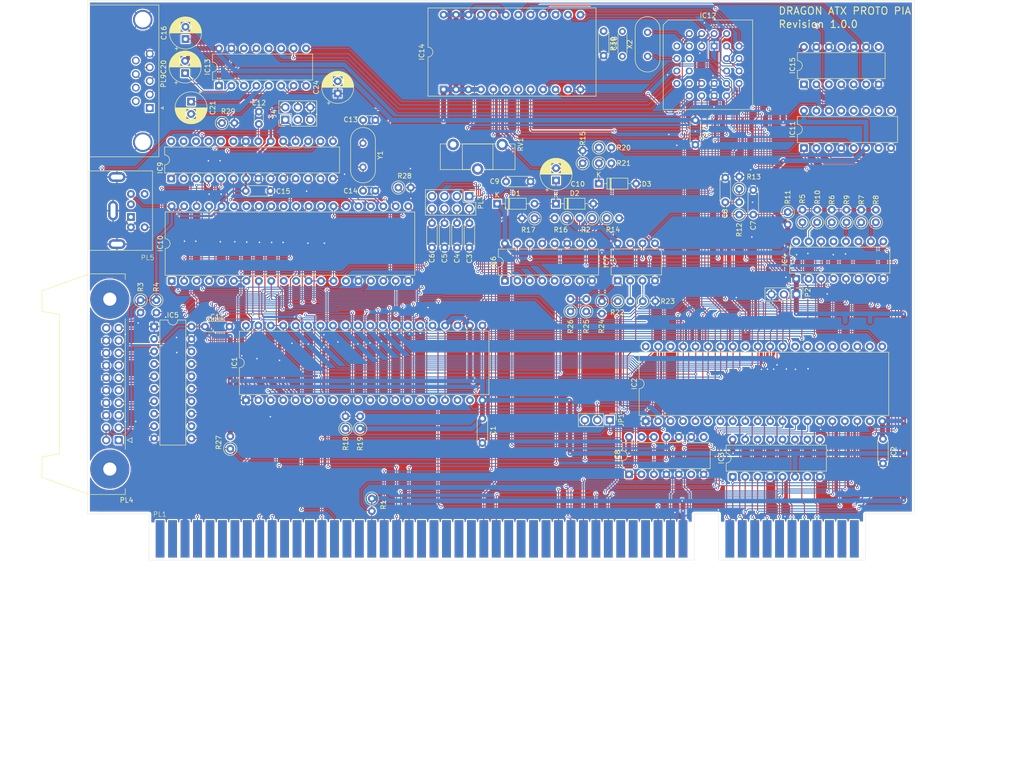
<source format=kicad_pcb>
(kicad_pcb (version 20241229) (generator "pcbnew") (generator_version "9.0")
  (title_block (title "Dragon ATX Proto PIA Card") (date "2025-03-24") (rev "1.0.0"))
  (layers (0 "F.Cu" signal) (2 "B.Cu" signal) (13 "F.Paste" user) (15 "B.Paste" user) (5 "F.SilkS" user "F.Silkscreen") (7 "B.SilkS" user "B.Silkscreen") (1 "F.Mask" user) (3 "B.Mask" user) (25 "Edge.Cuts" user))
  (net 0 "")
  (net 1 "+5V")
  (net 2 "GND")
  (net 3 "PA0")
  (net 4 "PA2")
  (net 5 "PA1")
  (net 6 "PA3")
  (net 7 "Net-(IC6-Y0)")
  (net 8 "/MIC")
  (net 9 "Net-(C10-Pad2)")
  (net 10 "Net-(D1-A)")
  (net 11 "Net-(D3-K)")
  (net 12 "/D3")
  (net 14 "/A1")
  (net 15 "PA6")
  (net 16 "PB5")
  (net 17 "PB1")
  (net 18 "/D1")
  (net 19 "PB3")
  (net 20 "/R{slash}W")
  (net 21 "PA7")
  (net 22 "/RST")
  (net 23 "PB4")
  (net 24 "/D5")
  (net 25 "PB2")
  (net 26 "/A0")
  (net 27 "/IRQ")
  (net 28 "/D4")
  (net 29 "/D2")
  (net 30 "PB0")
  (net 31 "/D6")
  (net 32 "/AD1")
  (net 33 "PA4")
  (net 34 "PB7")
  (net 35 "/HS")
  (net 36 "/E")
  (net 37 "/D7")
  (net 38 "/P0")
  (net 39 "/D0")
  (net 40 "PA5")
  (net 41 "PB6")
  (net 42 "/AD2")
  (net 43 "/CART")
  (net 44 "/CSS")
  (net 45 "/P1a")
  (net 46 "/PIADAC5")
  (net 47 "/P.ACK")
  (net 48 "Net-(IC2-PB1)")
  (net 49 "/PC0")
  (net 50 "/FIRQ")
  (net 51 "/PIADAC3")
  (net 52 "/GM2")
  (net 53 "/~{A}{slash}G")
  (net 54 "Net-(IC9-AREF)")
  (net 55 "/P.BUSY")
  (net 56 "/PIADAC1")
  (net 57 "/GM0")
  (net 58 "/GM1")
  (net 59 "Net-(IC9-XTAL1{slash}PB6)")
  (net 60 "/PIADAC2")
  (net 61 "/PIADAC0")
  (net 62 "/CB2")
  (net 63 "/MOTOR")
  (net 64 "/PIADAC4")
  (net 65 "/P1")
  (net 69 "/A3")
  (net 73 "/A4")
  (net 74 "/A2")
  (net 76 "Net-(IC4-Pad12)")
  (net 77 "Net-(IC4-Pad2)")
  (net 78 "Net-(IC4-Pad10)")
  (net 79 "Net-(IC4-Pad15)")
  (net 80 "Net-(IC4-Pad4)")
  (net 81 "Net-(IC4-Pad6)")
  (net 82 "PP4")
  (net 83 "PP6")
  (net 84 "PP3")
  (net 85 "PP2")
  (net 86 "PP1")
  (net 87 "PP5")
  (net 88 "PP0")
  (net 89 "PP7")
  (net 90 "X0")
  (net 91 "X1")
  (net 92 "X3")
  (net 93 "X2")
  (net 94 "/SOUND")
  (net 95 "Net-(IC6-Z)")
  (net 96 "/ESND")
  (net 97 "Net-(IC7B-+)")
  (net 98 "Net-(IC7A--)")
  (net 99 "Net-(IC7A-+)")
  (net 100 "/EAR")
  (net 101 "/TSC")
  (net 102 "/A11")
  (net 105 "/S0")
  (net 106 "/A6")
  (net 107 "/R1")
  (net 108 "/~{FS}")
  (net 109 "/R2")
  (net 111 "/Z3")
  (net 113 "/Z7")
  (net 114 "/Z4")
  (net 117 "/A12")
  (net 118 "/BA")
  (net 119 "/A8")
  (net 120 "-5V")
  (net 122 "/BS")
  (net 123 "/A14")
  (net 124 "/RAS")
  (net 128 "/NMI")
  (net 130 "/AVMA")
  (net 132 "/A5")
  (net 135 "-12V")
  (net 136 "/Q")
  (net 137 "/A13")
  (net 138 "/Z5")
  (net 139 "/D.OUT")
  (net 141 "/A7")
  (net 143 "/S1")
  (net 144 "/Z1")
  (net 148 "/Z0")
  (net 149 "/Z6")
  (net 150 "+3.3V")
  (net 151 "/HALT")
  (net 152 "/VCLK")
  (net 154 "/A15")
  (net 156 "/BUSY")
  (net 158 "Net-(IC9-XTAL2{slash}PB7)")
  (net 159 "/A10")
  (net 161 "/EXTMEN")
  (net 162 "/R0")
  (net 163 "/A9")
  (net 164 "/Z2")
  (net 168 "+12V")
  (net 169 "/P2")
  (net 170 "/CAS")
  (net 171 "/WE")
  (net 172 "/S2")
  (net 173 "/DA0")
  (net 177 "Net-(IC2-PA1)")
  (net 178 "/ROM.SEL")
  (net 179 "Net-(JP1-A)")
  (net 181 "/P.STROBE")
  (net 183 "/AD13")
  (net 184 "/AA3")
  (net 185 "/AA5")
  (net 186 "/AY2")
  (net 187 "/DATA")
  (net 188 "/AX2")
  (net 189 "/PS2.DATA")
  (net 190 "/AY1")
  (net 191 "/AA0")
  (net 192 "/AX0")
  (net 193 "/AD0")
  (net 194 "/AX3")
  (net 195 "/AX1")
  (net 196 "/AT.RST")
  (net 197 "/AA2")
  (net 198 "/AA4")
  (net 199 "/PS2.CLK")
  (net 200 "/AY0")
  (net 201 "/AA1")
  (net 202 "/FLOAT")
  (net 209 "/STROBE")
  (net 210 "/P0a")
  (net 211 "Net-(IC13-C1-)")
  (net 213 "/P0h")
  (net 215 "/P0g")
  (net 216 "/P0f")
  (net 217 "/P0e")
  (net 218 "Net-(IC13-C1+)")
  (net 219 "Net-(IC13-VS+)")
  (net 220 "Net-(IC13-C2-)")
  (net 221 "Net-(IC13-C2+)")
  (net 222 "Net-(IC13-VS-)")
  (net 223 "/P0b")
  (net 224 "Net-(IC12-1XTAL)")
  (net 226 "/TxD")
  (net 227 "/~{DTR}")
  (net 229 "/~{CTS}")
  (net 230 "Net-(IC12-2XTAL)")
  (net 231 "/RxD")
  (net 232 "/x~{DTR}")
  (net 233 "/xTxD")
  (net 234 "/x~{CTS}")
  (net 235 "/xRxD")
  (net 240 "Net-(IC14-~{G})")
  (net 241 "/P0U")
  (footprint "Resistor_THT:R_Axial_DIN0207_L6.3mm_D2.5mm_P2.54mm_Vertical" (layer "F.Cu") (at 180.1876 59.6723 90)
    (property "Reference" "R6")
    (property "Value" "160K 1%")
  )
  (footprint "Resistor_THT:R_Axial_DIN0207_L6.3mm_D2.5mm_P2.54mm_Vertical" (layer "F.Cu") (at 161.2944 52.8847 90)
    (property "Reference" "R13")
    (property "Value" "33K")
  )
  (footprint "Resistor_THT:R_Axial_DIN0207_L6.3mm_D2.5mm_P2.54mm_Vertical" (layer "F.Cu") (at 161.2944 58.1171 90)
    (property "Reference" "R12")
    (property "Value" "68K")
  )
  (footprint "Package_DIP:DIP-40_W15.24mm" (layer "F.Cu") (at 60.6348 95.9739 90)
    (property "Reference" "IC1")
    (property "Value" "MC6821")
  )
  (footprint "Resistor_THT:R_Axial_DIN0207_L6.3mm_D2.5mm_P2.54mm_Vertical" (layer "F.Cu") (at 83.947 101.7941 90)
    (property "Reference" "R19")
    (property "Value" "1K")
  )
  (footprint "Resistor_THT:R_Axial_DIN0207_L6.3mm_D2.5mm_P2.54mm_Vertical" (layer "F.Cu") (at 136.5214 75.7809)
    (property "Reference" "R22")
    (property "Value" "56K")
  )
  (footprint "Capacitor_THT:CP_Radial_D6.3mm_P2.50mm" (layer "F.Cu") (at 48.3108 22.2935 90)
    (property "Reference" "C16")
    (property "Value" "10u")
  )
  (footprint "Capacitor_THT:C_Disc_D4.3mm_W1.9mm_P5.00mm" (layer "F.Cu") (at 101.1682 64.8462 90)
    (property "Reference" "C5")
    (property "Value" "0.01uF")
  )
  (footprint "Capacitor_THT:CP_Radial_D6.3mm_P2.50mm" (layer "F.Cu") (at 48.2346 29.24168 90)
    (property "Reference" "C20")
    (property "Value" "10u")
  )
  (footprint "Capacitor_THT:C_Disc_D4.3mm_W1.9mm_P5.00mm" (layer "F.Cu") (at 60.619 53.2765)
    (property "Reference" "C15")
    (property "Value" "0.1uF")
  )
  (footprint "Package_DIP:DIP-8_W7.62mm" (layer "F.Cu") (at 136.496 71.5849 90)
    (property "Reference" "IC7")
    (property "Value" "LM393")
  )
  (footprint "Connector_PinHeader_2.54mm:PinHeader_1x03_P2.54mm_Vertical" (layer "F.Cu") (at 172.959 74.3839 -90)
    (property "Reference" "JP2")
    (property "Value" "memsize")
  )
  (footprint "Resistor_THT:R_Axial_DIN0207_L6.3mm_D2.5mm_P2.54mm_Vertical" (layer "F.Cu") (at 126.1616 58.8353 180)
    (property "Reference" "R16")
    (property "Value" "4K7")
  )
  (footprint "Potentiometer_THT:Potentiometer_Piher_PT-15-H05_Horizontal" (layer "F.Cu") (at 112.9246 43.8042 -90)
    (property "Reference" "RV1")
    (property "Value" "470R")
  )
  (footprint "Package_DIP:DIP-14_W7.62mm" (layer "F.Cu") (at 174.498 31.5214 90)
    (property "Reference" "IC15")
    (property "Value" "74LS21")
  )
  (footprint "Crystal:Crystal_HC18-U_Vertical" (layer "F.Cu") (at 142.5956 20.9064 -90)
    (property "Reference" "X2")
    (property "Value" "1.8432MHz")
  )
  (footprint "Resistor_THT:R_Axial_DIN0207_L6.3mm_D2.5mm_P2.54mm_Vertical" (layer "F.Cu") (at 132.6642 44.4246)
    (property "Reference" "R20")
    (property "Value" "8K2")
  )
  (footprint "Capacitor_THT:CP_Radial_D6.3mm_P2.50mm" (layer "F.Cu") (at 49.4538 35.0697 -90)
    (property "Reference" "C21")
    (property "Value" "10u")
  )
  (footprint "Capacitor_THT:C_Disc_D3.0mm_W1.6mm_P2.50mm" (layer "F.Cu") (at 63.2768 39.6113 90)
    (property "Reference" "C12")
    (property "Value" "100nF")
  )
  (footprint "Resistor_THT:R_Axial_DIN0207_L6.3mm_D2.5mm_P2.54mm_Vertical" (layer "F.Cu") (at 141.6268 75.7809)
    (property "Reference" "R23")
    (property "Value" "15K")
  )
  (footprint "Package_DIP:DIP-16_W7.62mm" (layer "F.Cu") (at 113.4834 71.6115 90)
    (property "Reference" "IC6")
    (property "Value" "14529")
  )
  (footprint "Resistor_THT:R_Axial_DIN0207_L6.3mm_D2.5mm_P2.54mm_Vertical" (layer "F.Cu") (at 186.182 59.6723 90)
    (property "Reference" "R7")
    (property "Value" "80K6 1%")
  )
  (footprint "Resistor_THT:R_Axial_DIN0207_L6.3mm_D2.5mm_P2.54mm_Vertical" (layer "F.Cu") (at 133.2774 75.7809 -90)
    (property "Reference" "R24")
    (property "Value" "56K")
  )
  (footprint "Package_DIP:DIP-28_W7.62mm" (layer "F.Cu") (at 45.3898 50.7619 90)
    (property "Reference" "IC9")
    (property "Value" "ATmega328-P")
  )
  (footprint "Resistor_THT:R_Axial_DIN0207_L6.3mm_D2.5mm_P2.54mm_Vertical" (layer "F.Cu") (at 55.7494 39.4131)
    (property "Reference" "R29")
    (property "Value" "10K")
  )
  (footprint "Package_DIP:DIP-14_W7.62mm" (layer "F.Cu") (at 138.811 111.0996 90)
    (property "Reference" "IC8")
    (property "Value" "74LS00")
  )
  (footprint "Resistor_THT:R_Axial_DIN0207_L6.3mm_D2.5mm_P2.54mm_Vertical" (layer "F.Cu") (at 171.196 57.5823 -90)
    (property "Reference" "R11")
    (property "Value" "100K")
  )
  (footprint "Library:Connector_DIN_Mini_Female_6" (layer "F.Cu") (at 37.178 58.5897 -90)
    (property "Reference" "PL5")
    (property "Value" "PS/2")
  )
  (footprint "Diode_THT:D_DO-35_SOD27_P7.62mm_Horizontal" (layer "F.Cu") (at 111.9086 55.8889)
    (property "Reference" "D1")
    (property "Value" "1N914")
  )
  (footprint "Resistor_THT:R_Axial_DIN0207_L6.3mm_D2.5mm_P2.54mm_Vertical" (layer "F.Cu") (at 174.1932 59.6723 90)
    (property "Reference" "R5")
    (property "Value" "330K 1%")
  )
  (footprint "Capacitor_THT:CP_Radial_D6.3mm_P2.50mm" (layer "F.Cu") (at 79.375 33.3933 90)
    (property "Reference" "C24")
    (property "Value" "10u")
  )
  (footprint "Resistor_THT:R_Axial_DIN0204_L3.6mm_D1.6mm_P5.08mm_Horizontal" (layer "F.Cu") (at 137.4648 25.8064 90)
    (property "Reference" "R30")
    (property "Value" "1M")
  )
  (footprint "Resistor_THT:R_Axial_DIN0207_L6.3mm_D2.5mm_P2.54mm_Vertical" (layer "F.Cu") (at 57.4548 105.8835 90)
    (property "Reference" "R27")
    (property "Value" "10K")
  )
  (footprint "Package_DIP:DIP-16_W7.62mm" (layer "F.Cu") (at 55.1434 31.8135 90)
    (property "Reference" "IC13")
    (property "Value" "MAX232")
  )
  (footprint "Resistor_THT:R_Axial_DIN0207_L6.3mm_D2.5mm_P2.54mm_Vertical" (layer "F.Cu") (at 39.1448 75.5619 -90)
    (property "Reference" "R3")
    (property "Value" "10K")
  )
  (footprint "Package_DIP:DIP-20_W7.62mm" (layer "F.Cu") (at 41.9134 80.9503)
    (property "Reference" "IC5")
    (property "Value" "74LS244N")
  )
  (footprint "Capacitor_THT:C_Disc_D3.0mm_W1.6mm_P2.50mm" (layer "F.Cu") (at 84.5512 38.8239)
    (property "Reference" "C13")
    (property "Value" "20pF")
  )
  (footprint "Capacitor_THT:C_Disc_D4.3mm_W1.9mm_P5.00mm" (layer "F.Cu") (at 108.8898 99.7115 -90)
    (property "Reference" "C1")
    (property "Value" "0.01uF")
  )
  (footprint "Resistor_THT:R_Axial_DIN0207_L6.3mm_D2.5mm_P2.54mm_Vertical" (layer "F.Cu") (at 129.3622 47.625 90)
    (property "Reference" "R15")
    (property "Value" "220R")
  )
  (footprint "Resistor_THT:R_Axial_DIN0207_L6.3mm_D2.5mm_P2.54mm_Vertical" (layer "F.Cu") (at 183.1848 59.6723 90)
    (property "Reference" "R9")
    (property "Value" "20K 1%")
  )
  (footprint "Resistor_THT:R_Axial_DIN0207_L6.3mm_D2.5mm_P2.54mm_Vertical" (layer "F.Cu") (at 131.267 58.8353 180)
    (property "Reference" "R2")
    (property "Value" "4K7")
  )
  (footprint "Capacitor_THT:C_Disc_D4.3mm_W1.9mm_P5.00mm" (layer "F.Cu") (at 164.1646 58.1025 90)
    (property "Reference" "C7")
    (property "Value" "22pF")
  )
  (footprint "Package_DIP:DIP-16_W7.62mm" (layer "F.Cu") (at 172.9232 71.2039 90)
    (property "Reference" "IC4")
    (property "Value" "4050")
  )
  (footprint "Capacitor_THT:C_Disc_D4.3mm_W1.9mm_P5.00mm" (layer "F.Cu") (at 52.2912 80.9503)
    (property "Reference" "C11")
    (property "Value" "0.01uF")
  )
  (footprint "Capacitor_THT:C_Disc_D4.3mm_W1.9mm_P5.00mm" (layer "F.Cu") (at 158.4496 55.5771 90)
    (property "Reference" "C8")
    (property "Value" "2.2nF")
  )
  (footprint "Resistor_THT:R_Axial_DIN0207_L6.3mm_D2.5mm_P2.54mm_Vertical" (layer "F.Cu") (at 80.9498 101.7905 90)
    (property "Reference" "R18")
    (property "Value" "10M")
  )
  (footprint "Package_DIP:DIP-40_W15.24mm" (layer "F.Cu") (at 45.4964 71.6407 90)
    (property "Reference" "IC10")
    (property "Value" "MT8816")
  )
  (footprint "Package_DIP:DIP-24_18.0mmx34.29mm_W15.24mm" (layer "F.Cu") (at 100.965 32.5628 90)
    (property "Reference" "IC14")
    (property "Value" "M48Tx2")
  )
  (footprint "Capacitor_THT:CP_Radial_D6.3mm_P2.50mm" (layer "F.Cu") (at 123.9266 51.1302 90)
    (property "Reference" "C10")
    (property "Value" "10uF")
  )
  (footprint "Capacitor_THT:C_Disc_D4.3mm_W1.9mm_P5.00mm" (layer "F.Cu") (at 103.7082 64.8462 90)
    (property "Reference" "C4")
    (property "Value" "0.01uF")
  )
  (footprint "Package_DIP:DIP-16_W7.62mm" (layer "F.Cu") (at 174.498 44.5389 90)
    (property "Reference" "IC11")
    (property "Value" "74LS138")
  )
  (footprint "Crystal:Crystal_HC49-U_Vertical" (layer "F.Cu") (at 84.5312 43.5367 -90)
    (property "Reference" "Y1")
    (property "Value" "16MHz")
  )
  (footprint "Resistor_THT:R_Axial_DIN0207_L6.3mm_D2.5mm_P2.54mm_Vertical" (layer "F.Cu") (at 126.8766 77.8673 90)
    (property "Reference" "R26")
    (property "Value" "1K")
  )
  (footprint "Resistor_THT:R_Axial_DIN0207_L6.3mm_D2.5mm_P2.54mm_Vertical" (layer "F.Cu") (at 177.1904 59.6723 90)
    (property "Reference" "R10")
    (property "Value" "10K 1%")
  )
  (footprint "Connector_PinHeader_2.54mm:PinHeader_2x04_P2.54mm_Vertical" (layer "F.Cu") (at 106.2228 54.356 -90)
    (property "Reference" "PL3")
    (property "Value" "Joystick ports")
  )
  (footprint "Resistor_THT:R_Axial_DIN0207_L6.3mm_D2.5mm_P2.54mm_Vertical" (layer "F.Cu") (at 42.3706 75.5619 -90)
    (property "Reference" "R4")
    (property "Value" "10K")
  )
  (footprint "Diode_THT:D_DO-35_SOD27_P7.62mm_Horizontal" (layer "F.Cu") (at 123.8974 55.8889)
    (property "Reference" "D2")
    (property "Value" "1N914")
  )
  (footprint "Resistor_THT:R_Axial_DIN0207_L6.3mm_D2.5mm_P2.54mm_Vertical" (layer "F.Cu") (at 189.1792 59.6723 90)
    (property "Reference" "R8")
    (property "Value" "40K2 1%")
  )
  (footprint "Capacitor_THT:C_Disc_D3.0mm_W1.6mm_P2.50mm" (layer "F.Cu") (at 84.5512 53.2511)
    (property "Reference" "C14")
    (property "Value" "20pF")
  )
  (footprint "Capacitor_THT:C_Disc_D4.3mm_W1.9mm_P5.00mm" (layer "F.Cu") (at 98.6028 64.8462 90)
    (property "Reference" "C6")
    (property "Value" "0.01uF")
  )
  (footprint "Capacitor_THT:C_Disc_D4.3mm_W1.9mm_P5.00mm" (layer "F.Cu") (at 190.627 103.8752 -90)
    (property "Reference" "C2")
    (property "Value" "0.01uF")
  )
  (footprint "Diode_THT:D_DO-35_SOD27_P7.62mm_Horizontal" (layer "F.Cu") (at 132.6388 51.7906)
    (property "Reference" "D3")
    (property "Value" "1N914")
  )
  (footprint "Connector_Dsub:DSUB-9_Socket_Horizontal_P2.77x2.84mm_EdgePinOffset9.90mm_Housed_MountingHolesOffset11.32mm" (layer "F.Cu") (at 41.0186 36.3647 -90)
    (property "Reference" "PL9")
    (property "Value" "rs232 serial port")
  )
  (footprint "Resistor_THT:R_Axial_DIN0207_L6.3mm_D2.5mm_P2.54mm_Vertical" (layer "F.Cu") (at 91.7448 52.5907)
    (property "Reference" "R28")
    (property "Value" "10K")
  )
  (footprint "Connector_PinHeader_2.54mm:PinHeader_1x03_P2.54mm_Vertical" (layer "F.Cu") (at 134.8844 100.0252 -90)
    (property "Reference" "JP1")
    (property "Value" "printer/comms")
  )
  (footprint "Package_DIP:DIP-16_W7.62mm" (layer "F.Cu") (at 159.9692 111.6076 90)
    (property "Reference" "IC3")
    (property "Value" "74LS138")
  )
  (footprint "Capacitor_THT:C_Disc_D4.3mm_W1.9mm_P5.00mm" (layer "F.Cu") (at 152.3492 38.8489 -90)
    (property "Reference" "C17")
    (property "Value" "100n")
  )
  (footprint "Resistor_THT:R_Axial_DIN0207_L6.3mm_D2.5mm_P2.54mm_Vertical" (layer "F.Cu") (at 130.077 77.8709 90)
    (property "Reference" "R25")
    (property "Value" "1M5")
  )
  (footprint "Library:Card_Edge" (layer "F.Cu") (at 116.9284 127.0687)
    (property "Reference" "PL1")
    (property "Value" "~")
    (fp_line (start -76.073 -7.874) (end -76.073 1.524) (stroke (width 0.05)) (layer "Edge.Cuts"))
    (fp_line (start -76.073 1.524) (end 35.179 1.524) (stroke (width 0.05)) (layer "Edge.Cuts"))
    (fp_line (start 35.179 -7.874) (end 40.167 -7.874) (stroke (width 0.05)) (layer "Edge.Cuts"))
    (fp_line (start 35.179 1.524) (end 35.179 -7.874) (stroke (width 0.05)) (layer "Edge.Cuts"))
    (fp_line (start 40.167 -7.874) (end 40.167 1.524) (stroke (width 0.05)) (layer "Edge.Cuts"))
    (fp_line (start 40.167 1.524) (end 70.1294 1.524) (stroke (width 0.05)) (layer "Edge.Cuts"))
    (fp_line (start 70.1294 1.524) (end 70.1294 -7.874) (stroke (width 0.05)) (layer "Edge.Cuts"))
  )
  (footprint "Capacitor_THT:C_Disc_D4.3mm_W1.9mm_P5.00mm" (layer "F.Cu") (at 133.6294 20.6648 -90)
    (property "Reference" "C18")
    (property "Value" "30pF")
  )
  (footprint "Resistor_THT:R_Axial_DIN0207_L6.3mm_D2.5mm_P2.54mm_Vertical" (layer "F.Cu") (at 119.5286 58.8607 180)
    (property "Reference" "R17")
    (property "Value" "4K7")
  )
  (footprint "Connector_PinHeader_2.54mm:PinHeader_2x03_P2.54mm_Vertical" (layer "F.Cu") (at 68.6816 38.7477 90)
    (property "Reference" "J4")
    (property "Value" "ISP6")
  )
  (footprint "Resistor_THT:R_Axial_DIN0207_L6.3mm_D2.5mm_P2.54mm_Vertical" (layer "F.Cu") (at 134.2606 58.8353)
    (property "Reference" "R14")
    (property "Value" "10K")
  )
  (footprint "Package_DIP:DIP-40_W15.24mm" (layer "F.Cu") (at 142.2146 100.2538 90)
    (property "Reference" "IC2")
    (property "Value" "MC6821")
  )
  (footprint "Capacitor_THT:C_Disc_D4.3mm_W1.9mm_P5.00mm" (layer "F.Cu") (at 113.7196 51.3588)
    (property "Reference" "C9")
    (property "Value" "22nF")
  )
  (footprint "Capacitor_THT:C_Disc_D4.3mm_W1.9mm_P5.00mm" (layer "F.Cu") (at 106.2482 64.8462 90)
    (property "Reference" "C3")
    (property "Value" "0.01uF")
  )
  (footprint "Connector_IDC:IDC-Header_2x10-1MP_P2.54mm_Latch_Horizontal" (layer "F.Cu") (at 34.671 104.1273 180)
    (property "Reference" "PL4")
    (property "Value" "Printer")
  )
  (footprint "Resistor_THT:R_Axial_DIN0207_L6.3mm_D2.5mm_P2.54mm_Vertical" (layer "F.Cu") (at 86.3346 116.0526 -90)
    (property "Reference" "R1")
    (property "Value" "4K7")
  )
  (footprint "Resistor_THT:R_Axial_DIN0207_L6.3mm_D2.5mm_P2.54mm_Vertical" (layer "F.Cu") (at 132.6642 47.625)
    (property "Reference" "R21")
    (property "Value" "6K8")
  )
  (footprint "Package_LCC:PLCC-28_THT-Socket" (layer "F.Cu") (at 156.1846 23.7159)
    (property "Reference" "IC12")
    (property "Value" "W65C51")
  )
  (gr_line (start 197.0024 14.3433) (end 197.0024 119.1947) (stroke (width 0.05)) (layer "Edge.Cuts"))
  (gr_line (start 40.8554 119.1947) (end 28.321 119.1895) (stroke (width 0.05)) (layer "Edge.Cuts"))
  (gr_line (start 28.321 14.3433) (end 197.0024 14.3433) (stroke (width 0.05)) (layer "Edge.Cuts"))
  (gr_line (start 197.0024 119.1947) (end 187.0578 119.1947) (stroke (width 0.05)) (layer "Edge.Cuts"))
  (gr_line (start 28.321 119.1895) (end 28.321 14.3433) (stroke (width 0.05)) (layer "Edge.Cuts"))
  (gr_text "DRAGON ATX PROTO PIA" (at 169.2148 17.4167 0) (layer "F.SilkS") (effects (font (size 1.5 1.5) (thickness 0.2)) (justify left bottom)))
  (gr_text "Revision 1.0.0" (at 169.2148 20.1345 0) (layer "F.SilkS") (effects (font (size 1.5 1.5) (thickness 0.2)) (justify left bottom)))
  (segment (start 126.619 95.9866) (end 126.7714 96.139) (width 1) (layer "F.Cu") (net 1))
  (segment (start 50.78278 24.1935) (end 48.2346 26.74168) (width 1) (layer "F.Cu") (net 1))
  (segment (start 65.7098 38.1381) (end 65.7352 38.1127) (width 0.2) (layer "F.Cu") (net 1))
  (segment (start 60.6298 53.2657) (end 60.619 53.2765) (width 0.2) (layer "F.Cu") (net 1))
  (segment (start 108.8948 99.7065) (end 108.8898 99.7115) (width 1) (layer "F.Cu") (net 1))
  (segment (start 100.965 38.8489) (end 100.965 32.5628) (width 1) (layer "F.Cu") (net 1))
  (segment (start 171.196 60.1223) (end 168.3512 57.2775) (width 1) (layer "F.Cu") (net 1))
  (segment (start 152.2984 22.5221) (end 153.6446 21.1759) (width 0.4) (layer "F.Cu") (net 1))
  (segment (start 133.2702 76.4449) (end 133.2738 76.4485) (width 0.2) (layer "F.Cu") (net 1))
  (segment (start 152.2984 29.9897) (end 152.2984 22.5221) (width 0.4) (layer "F.Cu") (net 1))
  (segment (start 171.196 64.7015) (end 171.196 60.1223) (width 1) (layer "F.Cu") (net 1))
  (segment (start 149.8346 118.5545) (end 149.8346 116.6749) (width 1) (layer "F.Cu") (net 1))
  (segment (start 126.7714 96.139) (end 126.7714 106.8197) (width 1) (layer "F.Cu") (net 1))
  (segment (start 60.6298 50.7619) (end 60.6298 53.2657) (width 0.5) (layer "F.Cu") (net 1))
  (segment (start 168.3512 57.2775) (end 168.3512 49.0143) (width 1) (layer "F.Cu") (net 1))
  (segment (start 172.9232 71.2039) (end 171.196 69.4767) (width 1) (layer "F.Cu") (net 1))
  (segment (start 65.7098 43.1419) (end 65.7098 38.1381) (width 0.5) (layer "F.Cu") (net 1))
  (segment (start 133.2738 66.3639) (end 133.2774 66.3675) (width 1) (layer "F.Cu") (net 1))
  (segment (start 103.505 32.5628) (end 103.505 17.3228) (width 1) (layer "F.Cu") (net 1))
  (segment (start 55.1434 24.1935) (end 50.78278 24.1935) (width 1) (layer "F.Cu") (net 1))
  (segment (start 168.3512 49.0143) (end 170.2562 47.1093) (width 1) (layer "F.Cu") (net 1))
  (segment (start 107.0102 92.0369) (end 106.3548 91.3815) (width 1) (layer "F.Cu") (net 1))
  (segment (start 170.2816 39.2303) (end 170.2816 28.1178) (width 1) (layer "F.Cu") (net 1))
  (segment (start 60.6298 50.7619) (end 60.6298 48.2219) (width 0.5) (layer "F.Cu") (net 1))
  (segment (start 172.8934 71.2337) (end 172.9232 71.2039) (width 1) (layer "F.Cu") (net 1))
  (segment (start 32.131 101.5873) (end 32.131 104.1273) (width 0.2) (layer "F.Cu") (net 1))
  (segment (start 170.2816 28.1178) (end 174.498 23.9014) (width 1) (layer "F.Cu") (net 1))
  (segment (start 152.3492 32.6313) (end 152.3492 38.8489) (width 0.4) (layer "F.Cu") (net 1))
  (segment (start 106.3548 91.3815) (end 106.3548 80.7339) (width 1) (layer "F.Cu") (net 1))
  (segment (start 113.4834 63.9915) (end 113.4834 71.6115) (width 1) (layer "F.Cu") (net 1))
  (segment (start 190.5508 100.203) (end 190.5254 100.2284) (width 1) (layer "F.Cu") (net 1))
  (segment (start 133.2738 65.9139) (end 133.2738 66.3639) (width 1) (layer "F.Cu") (net 1))
  (segment (start 190.5254 100.2284) (end 190.5254 103.7736) (width 1) (layer "F.Cu") (net 1))
  (segment (start 149.8346 116.6749) (end 149.6695 116.5098) (width 1) (layer "F.Cu") (net 1))
  (segment (start 108.8948 95.9739) (end 108.8948 99.7065) (width 1) (layer "F.Cu") (net 1))
  (segment (start 133.2774 66.3675) (end 133.2774 75.7809) (width 1) (layer "F.Cu") (net 1))
  (segment (start 57.4548 92.0369) (end 57.4548 103.3435) (width 1) (layer "F.Cu") (net 1))
  (segment (start 159.9692 106.7435) (end 159.9692 103.9876) (width 1) (layer "F.Cu") (net 1))
  (segment (start 57.4548 92.0369) (end 57.4548 82.9437) (width 1) (layer "F.Cu") (net 1))
  (segment (start 194.8434 100.203) (end 194.8434 78.3971) (width 1) (layer "F.Cu") (net 1))
  (segment (start 153.6446 31.3359) (end 152.2984 29.9897) (width 0.4) (layer "F.Cu") (net 1))
  (segment (start 138.811 106.8197) (end 138.811 103.4796) (width 1) (layer "F.Cu") (net 1))
  (segment (start 160.0454 106.8197) (end 159.9692 106.7435) (width 1) (layer "F.Cu") (net 1))
  (segment (start 60.6298 48.2219) (end 65.7098 43.1419) (width 0.5) (layer "F.Cu") (net 1))
  (segment (start 153.6446 31.3359) (end 152.3492 32.6313) (width 0.4) (layer "F.Cu") (net 1))
  (segment (start 190.5254 103.7736) (end 190.627 103.8752) (width 1) (layer "F.Cu") (net 1))
  (segment (start 194.8434 106.8197) (end 194.8434 100.203) (width 1) (layer "F.Cu") (net 1))
  (segment (start 194.8434 116.3955) (end 194.8434 106.8197) (width 1) (layer "F.Cu") (net 1))
  (segment (start 172.9486 78.3209) (end 172.9486 71.7975) (width 1) (layer "F.Cu") (net 1))
  (segment (start 171.196 69.4767) (end 171.196 64.7015) (width 1) (layer "F.Cu") (net 1))
  (via (at 160.0454 106.8197) (size 0.6) (drill 0.3) (layers "F.Cu" "B.Cu") (net 1))
  (via (at 57.4548 92.0369) (size 0.6) (drill 0.3) (layers "F.Cu" "B.Cu") (net 1))
  (via (at 126.619 95.9866) (size 0.6) (drill 0.3) (layers "F.Cu" "B.Cu") (net 1))
  (via (at 194.8434 100.203) (size 0.6) (drill 0.3) (layers "F.Cu" "B.Cu") (net 1))
  (via (at 57.4548 82.9437) (size 0.6) (drill 0.3) (layers "F.Cu" "B.Cu") (net 1))
  (via (at 138.811 106.8197) (size 0.6) (drill 0.3) (layers "F.Cu" "B.Cu") (net 1))
  (via (at 194.8434 78.3971) (size 0.6) (drill 0.3) (layers "F.Cu" "B.Cu") (net 1))
  (via (at 172.9486 78.3209) (size 0.6) (drill 0.3) (layers "F.Cu" "B.Cu") (net 1))
  (via (at 65.7352 38.1127) (size 0.6) (drill 0.3) (layers "F.Cu" "B.Cu") (net 1))
  (via (at 133.2738 65.9139) (size 0.6) (drill 0.3) (layers "F.Cu" "B.Cu") (net 1))
  (via (at 126.7714 106.8197) (size 0.6) (drill 0.3) (layers "F.Cu" "B.Cu") (net 1))
  (via (at 107.0102 92.0369) (size 0.6) (drill 0.3) (layers "F.Cu" "B.Cu") (net 1))
  (via (at 149.6695 116.5098) (size 0.6) (drill 0.3) (layers "F.Cu" "B.Cu") (net 1))
  (via (at 170.2816 39.2303) (size 0.6) (drill 0.3) (layers "F.Cu" "B.Cu") (net 1))
  (via (at 149.8346 118.5545) (size 0.6) (drill 0.3) (layers "F.Cu" "B.Cu") (net 1))
  (via (at 170.2816 47.1093) (size 0.6) (drill 0.3) (layers "F.Cu" "B.Cu") (net 1))
  (via (at 100.965 38.8489) (size 0.6) (drill 0.3) (layers "F.Cu" "B.Cu") (net 1))
  (via (at 194.8434 106.8197) (size 0.6) (drill 0.3) (layers "F.Cu" "B.Cu") (net 1))
  (via (at 171.196 64.7015) (size 0.6) (drill 0.3) (layers "F.Cu" "B.Cu") (net 1))
  (via (at 194.8434 116.3955) (size 0.6) (drill 0.3) (layers "F.Cu" "B.Cu") (net 1))
  (segment (start 149.8214 118.5677) (end 149.8346 118.5545) (width 1) (layer "B.Cu") (net 1))
  (segment (start 184.505072 116.3901) (end 185.334328 116.3901) (width 1) (layer "B.Cu") (net 1))
  (segment (start 55.6564 56.4007) (end 55.6564 55.5625) (width 0.5) (layer "B.Cu") (net 1))
  (segment (start 185.454028 116.5098) (end 194.7291 116.5098) (width 1) (layer "B.Cu") (net 1))
  (segment (start 65.7352 37.1221) (end 66.6496 36.2077) (width 0.5) (layer "B.Cu") (net 1))
  (segment (start 90.4363 38.8489) (end 80.3833 28.7959) (width 1) (layer "B.Cu") (net 1))
  (segment (start 45.4964 60.1041) (end 42.3706 63.2299) (width 0.5) (layer "B.Cu") (net 1))
  (segment (start 49.5334 80.9503) (end 46.8244 80.9503) (width 0.4) (layer "B.Cu") (net 1))
  (segment (start 33.406 102.8623) (end 32.131 101.5873) (width 0.4) (layer "B.Cu") (net 1))
  (segment (start 46.8244 80.9503) (end 43.0022 84.7725) (width 0.4) (layer "B.Cu") (net 1))
  (segment (start 170.5474 65.3501) (end 169.9836 65.9139) (width 1) (layer "B.Cu") (net 1))
  (segment (start 36.063 102.8623) (end 33.406 102.8623) (width 0.4) (layer "B.Cu") (net 1))
  (segment (start 184.6276 47.1093) (end 187.198 44.5389) (width 1) (layer "B.Cu") (net 1))
  (segment (start 182.9054 78.3209) (end 182.9054 79.9465) (width 1) (layer "B.Cu") (net 1))
  (segment (start 136.4234 65.9139) (end 136.496 65.8413) (width 1) (layer "B.Cu") (net 1))
  (segment (start 108.8644 92.0369) (end 108.8948 92.0673) (width 1) (layer "B.Cu") (net 1))
  (segment (start 136.496 65.8413) (end 136.496 63.9649) (width 1) (layer "B.Cu") (net 1))
  (segment (start 106.045 32.5628) (end 108.585 32.5628) (width 1) (layer "B.Cu") (net 1))
  (segment (start 108.8644 92.0369) (end 107.0102 92.0369) (width 1) (layer "B.Cu") (net 1))
  (segment (start 66.6496 36.2077) (end 68.6816 36.2077) (width 0.5) (layer "B.Cu") (net 1))
  (segment (start 128.045 60.7187) (end 126.1616 58.8353) (width 1) (layer "B.Cu") (net 1))
  (segment (start 187.9854 79.9465) (end 187.9854 78.3209) (width 1) (layer "B.Cu") (net 1))
  (segment (start 100.965 38.8489) (end 90.4363 38.8489) (width 1) (layer "B.Cu") (net 1))
  (segment (start 160.0454 106.8197) (end 138.811 106.8197) (width 1) (layer "B.Cu") (net 1))
  (segment (start 39.689 56.4007) (end 37.178 53.8897) (width 0.2) (layer "B.Cu") (net 1))
  (segment (start 170.2816 39.2303) (end 153.416 39.2303) (width 1) (layer "B.Cu") (net 1))
  (segment (start 103.505 17.3228) (end 100.965 17.3228) (width 1) (layer "B.Cu") (net 1))
  (segment (start 133.2738 65.9139) (end 115.4058 65.9139) (width 1) (layer "B.Cu") (net 1))
  (segment (start 149.8214 124.2747) (end 149.8214 118.5677) (width 1) (layer "B.Cu") (net 1))
  (segment (start 106.045 17.3228) (end 107.546 15.8218) (width 1) (layer "B.Cu") (net 1))
  (segment (start 103.505 17.3228) (end 106.045 17.3228) (width 1) (layer "B.Cu") (net 1))
  (segment (start 187.9854 78.3209) (end 182.9054 78.3209) (width 1) (layer "B.Cu") (net 1))
  (segment (start 169.9836 65.9139) (end 136.4234 65.9139) (width 1) (layer "B.Cu") (net 1))
  (segment (start 107.0102 92.0369) (end 57.4548 92.0369) (width 1) (layer "B.Cu") (net 1))
  (segment (start 57.9424 53.2765) (end 60.619 53.2765) (width 0.5) (layer "B.Cu") (net 1))
  (segment (start 58.445986 28.7959) (end 55.1434 25.493314) (width 1) (layer "B.Cu") (net 1))
  (segment (start 45.4964 56.4007) (end 45.4964 60.1041) (width 0.5) (layer "B.Cu") (net 1))
  (segment (start 149.6695 116.5098) (end 184.385372 116.5098) (width 1) (layer "B.Cu") (net 1))
  (segment (start 108.8948 92.0673) (end 108.8948 95.9739) (width 1) (layer "B.Cu") (net 1))
  (segment (start 170.2562 47.1093) (end 170.2816 47.1093) (width 1) (layer "B.Cu") (net 1))
  (segment (start 47.4776 58.3819) (end 53.6752 58.3819) (width 0.5) (layer "B.Cu") (net 1))
  (segment (start 42.3706 63.2299) (end 42.3706 75.5619) (width 0.5) (layer "B.Cu") (net 1))
  (segment (start 184.385372 116.5098) (end 184.505072 116.3901) (width 1) (layer "B.Cu") (net 1))
  (segment (start 37.2618 84.7725) (end 37.2618 101.6635) (width 0.4) (layer "B.Cu") (net 1))
  (segment (start 54.2846 82.9437) (end 52.2912 80.9503) (width 1) (layer "B.Cu") (net 1))
  (segment (start 153.416 39.2303) (end 152.7306 39.2303) (width 1) (layer "B.Cu") (net 1))
  (segment (start 136.496 63.9649) (end 133.2498 60.7187) (width 1) (layer "B.Cu") (net 1))
  (segment (start 170.2816 47.1093) (end 184.6276 47.1093) (width 1) (layer "B.Cu") (net 1))
  (segment (start 152.7306 39.2303) (end 152.3492 38.8489) (width 1) (layer "B.Cu") (net 1))
  (segment (start 37.2618 101.6635) (end 36.063 102.8623) (width 0.4) (layer "B.Cu") (net 1))
  (segment (start 55.1434 25.493314) (end 55.1434 24.1935) (width 1) (layer "B.Cu") (net 1))
  (segment (start 100.965 32.5628) (end 103.505 32.5628) (width 1) (layer "B.Cu") (net 1))
  (segment (start 45.4964 56.4007) (end 39.689 56.4007) (width 0.2) (layer "B.Cu") (net 1))
  (segment (start 103.505 32.5628) (end 106.045 32.5628) (width 1) (layer "B.Cu") (net 1))
  (segment (start 43.0022 84.7725) (end 37.2618 84.7725) (width 0.4) (layer "B.Cu") (net 1))
  (segment (start 194.8434 106.8197) (end 172.6184 106.8197) (width 1) (layer "B.Cu") (net 1))
  (segment (start 112.164 15.8218) (end 113.665 17.3228) (width 1) (layer "B.Cu") (net 1))
  (segment (start 45.4964 56.4007) (end 47.4776 58.3819) (width 0.5) (layer "B.Cu") (net 1))
  (segment (start 187.1726 39.2303) (end 187.1726 44.5135) (width 1) (layer "B.Cu") (net 1))
  (segment (start 107.546 15.8218) (end 112.164 15.8218) (width 1) (layer "B.Cu") (net 1))
  (segment (start 89.8271 116.5098) (end 89.3699 116.0526) (width 1) (layer "B.Cu") (net 1))
  (segment (start 194.8434 78.3971) (end 194.7672 78.3209) (width 1) (layer "B.Cu") (net 1))
  (segment (start 149.6695 116.5098) (end 89.8271 116.5098) (width 1) (layer "B.Cu") (net 1))
  (segment (start 113.4834 57.4637) (end 111.9086 55.8889) (width 1) (layer "B.Cu") (net 1))
  (segment (start 89.3699 116.0526) (end 86.3346 116.0526) (width 1) (layer "B.Cu") (net 1))
  (segment (start 104.8538 79.2329) (end 102.7758 79.2329) (width 1) (layer "B.Cu") (net 1))
  (segment (start 194.7291 116.5098) (end 194.8434 116.3955) (width 1) (layer "B.Cu") (net 1))
  (segment (start 171.196 64.7015) (end 170.5474 65.3501) (width 1) (layer "B.Cu") (net 1))
  (segment (start 194.7672 78.3209) (end 187.9854 78.3209) (width 1) (layer "B.Cu") (net 1))
  (segment (start 126.619 95.9866) (end 122.7455 95.9866) (width 1) (layer "B.Cu") (net 1))
  (segment (start 55.6564 55.5625) (end 57.9424 53.2765) (width 0.5) (layer "B.Cu") (net 1))
  (segment (start 49.5334 80.9503) (end 52.2912 80.9503) (width 0.4) (layer "B.Cu") (net 1))
  (segment (start 108.8898 99.7115) (end 106.8072 101.7941) (width 1) (layer "B.Cu") (net 1))
  (segment (start 106.8072 101.7941) (end 83.947 101.7941) (width 1) (layer "B.Cu") (net 1))
  (segment (start 172.6184 106.8197) (end 160.0454 106.8197) (width 1) (layer "B.Cu") (net 1))
  (segment (start 194.8434 100.203) (end 190.5508 100.203) (width 1) (layer "B.Cu") (net 1))
  (segment (start 102.7758 79.2329) (end 101.2748 80.7339) (width 1) (layer "B.Cu") (net 1))
  (segment (start 136.4234 65.9139) (end 133.2738 65.9139) (width 1) (layer "B.Cu") (net 1))
  (segment (start 174.758169 39.2303) (end 170.2816 39.2303) (width 1) (layer "B.Cu") (net 1))
  (segment (start 185.334328 116.3901) (end 185.454028 116.5098) (width 1) (layer "B.Cu") (net 1))
  (segment (start 127.974 76.7699) (end 132.2884 76.7699) (width 0.2) (layer "B.Cu") (net 1))
  (segment (start 39.1448 75.5619) (end 37.2618 77.4449) (width 0.4) (layer "B.Cu") (net 1))
  (segment (start 115.4058 65.9139) (end 113.4834 63.9915) (width 1) (layer "B.Cu") (net 1))
  (segment (start 42.3706 75.5619) (end 39.1448 75.5619) (width 0.5) (layer "B.Cu") (net 1))
  (segment (start 53.6752 58.3819) (end 55.6564 56.4007) (width 0.5) (layer "B.Cu") (net 1))
  (segment (start 172.6184 106.8197) (end 172.6692 106.8705) (width 1) (layer "B.Cu") (net 1))
  (segment (start 113.4834 63.9915) (end 113.4834 57.4637) (width 1) (layer "B.Cu") (net 1))
  (segment (start 172.9486 78.3209) (end 182.9054 78.3209) (width 1) (layer "B.Cu") (net 1))
  (segment (start 100.965 38.8489) (end 152.3492 38.8489) (width 1) (layer "B.Cu") (net 1))
  (segment (start 187.1726 39.2303) (end 174.758169 39.2303) (width 1) (layer "B.Cu") (net 1))
  (segment (start 133.2498 60.7187) (end 128.045 60.7187) (width 1) (layer "B.Cu") (net 1))
  (segment (start 174.758169 39.2303) (end 174.498 38.970131) (width 1) (layer "B.Cu") (net 1))
  (segment (start 37.2618 77.4449) (end 37.2618 84.7725) (width 0.4) (layer "B.Cu") (net 1))
  (segment (start 57.4548 82.9437) (end 54.2846 82.9437) (width 1) (layer "B.Cu") (net 1))
  (segment (start 187.1726 44.5135) (end 187.198 44.5389) (width 1) (layer "B.Cu") (net 1))
  (segment (start 80.3833 28.7959) (end 58.445986 28.7959) (width 1) (layer "B.Cu") (net 1))
  (segment (start 126.8766 77.8673) (end 127.974 76.7699) (width 0.2) (layer "B.Cu") (net 1))
  (segment (start 132.2884 76.7699) (end 133.2774 75.7809) (width 0.2) (layer "B.Cu") (net 1))
  (segment (start 138.811 106.8197) (end 126.7714 106.8197) (width 1) (layer "B.Cu") (net 1))
  (segment (start 133.2774 75.7809) (end 136.5214 75.7809) (width 0.2) (layer "B.Cu") (net 1))
  (segment (start 106.3548 80.7339) (end 104.8538 79.2329) (width 1) (layer "B.Cu") (net 1))
  (segment (start 65.7352 38.1127) (end 65.7352 37.1221) (width 0.5) (layer "B.Cu") (net 1))
  (segment (start 122.7328 95.9739) (end 108.8948 95.9739) (width 1) (layer "B.Cu") (net 1))
  (segment (start 174.498 38.970131) (end 174.498 36.9189) (width 1) (layer "B.Cu") (net 1))
  (segment (start 172.6692 106.8705) (end 172.6692 111.6076) (width 1) (layer "B.Cu") (net 1))
  (segment (start 122.7455 95.9866) (end 122.7328 95.9739) (width 1) (layer "B.Cu") (net 1))
  (segment (start 75.1586 37.5335) (end 75.057 37.6351) (width 0.2) (layer "F.Cu") (net 2))
  (segment (start 75.1586 36.2889) (end 75.1586 37.5335) (width 0.2) (layer "F.Cu") (net 2))
  (segment (start 73.7616 36.2077) (end 75.0774 36.2077) (width 0.2) (layer "F.Cu") (net 2))
  (segment (start 75.0774 36.2077) (end 75.1586 36.2889) (width 0.2) (layer "F.Cu") (net 2))
  (via (at 46.5328 86.2507) (size 0.6) (drill 0.3) (layers "F.Cu" "B.Cu") (net 2))
  (via (at 68.2244 63.7921) (size 0.6) (drill 0.3) (layers "F.Cu" "B.Cu") (net 2))
  (via (at 36.0426 100.3427) (size 0.6) (drill 0.3) (layers "F.Cu" "B.Cu") (net 2))
  (via (at 155.9306 29.7434) (size 0.6) (drill 0.3) (layers "F.Cu" "B.Cu") (net 2))
  (via (at 154.2034 18.9738) (size 0.6) (drill 0.3) (layers "F.Cu" "B.Cu") (net 2))
  (via (at 175.26 105.0925) (size 0.6) (drill 0.3) (layers "F.Cu" "B.Cu") (net 2))
  (via (at 167.6908 104.9528) (size 0.6) (drill 0.3) (layers "F.Cu" "B.Cu") (net 2))
  (via (at 182.9816 66.1339) (size 0.6) (drill 0.3) (layers "F.Cu" "B.Cu") (net 2))
  (via (at 76.6572 63.9445) (size 0.6) (drill 0.3) (layers "F.Cu" "B.Cu") (net 2))
  (via (at 79.4004 84.0867) (size 0.6) (drill 0.3) (layers "F.Cu" "B.Cu") (net 2))
  (via (at 160.7058 75.0239) (size 0.6) (drill 0.3) (layers "F.Cu" "B.Cu") (net 2))
  (via (at 152.3492 41.1226) (size 0.6) (drill 0.3) (layers "F.Cu" "B.Cu") (net 2))
  (via (at 53.1368 53.9369) (size 0.6) (drill 0.3) (layers "F.Cu" "B.Cu") (net 2))
  (via (at 177.8762 104.9959) (size 0.6) (drill 0.3) (layers "F.Cu" "B.Cu") (net 2))
  (via (at 146.939 41.7576) (size 0.6) (drill 0.3) (layers "F.Cu" "B.Cu") (net 2))
  (via (at 146.685 29.591) (size 0.6) (drill 0.3) (layers "F.Cu" "B.Cu") (net 2))
  (via (at 97.79 77.0763) (size 0.6) (drill 0.3) (layers "F.Cu" "B.Cu") (net 2))
  (via (at 55.4228 63.6397) (size 0.6) (drill 0.3) (layers "F.Cu" "B.Cu") (net 2))
  (via (at 76.5556 82.6135) (size 0.6) (drill 0.3) (layers "F.Cu" "B.Cu") (net 2))
  (via (at 73.279 63.9445) (size 0.6) (drill 0.3) (layers "F.Cu" "B.Cu") (net 2))
  (via (at 165.1 104.9147) (size 0.6) (drill 0.3) (layers "F.Cu" "B.Cu") (net 2))
  (via (at 170.815 70.8837) (size 0.6) (drill 0.3) (layers "F.Cu" "B.Cu") (net 2))
  (via (at 96.2152 82.3087) (size 0.6) (drill 0.3) (layers "F.Cu" "B.Cu") (net 2))
  (via (at 44.2722 79.0371) (size 0.6) (drill 0.3) (layers "F.Cu" "B.Cu") (net 2))
  (via (at 175.3362 89.5527) (size 0.6) (drill 0.3) (layers "F.Cu" "B.Cu") (net 2))
  (via (at 177.9016 101.9302) (size 0.6) (drill 0.3) (layers "F.Cu" "B.Cu") (net 2))
  (via (at 170.434 104.9147) (size 0.6) (drill 0.3) (layers "F.Cu" "B.Cu") (net 2))
  (via (at 62.8904 87.4903) (size 0.6) (drill 0.3) (layers "F.Cu" "B.Cu") (net 2))
  (via (at 168.3258 89.6493) (size 0.6) (drill 0.3) (layers "F.Cu" "B.Cu") (net 2))
  (via (at 164.0078 55.5752) (size 0.6) (drill 0.3) (layers "F.Cu" "B.Cu") (net 2))
  (via (at 163.6268 48.9712) (size 0.6) (drill 0.3) (layers "F.Cu" "B.Cu") (net 2))
  (via (at 63.3984 63.7667) (size 0.6) (drill 0.3) (layers "F.Cu" "B.Cu") (net 2))
  (via (at 65.8876 63.7921) (size 0.6) (drill 0.3) (layers "F.Cu" "B.Cu") (net 2))
  (via (at 163.8808 62.6872) (size 0.6) (drill 0.3) (layers "F.Cu" "B.Cu") (net 2))
  (via (at 148.1836 118.8847) (size 0.6) (drill 0.3) (layers "F.Cu" "B.Cu") (net 2))
  (via (at 162.5854 104.9147) (size 0.6) (drill 0.3) (layers "F.Cu" "B.Cu") (net 2))
  (via (at 36.0172 82.5373) (size 0.6) (drill 0.3) (layers "F.Cu" "B.Cu") (net 2))
  (via (at 155.4988 32.6898) (size 0.6) (drill 0.3) (layers "F.Cu" "B.Cu") (net 2))
  (via (at 67.4878 87.8459) (size 0.6) (drill 0.3) (layers "F.Cu" "B.Cu") (net 2))
  (via (at 76.5302 85.1535) (size 0.6) (drill 0.3) (layers "F.Cu" "B.Cu") (net 2))
  (via (at 172.9994 66.2813) (size 0.6) (drill 0.3) (layers "F.Cu" "B.Cu") (net 2))
  (via (at 50.419 63.5381) (size 0.6) (drill 0.3) (layers "F.Cu" "B.Cu") (net 2))
  (via (at 172.7708 89.6797) (size 0.6) (drill 0.3) (layers "F.Cu" "B.Cu") (net 2))
  (via (at 88.2904 83.9597) (size 0.6) (drill 0.3) (layers "F.Cu" "B.Cu") (net 2))
  (via (at 153.2382 25.1714) (size 0.6) (drill 0.3) (layers "F.Cu" "B.Cu") (net 2))
  (via (at 156.2862 18.2372) (size 0.6) (drill 0.3) (layers "F.Cu" "B.Cu") (net 2))
  (via (at 83.4898 84.4931) (size 0.6) (drill 0.3) (layers "F.Cu" "B.Cu") (net 2))
  (via (at 175.3108 66.0323) (size 0.6) (drill 0.3) (layers "F.Cu" "B.Cu") (net 2))
  (via (at 94.2848 54.8055) (size 0.6) (drill 0.3) (layers "F.Cu" "B.Cu") (net 2))
  (via (at 94.0054 82.4103) (size 0.6) (drill 0.3) (layers "F.Cu" "B.Cu") (net 2))
  (via (at 58.3692 63.6397) (size 0.6) (drill 0.3) (layers "F.Cu" "B.Cu") (net 2))
  (via (at 60.8076 63.7159) (size 0.6) (drill 0.3) (layers "F.Cu" "B.Cu") (net 2))
  (via (at 52.9844 47.1297) (size 0.6) (drill 0.3) (layers "F.Cu" "B.Cu") (net 2))
  (via (at 80.772 49.8729) (size 0.6) (drill 0.3) (layers "F.Cu" "B.Cu") (net 2))
  (via (at 156.1592 36.1442) (size 0.6) (drill 0.3) (layers "F.Cu" "B.Cu") (net 2))
  (via (at 148.5646 43.9674) (size 0.6) (drill 0.3) (layers "F.Cu" "B.Cu") (net 2))
  (via (at 75.057 37.6351) (size 0.6) (drill 0.3) (layers "F.Cu" "B.Cu") (net 2))
  (via (at 167.0558 89.6493) (size 0.6) (drill 0.3) (layers "F.Cu" "B.Cu") (net 2))
  (via (at 38.6588 80.2259) (size 0.6) (drill 0.3) (layers "F.Cu" "B.Cu") (net 2))
  (via (at 55.6006 53.9369) (size 0.6) (drill 0.3) (layers "F.Cu" "B.Cu") (net 2))
  (via (at 165.8366 89.7001) (size 0.6) (drill 0.3) (layers "F.Cu" "B.Cu") (net 2))
  (via (at 73.025 53.3273) (size 0.6) (drill 0.3) (layers "F.Cu" "B.Cu") (net 2))
  (via (at 48.1076 63.5381) (size 0.6) (drill 0.3) (layers "F.Cu" "B.Cu") (net 2))
  (via (at 65.6336 99.3521) (size 0.6) (drill 0.3) (layers "F.Cu" "B.Cu") (net 2))
  (via (at 73.3806 84.5235) (size 0.6) (drill 0.3) (layers "F.Cu" "B.Cu") (net 2))
  (via (at 59.7916 86.9061) (size 0.6) (drill 0.3) (layers "F.Cu" "B.Cu") (net 2))
  (via (at 38.1508 100.3173) (size 0.6) (drill 0.3) (layers "F.Cu" "B.Cu") (net 2))
  (via (at 55.372 47.1043) (size 0.6) (drill 0.3) (layers "F.Cu" "B.Cu") (net 2))
  (via (at 70.0278 84.3661) (size 0.6) (drill 0.3) (layers "F.Cu" "B.Cu") (net 2))
  (via (at 172.9232 104.9147) (size 0.6) (drill 0.3) (layers "F.Cu" "B.Cu") (net 2))
  (via (at 94.2086 48.7095) (size 0.6) (drill 0.3) (layers "F.Cu" "B.Cu") (net 2))
  (via (at 157.0482 118.3386) (size 0.6) (drill 0.3) (layers "F.Cu" "B.Cu") (net 2))
  (via (at 179.2478 74.2873) (size 0.6) (drill 0.3) (layers "F.Cu" "B.Cu") (net 2))
  (via (at 91.5416 82.5373) (size 0.6) (drill 0.3) (layers "F.Cu" "B.Cu") (net 2))
  (via (at 180.4924 66.2863) (size 0.6) (drill 0.3) (layers "F.Cu" "B.Cu") (net 2))
  (via (at 170.9166 89.6239) (size 0.6) (drill 0.3) (layers "F.Cu" "B.Cu") (net 2))
  (via (at 46.482 83.1773) (size 0.6) (drill 0.3) (layers "F.Cu" "B.Cu") (net 2))
  (via (at 70.5612 78.9609) (size 0.6) (drill 0.3) (layers "F.Cu" "B.Cu") (net 2))
  (via (at 85.9536 84.2899) (size 0.6) (drill 0.3) (layers "F.Cu" "B.Cu") (net 2))
  (via (at 170.6372 119.7102) (size 0.6) (drill 0.3) (layers "F.Cu" "B.Cu") (net 2))
  (via (at 88.9762 82.5119) (size 0.6) (drill 0.3) (layers "F.Cu" "B.Cu") (net 2))
  (segment (start 48.2214 119.3855) (end 48.2346 119.3723) (width 1) (layer "B.Cu") (net 2))
  (segment (start 32.131 83.8073) (end 33.401 82.5373) (width 0.2) (layer "B.Cu") (net 2))
  (segment (start 48.2214 123.8937) (end 48.2214 119.3855) (width 1) (layer "B.Cu") (net 2))
  (segment (start 33.401 82.5373) (end 36.0172 82.5373) (width 0.2) (layer "B.Cu") (net 2))
  (segment (start 97.4394 68.155735) (end 97.4394 67.8103) (width 0.2) (layer "F.Cu") (net 3))
  (segment (start 59.6354 74.2099) (end 59.6354 69.9643) (width 0.2) (layer "F.Cu") (net 3))
  (segment (start 97.9673 62.183) (end 103.9114 62.183) (width 0.2) (layer "F.Cu") (net 3))
  (segment (start 59.6354 69.9643) (end 59.6354 57.8397) (width 0.2) (layer "F.Cu") (net 3))
  (segment (start 58.9788 74.8665) (end 59.6354 74.2099) (width 0.2) (layer "F.Cu") (net 3))
  (segment (start 97.4394 67.8103) (end 97.2404 67.6113) (width 0.2) (layer "F.Cu") (net 3))
  (segment (start 58.9788 91.7779) (end 58.9788 74.8665) (width 0.2) (layer "F.Cu") (net 3))
  (segment (start 97.2404 67.6113) (end 97.2404 62.9099) (width 0.2) (layer "F.Cu") (net 3))
  (segment (start 106.2228 56.896) (end 106.2228 59.8678) (width 0.2) (layer "F.Cu") (net 3))
  (segment (start 59.6354 57.8397) (end 58.1964 56.4007) (width 0.2) (layer "F.Cu") (net 3))
  (segment (start 97.2404 62.9099) (end 97.9673 62.183) (width 0.2) (layer "F.Cu") (net 3))
  (segment (start 103.9114 62.183) (end 106.2482 59.8462) (width 0.2) (layer "F.Cu") (net 3))
  (segment (start 63.1748 95.9739) (end 58.9788 91.7779) (width 0.2) (layer "F.Cu") (net 3))
  (via (at 59.6354 69.9643) (size 0.6) (drill 0.3) (layers "F.Cu" "B.Cu") (net 3))
  (via (at 97.4394 68.155735) (size 0.6) (drill 0.3) (layers "F.Cu" "B.Cu") (net 3))
  (segment (start 81.788 68.5927) (end 80.4164 69.9643) (width 0.2) (layer "B.Cu") (net 3))
  (segment (start 80.4164 69.9643) (end 59.6354 69.9643) (width 0.2) (layer "B.Cu") (net 3))
  (segment (start 97.002435 68.5927) (end 81.788 68.5927) (width 0.2) (layer "B.Cu") (net 3))
  (segment (start 97.4394 68.155735) (end 97.002435 68.5927) (width 0.2) (layer "B.Cu") (net 3))
  (segment (start 63.8764 78.456957) (end 63.8764 73.6981) (width 0.2) (layer "F.Cu") (net 4))
  (segment (start 97.2566 69.585443) (end 97.2566 68.9229) (width 0.2) (layer "F.Cu") (net 4))
  (segment (start 103.6828 56.896) (end 103.6828 59.8678) (width 0.2) (layer "F.Cu") (net 4))
  (segment (start 64.2758 91.9949) (end 64.2758 78.856357) (width 0.2) (layer "F.Cu") (net 4))
  (segment (start 101.7724 61.782) (end 103.7082 59.8462) (width 0.2) (layer "F.Cu") (net 4))
  (segment (start 48.0364 56.4007) (end 46.7868 57.6503) (width 0.2) (layer "F.Cu") (net 4))
  (segment (start 46.7868 57.6503) (end 46.7868 73.6473) (width 0.2) (layer "F.Cu") (net 4))
  (segment (start 96.6374 72.991629) (end 96.6374 70.204643) (width 0.2) (layer "F.Cu") (net 4))
  (segment (start 97.8012 61.782) (end 101.7724 61.782) (width 0.2) (layer "F.Cu") (net 4))
  (segment (start 68.2548 95.9739) (end 64.2758 91.9949) (width 0.2) (layer "F.Cu") (net 4))
  (segment (start 97.2566 68.9229) (end 96.8394 68.5057) (width 0.2) (layer "F.Cu") (net 4))
  (segment (start 96.8394 68.5057) (end 96.8394 62.7438) (width 0.2) (layer "F.Cu") (net 4))
  (segment (start 96.6374 70.204643) (end 97.2566 69.585443) (width 0.2) (layer "F.Cu") (net 4))
  (segment (start 64.2758 78.856357) (end 63.8764 78.456957) (width 0.2) (layer "F.Cu") (net 4))
  (segment (start 96.8394 62.7438) (end 97.8012 61.782) (width 0.2) (layer "F.Cu") (net 4))
  (via (at 96.6374 72.991629) (size 0.6) (drill 0.3) (layers "F.Cu" "B.Cu") (net 4))
  (via (at 63.8764 73.6981) (size 0.6) (drill 0.3) (layers "F.Cu" "B.Cu") (net 4))
  (via (at 46.7868 73.6473) (size 0.6) (drill 0.3) (layers "F.Cu" "B.Cu") (net 4))
  (segment (start 77.464943 74.1223) (end 76.8274 74.1223) (width 0.2) (layer "B.Cu") (net 4))
  (segment (start 64.2542 73.3203) (end 63.8764 73.6981) (width 0.2) (layer "B.Cu") (net 4))
  (segment (start 63.8764 73.6981) (end 63.724 73.8505) (width 0.2) (layer "B.Cu") (net 4))
  (segment (start 76.0254 73.3203) (end 64.2542 73.3203) (width 0.2) (layer "B.Cu") (net 4))
  (segment (start 96.6374 72.991629) (end 96.550128 72.991629) (width 0.2) (layer "B.Cu") (net 4))
  (segment (start 95.619457 73.9223) (end 77.664943 73.9223) (width 0.2) (layer "B.Cu") (net 4))
  (segment (start 76.8274 74.1223) (end 76.0254 73.3203) (width 0.2) (layer "B.Cu") (net 4))
  (segment (start 46.99 73.8505) (end 46.7868 73.6473) (width 0.2) (layer "B.Cu") (net 4))
  (segment (start 77.664943 73.9223) (end 77.464943 74.1223) (width 0.2) (layer "B.Cu") (net 4))
  (segment (start 96.550128 72.991629) (end 95.619457 73.9223) (width 0.2) (layer "B.Cu") (net 4))
  (segment (start 63.724 73.8505) (end 46.99 73.8505) (width 0.2) (layer "B.Cu") (net 4))
  (segment (start 51.6774 71.52265) (end 53.1164 70.08365) (width 0.2) (layer "F.Cu") (net 5))
  (segment (start 60.9346 78.231043) (end 61.803257 79.0997) (width 0.2) (layer "F.Cu") (net 5))
  (segment (start 53.1164 70.08365) (end 53.1164 56.4007) (width 0.2) (layer "F.Cu") (net 5))
  (segment (start 101.1428 56.896) (end 101.1428 59.8678) (width 0.2) (layer "F.Cu") (net 5))
  (segment (start 51.6774 73.1277) (end 51.6774 71.52265) (width 0.2) (layer "F.Cu") (net 5))
  (segment (start 96.6374 69.3547) (end 96.6374 68.9387) (width 0.2) (layer "F.Cu") (net 5))
  (segment (start 61.803257 79.0997) (end 61.803257 92.062357) (width 0.2) (layer "F.Cu") (net 5))
  (segment (start 97.6351 61.381) (end 99.6334 61.381) (width 0.2) (layer "F.Cu") (net 5))
  (segment (start 96.4384 68.7397) (end 96.4384 62.5777) (width 0.2) (layer "F.Cu") (net 5))
  (segment (start 60.9346 73.2663) (end 60.9346 78.231043) (width 0.2) (layer "F.Cu") (net 5))
  (segment (start 96.6374 68.9387) (end 96.4384 68.7397) (width 0.2) (layer "F.Cu") (net 5))
  (segment (start 96.4384 62.5777) (end 97.6351 61.381) (width 0.2) (layer "F.Cu") (net 5))
  (segment (start 99.6334 61.381) (end 101.1682 59.8462) (width 0.2) (layer "F.Cu") (net 5))
  (segment (start 61.803257 92.062357) (end 65.7148 95.9739) (width 0.2) (layer "F.Cu") (net 5))
  (segment (start 60.9092 73.2409) (end 60.9346 73.2663) (width 0.2) (layer "F.Cu") (net 5))
  (segment (start 51.7906 73.2409) (end 51.6774 73.1277) (width 0.2) (layer "F.Cu") (net 5))
  (via (at 51.7906 73.2409) (size 0.6) (drill 0.3) (layers "F.Cu" "B.Cu") (net 5))
  (via (at 96.6374 69.3547) (size 0.6) (drill 0.3) (layers "F.Cu" "B.Cu") (net 5))
  (via (at 60.9092 73.2409) (size 0.6) (drill 0.3) (layers "F.Cu" "B.Cu") (net 5))
  (segment (start 79.13285 72.9193) (end 61.2308 72.9193) (width 0.2) (layer "B.Cu") (net 5))
  (segment (start 51.7906 73.2409) (end 51.9176 73.3679) (width 0.2) (layer "B.Cu") (net 5))
  (segment (start 61.2308 72.9193) (end 60.9092 73.2409) (width 0.2) (layer "B.Cu") (net 5))
  (segment (start 79.9554 71.18465) (end 79.9554 72.09675) (width 0.2) (layer "B.Cu") (net 5))
  (segment (start 96.4088 69.1261) (end 82.01395 69.1261) (width 0.2) (layer "B.Cu") (net 5))
  (segment (start 79.9554 72.09675) (end 79.13285 72.9193) (width 0.2) (layer "B.Cu") (net 5))
  (segment (start 51.9176 73.3679) (end 60.7822 73.3679) (width 0.2) (layer "B.Cu") (net 5))
  (segment (start 82.01395 69.1261) (end 79.9554 71.18465) (width 0.2) (layer "B.Cu") (net 5))
  (segment (start 60.7822 73.3679) (end 60.9092 73.2409) (width 0.2) (layer "B.Cu") (net 5))
  (segment (start 96.6374 69.3547) (end 96.4088 69.1261) (width 0.2) (layer "B.Cu") (net 5))
  (segment (start 96.0374 62.3735) (end 98.5647 59.8462) (width 0.2) (layer "F.Cu") (net 6))
  (segment (start 98.5647 59.8462) (end 98.6028 59.8462) (width 0.2) (layer "F.Cu") (net 6))
  (segment (start 96.0374 73.7489) (end 96.0374 62.3735) (width 0.2) (layer "F.Cu") (net 6))
  (segment (start 96.3168 74.0749) (end 96.3168 74.0283) (width 0.2) (layer "F.Cu") (net 6))
  (segment (start 98.6028 56.896) (end 98.6028 59.8424) (width 0.2) (layer "F.Cu") (net 6))
  (segment (start 98.6282 59.8208) (end 98.6028 59.8462) (width 0.2) (layer "F.Cu") (net 6))
  (segment (start 96.2364 74.1553) (end 96.3168 74.0749) (width 0.2) (layer "F.Cu") (net 6))
  (segment (start 66.837001 92.016101) (end 70.7948 95.9739) (width 0.2) (layer "F.Cu") (net 6))
  (segment (start 66.837001 74.709099) (end 66.837001 92.016101) (width 0.2) (layer "F.Cu") (net 6))
  (segment (start 67.472 74.0741) (end 66.837001 74.709099) (width 0.2) (layer "F.Cu") (net 6))
  (segment (start 96.3168 74.0283) (end 96.0374 73.7489) (width 0.2) (layer "F.Cu") (net 6))
  (via (at 96.2364 74.1553) (size 0.6) (drill 0.3) (layers "F.Cu" "B.Cu") (net 6))
  (via (at 67.472 74.0741) (size 0.6) (drill 0.3) (layers "F.Cu" "B.Cu") (net 6))
  (segment (start 64.643 73.8759) (end 64.2112 74.3077) (width 0.2) (layer "B.Cu") (net 6))
  (segment (start 67.7668 73.7793) (end 75.9173 73.7793) (width 0.2) (layer "B.Cu") (net 6))
  (segment (start 67.472 74.0741) (end 67.2738 73.8759) (width 0.2) (layer "B.Cu") (net 6))
  (segment (start 45.4964 73.1951) (end 45.4964 71.6407) (width 0.2) (layer "B.Cu") (net 6))
  (segment (start 75.9173 73.7793) (end 76.6613 74.5233) (width 0.2) (layer "B.Cu") (net 6))
  (segment (start 77.631043 74.5233) (end 77.831043 74.3233) (width 0.2) (layer "B.Cu") (net 6))
  (segment (start 96.211 74.1807) (end 96.2364 74.1553) (width 0.2) (layer "B.Cu") (net 6))
  (segment (start 67.472 74.0741) (end 67.7668 73.7793) (width 0.2) (layer "B.Cu") (net 6))
  (segment (start 77.831043 74.3233) (end 95.785557 74.3233) (width 0.2) (layer "B.Cu") (net 6))
  (segment (start 46.1858 73.8845) (end 45.4964 73.1951) (width 0.2) (layer "B.Cu") (net 6))
  (segment (start 67.2738 73.8759) (end 64.643 73.8759) (width 0.2) (layer "B.Cu") (net 6))
  (segment (start 64.2112 74.3077) (end 46.609 74.3077) (width 0.2) (layer "B.Cu") (net 6))
  (segment (start 46.537857 74.2483) (end 46.1858 73.896243) (width 0.2) (layer "B.Cu") (net 6))
  (segment (start 46.609 74.3077) (end 46.5496 74.2483) (width 0.2) (layer "B.Cu") (net 6))
  (segment (start 95.928157 74.1807) (end 96.211 74.1807) (width 0.2) (layer "B.Cu") (net 6))
  (segment (start 76.6613 74.5233) (end 77.631043 74.5233) (width 0.2) (layer "B.Cu") (net 6))
  (segment (start 95.785557 74.3233) (end 95.928157 74.1807) (width 0.2) (layer "B.Cu") (net 6))
  (segment (start 46.1858 73.896243) (end 46.1858 73.8845) (width 0.2) (layer "B.Cu") (net 6))
  (segment (start 46.5496 74.2483) (end 46.537857 74.2483) (width 0.2) (layer "B.Cu") (net 6))
  (segment (start 118.618 67.0687) (end 118.5634 67.0141) (width 0.2) (layer "F.Cu") (net 7))
  (segment (start 118.5634 67.0141) (end 118.5634 63.9915) (width 0.2) (layer "F.Cu") (net 7))
  (segment (start 141.576 67.0905) (end 141.5796 67.0941) (width 0.2) (layer "F.Cu") (net 7))
  (segment (start 161.309 58.1025) (end 161.2944 58.1171) (width 0.2) (layer "F.Cu") (net 7))
  (segment (start 141.576 63.9649) (end 141.576 67.0905) (width 0.2) (layer "F.Cu") (net 7))
  (via (at 118.618 67.0687) (size 0.6) (drill 0.3) (layers "F.Cu" "B.Cu") (net 7))
  (via (at 141.5796 67.0941) (size 0.6) (drill 0.3) (layers "F.Cu" "B.Cu") (net 7))
  (segment (start 141.576 63.9649) (end 147.4238 58.1171) (width 0.2) (layer "B.Cu") (net 7))
  (segment (start 164.1646 58.1025) (end 161.309 58.1025) (width 0.2) (layer "B.Cu") (net 7))
  (segment (start 141.5796 67.0941) (end 118.6434 67.0941) (width 0.2) (layer "B.Cu") (net 7))
  (segment (start 174.0154 57.1323) (end 173.5654 57.5823) (width 0.2) (layer "B.Cu") (net 7))
  (segment (start 170.6758 58.1025) (end 164.1646 58.1025) (width 0.2) (layer "B.Cu") (net 7))
  (segment (start 171.196 57.5823) (end 170.6758 58.1025) (width 0.2) (layer "B.Cu") (net 7))
  (segment (start 174.1932 57.1323) (end 174.0154 57.1323) (width 0.2) (layer "B.Cu") (net 7))
  (segment (start 189.1792 57.1323) (end 174.1932 57.1323) (width 0.2) (layer "B.Cu") (net 7))
  (segment (start 173.5654 57.5823) (end 171.196 57.5823) (width 0.2) (layer "B.Cu") (net 7))
  (segment (start 118.6434 67.0941) (end 118.618 67.0687) (width 0.2) (layer "B.Cu") (net 7))
  (segment (start 147.4238 58.1171) (end 161.2944 58.1171) (width 0.2) (layer "B.Cu") (net 7))
  (segment (start 136.3726 78.9401) (end 136.3726 112.3075) (width 0.2) (layer "F.Cu") (net 8))
  (segment (start 92.1766 120.0277) (end 91.4014 120.8029) (width 0.2) (layer "F.Cu") (net 8))
  (segment (start 136.3726 112.3075) (end 134.017935 114.662165) (width 0.2) (layer "F.Cu") (net 8))
  (segment (start 158.4496 75.2361) (end 158.496 75.2825) (width 0.2) (layer "F.Cu") (net 8))
  (segment (start 158.4496 55.5771) (end 158.4496 75.2361) (width 0.2) (layer "F.Cu") (net 8))
  (segment (start 91.4014 120.8029) (end 91.4014 124.2747) (width 0.2) (layer "F.Cu") (net 8))
  (segment (start 92.1766 114.6683) (end 92.1766 120.0277) (width 0.2) (layer "F.Cu") (net 8))
  (segment (start 134.017935 114.662165) (end 134.017935 114.7078) (width 0.2) (layer "F.Cu") (net 8))
  (segment (start 161.2944 52.8847) (end 161.2944 55.5771) (width 0.2) (layer "F.Cu") (net 8))
  (segment (start 92.1512 114.6429) (end 92.1766 114.6683) (width 0.2) (layer "F.Cu") (net 8))
  (via (at 92.1512 114.6429) (size 0.6) (drill 0.3) (layers "F.Cu" "B.Cu") (net 8))
  (via (at 134.017935 114.7078) (size 0.6) (drill 0.3) (layers "F.Cu" "B.Cu") (net 8))
  (via (at 158.496 75.2825) (size 0.6) (drill 0.3) (layers "F.Cu" "B.Cu") (net 8))
  (via (at 136.3726 78.9401) (size 0.6) (drill 0.3) (layers "F.Cu" "B.Cu") (net 8))
  (segment (start 134.017935 114.7078) (end 133.787935 114.4778) (width 0.2) (layer "B.Cu") (net 8))
  (segment (start 130.683 114.8842) (end 112.343243 114.8842) (width 0.2) (layer "B.Cu") (net 8))
  (segment (start 158.4496 55.5771) (end 161.2944 55.5771) (width 0.2) (layer "B.Cu") (net 8))
  (segment (start 131.0894 114.4778) (end 130.683 114.8842) (width 0.2) (layer "B.Cu") (net 8))
  (segment (start 136.3726 78.9401) (end 139.0347 78.9401) (width 0.2) (layer "B.Cu") (net 8))
  (segment (start 139.0347 78.9401) (end 140.1619 77.8129) (width 0.2) (layer "B.Cu") (net 8))
  (segment (start 92.168 114.6261) (end 92.1512 114.6429) (width 0.2) (layer "B.Cu") (net 8))
  (segment (start 112.343243 114.8842) (end 112.085143 114.6261) (width 0.2) (layer "B.Cu") (net 8))
  (segment (start 112.085143 114.6261) (end 92.168 114.6261) (width 0.2) (layer "B.Cu") (net 8))
  (segment (start 140.1619 77.8129) (end 147.8788 77.8129) (width 0.2) (layer "B.Cu") (net 8))
  (segment (start 133.787935 114.4778) (end 131.0894 114.4778) (width 0.2) (layer "B.Cu") (net 8))
  (segment (start 147.8788 77.8129) (end 150.4092 75.2825) (width 0.2) (layer "B.Cu") (net 8))
  (segment (start 150.4092 75.2825) (end 158.496 75.2825) (width 0.2) (layer "B.Cu") (net 8))
  (segment (start 112.9246 43.8042) (end 113.7196 44.5992) (width 0.2) (layer "F.Cu") (net 9))
  (segment (start 113.7196 44.5992) (end 113.7196 51.3588) (width 0.2) (layer "F.Cu") (net 9))
  (segment (start 128.357 48.6302) (end 123.9266 48.6302) (width 0.2) (layer "F.Cu") (net 9))
  (segment (start 130.8354 46.1518) (end 128.357 48.6302) (width 0.2) (layer "F.Cu") (net 9))
  (segment (start 132.6642 44.4246) (end 130.937 46.1518) (width 0.2) (layer "F.Cu") (net 9))
  (segment (start 130.937 46.1518) (end 130.8354 46.1518) (width 0.2) (layer "F.Cu") (net 9))
  (segment (start 114.0098 43.8042) (end 112.9246 43.8042) (width 0.2) (layer "B.Cu") (net 9))
  (segment (start 123.9266 48.6302) (end 118.8358 48.6302) (width 0.2) (layer "B.Cu") (net 9))
  (segment (start 118.8358 48.6302) (end 114.0098 43.8042) (width 0.2) (layer "B.Cu") (net 9))
  (segment (start 119.5286 58.8607) (end 121.7384 58.8607) (width 0.2) (layer "F.Cu") (net 10))
  (segment (start 123.8974 51.1594) (end 123.9266 51.1302) (width 0.2) (layer "F.Cu") (net 10))
  (segment (start 121.7384 58.8607) (end 123.5962 58.8607) (width 0.2) (layer "F.Cu") (net 10))
  (segment (start 121.7384 55.8889) (end 123.8974 55.8889) (width 0.2) (layer "F.Cu") (net 10))
  (segment (start 121.7384 55.8889) (end 119.5286 55.8889) (width 0.2) (layer "F.Cu") (net 10))
  (segment (start 121.7384 58.8607) (end 121.7384 63.3565) (width 0.2) (layer "F.Cu") (net 10))
  (segment (start 121.7384 58.8607) (end 121.7384 55.8889) (width 0.2) (layer "F.Cu") (net 10))
  (segment (start 121.7384 63.3565) (end 121.1034 63.9915) (width 0.2) (layer "F.Cu") (net 10))
  (segment (start 123.8974 55.8889) (end 123.8974 51.1594) (width 0.2) (layer "F.Cu") (net 10))
  (segment (start 123.5962 58.8607) (end 123.6216 58.8353) (width 0.2) (layer "F.Cu") (net 10))
  (segment (start 132.6568 51.7726) (end 132.6568 47.6324) (width 0.2) (layer "F.Cu") (net 11))
  (segment (start 132.6388 51.7906) (end 132.6568 51.7726) (width 0.2) (layer "F.Cu") (net 11))
  (segment (start 132.6568 47.6324) (end 135.2042 45.085) (width 0.2) (layer "F.Cu") (net 11))
  (segment (start 135.2042 45.085) (end 135.2042 44.4246) (width 0.2) (layer "F.Cu") (net 11))
  (segment (start 162.0012 32.6821) (end 162.0012 37.5843) (width 0.2) (layer "F.Cu") (net 12))
  (segment (start 166.4462 119.405898) (end 167.005 119.964698) (width 0.2) (layer "F.Cu") (net 12))
  (segment (start 161.2646 28.7959) (end 162.2768 29.8081) (width 0.2) (layer "F.Cu") (net 12))
  (segment (start 167.6654 79.9465) (end 166.6748 78.9559) (width 0.2) (layer "F.Cu") (net 12))
  (segment (start 166.4462 88.7984) (end 166.4462 81.1657) (width 0.2) (layer "F.Cu") (net 12))
  (segment (start 166.6748 75.6335) (end 165.8112 74.7699) (width 0.2) (layer "F.Cu") (net 12))
  (segment (start 166.6748 78.9559) (end 166.6748 75.6335) (width 0.2) (layer "F.Cu") (net 12))
  (segment (start 166.4462 81.1657) (end 167.6654 79.9465) (width 0.2) (layer "F.Cu") (net 12))
  (segment (start 166.4462 88.7984) (end 166.4462 119.405898) (width 0.2) (layer "F.Cu") (net 12))
  (segment (start 165.8112 37.6097) (end 165.8366 37.5843) (width 0.2) (layer "F.Cu") (net 12))
  (segment (start 162.0012 37.5843) (end 161.9758 37.6097) (width 0.2) (layer "F.Cu") (net 12))
  (segment (start 162.2768 32.4065) (end 162.0012 32.6821) (width 0.2) (layer "F.Cu") (net 12))
  (segment (start 162.2768 29.8081) (end 162.2768 32.4065) (width 0.2) (layer "F.Cu") (net 12))
  (segment (start 165.8112 74.7699) (end 165.8112 37.6097) (width 0.2) (layer "F.Cu") (net 12))
  (via (at 165.8366 37.5843) (size 0.6) (drill 0.3) (layers "F.Cu" "B.Cu") (net 12))
  (via (at 161.9758 37.6097) (size 0.6) (drill 0.3) (layers "F.Cu" "B.Cu") (net 12))
  (via (at 167.005 119.964698) (size 0.6) (drill 0.3) (layers "F.Cu" "B.Cu") (net 12))
  (via (at 166.4462 88.7984) (size 0.6) (drill 0.3) (layers "F.Cu" "B.Cu") (net 12))
  (segment (start 165.8112 37.6097) (end 161.9758 37.6097) (width 0.2) (layer "B.Cu") (net 12))
  (segment (start 139.5154 87.3614) (end 135.6204 87.3614) (width 0.2) (layer "B.Cu") (net 12))
  (segment (start 166.4462 88.7984) (end 166.076 88.4282) (width 0.2) (layer "B.Cu") (net 12))
  (segment (start 165.8366 37.5843) (end 165.8112 37.6097) (width 0.2) (layer "B.Cu") (net 12))
  (segment (start 140.5822 88.4282) (end 139.5154 87.3614) (width 0.2) (layer "B.Cu") (net 12))
  (segment (start 135.6166 87.3576) (end 92.6585 87.3576) (width 0.2) (layer "B.Cu") (net 12))
  (segment (start 156.972 24.9936) (end 157.1968 24.7688) (width 0.2) (layer "B.Cu") (net 12))
  (segment (start 135.6204 87.3614) (end 135.6166 87.3576) (width 0.2) (layer "B.Cu") (net 12))
  (segment (start 157.1968 24.7688) (end 157.1968 20.756633) (width 0.2) (layer "B.Cu") (net 12))
  (segment (start 153.762967 17.3228) (end 128.905 17.3228) (width 0.2) (layer "B.Cu") (net 12))
  (segment (start 92.6585 87.3576) (end 86.0348 80.7339) (width 0.2) (layer "B.Cu") (net 12))
  (segment (start 160.2524 27.7837) (end 157.8063 27.7837) (width 0.2) (layer "B.Cu") (net 12))
  (segment (start 166.076 88.4282) (end 140.5822 88.4282) (width 0.2) (layer "B.Cu") (net 12))
  (segment (start 156.972 26.9494) (end 156.972 24.9936) (width 0.2) (layer "B.Cu") (net 12))
  (segment (start 167.005 119.964698) (end 166.9918 119.977898) (width 0.2) (layer "B.Cu") (net 12))
  (segment (start 166.9918 119.977898) (end 166.9918 124.2747) (width 0.2) (layer "B.Cu") (net 12))
  (segment (start 157.1968 20.756633) (end 153.762967 17.3228) (width 0.2) (layer "B.Cu") (net 12))
  (segment (start 161.2646 28.7959) (end 160.2524 27.7837) (width 0.2) (layer "B.Cu") (net 12))
  (segment (start 157.8063 27.7837) (end 156.972 26.9494) (width 0.2) (layer "B.Cu") (net 12))
  (segment (start 154.9654 90.6622) (end 154.9654 93.62945) (width 0.2) (layer "F.Cu") (net 14))
  (segment (start 156.085583 94.749633) (end 156.085583 99.740733) (width 0.2) (layer "F.Cu") (net 14))
  (segment (start 156.085583 100.665267) (end 156.085583 105.759117) (width 0.2) (layer "F.Cu") (net 14))
  (segment (start 153.6446 76.7003) (end 153.6446 42.4942) (width 0.2) (layer "F.Cu") (net 14))
  (segment (start 156.0918 100.65905) (end 156.085583 100.665267) (width 0.2) (layer "F.Cu") (net 14))
  (segment (start 154.9654 90.6622) (end 154.9654 78.0211) (width 0.2) (layer "F.Cu") (net 14))
  (segment (start 150.114 113.6523) (end 151.3078 114.8461) (width 0.2) (layer "F.Cu") (net 14))
  (segment (start 153.6446 33.8759) (end 153.6446 42.4942) (width 0.2) (layer "F.Cu") (net 14))
  (segment (start 150.114 105.8197) (end 150.114 113.6523) (width 0.2) (layer "F.Cu") (net 14))
  (segment (start 154.9654 78.0211) (end 153.6446 76.7003) (width 0.2) (layer "F.Cu") (net 14))
  (segment (start 156.085583 105.759117) (end 156.025 105.8197) (width 0.2) (layer "F.Cu") (net 14))
  (segment (start 151.3078 114.8461) (end 151.3078 118.6815) (width 0.2) (layer "F.Cu") (net 14))
  (segment (start 116.205 41.2338) (end 116.205 32.5628) (width 0.2) (layer "F.Cu") (net 14))
  (segment (start 151.3078 118.6815) (end 149.8214 120.1679) (width 0.2) (layer "F.Cu") (net 14))
  (segment (start 156.085583 99.740733) (end 156.0918 99.74695) (width 0.2) (layer "F.Cu") (net 14))
  (segment (start 156.0918 99.74695) (end 156.0918 100.65905) (width 0.2) (layer "F.Cu") (net 14))
  (segment (start 154.9654 93.62945) (end 156.085583 94.749633) (width 0.2) (layer "F.Cu") (net 14))
  (segment (start 149.8214 120.1679) (end 149.8214 124.2747) (width 0.2) (layer "F.Cu") (net 14))
  (via (at 116.205 41.2338) (size 0.6) (drill 0.3) (layers "F.Cu" "B.Cu") (net 14))
  (via (at 156.025 105.8197) (size 0.6) (drill 0.3) (layers "F.Cu" "B.Cu") (net 14))
  (via (at 153.6446 42.4942) (size 0.6) (drill 0.3) (layers "F.Cu" "B.Cu") (net 14))
  (via (at 154.9654 90.6622) (size 0.6) (drill 0.3) (layers "F.Cu" "B.Cu") (net 14))
  (via (at 150.114 105.8197) (size 0.6) (drill 0.3) (layers "F.Cu" "B.Cu") (net 14))
  (segment (start 81.5625 88.9616) (end 88.7127 88.9616) (width 0.2) (layer "B.Cu") (net 14))
  (segment (start 138.8672 88.9816) (end 139.9286 90.043) (width 0.2) (layer "B.Cu") (net 14))
  (segment (start 134.9427 41.2338) (end 116.205 41.2338) (width 0.2) (layer "B.Cu") (net 14))
  (segment (start 73.3348 80.7339) (end 81.5625 88.9616) (width 0.2) (layer "B.Cu") (net 14))
  (segment (start 136.2031 42.4942) (end 134.9427 41.2338) (width 0.2) (layer "B.Cu") (net 14))
  (segment (start 154.9654 90.4369) (end 154.9654 90.6622) (width 0.2) (layer "B.Cu") (net 14))
  (segment (start 88.7127 88.9616) (end 88.7327 88.9816) (width 0.2) (layer "B.Cu") (net 14))
  (segment (start 154.5715 90.043) (end 154.9654 90.4369) (width 0.2) (layer "B.Cu") (net 14))
  (segment (start 88.7327 88.9816) (end 138.8672 88.9816) (width 0.2) (layer "B.Cu") (net 14))
  (segment (start 156.025 105.8197) (end 150.114 105.8197) (width 0.2) (layer "B.Cu") (net 14))
  (segment (start 153.6446 42.4942) (end 136.2031 42.4942) (width 0.2) (layer "B.Cu") (net 14))
  (segment (start 139.9286 90.043) (end 154.5715 90.043) (width 0.2) (layer "B.Cu") (net 14))
  (segment (start 78.4148 95.9739) (end 77.216 94.7751) (width 0.2) (layer "F.Cu") (net 15))
  (segment (start 77.216 94.7751) (end 77.216 73.5213) (width 0.2) (layer "F.Cu") (net 15))
  (via (at 77.216 73.5213) (size 0.6) (drill 0.3) (layers "F.Cu" "B.Cu") (net 15))
  (segment (start 84.2558 73.5213) (end 86.1364 71.6407) (width 0.2) (layer "B.Cu") (net 15))
  (segment (start 77.216 73.5213) (end 84.2558 73.5213) (width 0.2) (layer "B.Cu") (net 15))
  (segment (start 94.8182 76.3651) (end 94.8182 94.5973) (width 0.2) (layer "F.Cu") (net 16))
  (segment (start 49.10615 92.2401) (end 45.43635 88.5703) (width 0.2) (layer "F.Cu") (net 16))
  (segment (start 53.7972 88.9127) (end 50.4698 92.2401) (width 0.2) (layer "F.Cu") (net 16))
  (segment (start 53.594 76.3397) (end 53.645119 76.3397) (width 0.2) (layer "F.Cu") (net 16))
  (segment (start 74.5374 74.2939) (end 74.5374 57.8397) (width 0.2) (layer "F.Cu") (net 16))
  (segment (start 74.5236 75.8021) (end 74.5236 74.3077) (width 0.2) (layer "F.Cu") (net 16))
  (segment (start 53.7972 76.491781) (end 53.7972 88.9127) (width 0.2) (layer "F.Cu") (net 16))
  (segment (start 74.5374 57.8397) (end 75.9764 56.4007) (width 0.2) (layer "F.Cu") (net 16))
  (segment (start 53.645119 76.3397) (end 53.7972 76.491781) (width 0.2) (layer "F.Cu") (net 16))
  (segment (start 50.4698 92.2401) (end 49.10615 92.2401) (width 0.2) (layer "F.Cu") (net 16))
  (segment (start 94.8182 94.5973) (end 96.1948 95.9739) (width 0.2) (layer "F.Cu") (net 16))
  (segment (start 74.5236 74.3077) (end 74.5374 74.2939) (width 0.2) (layer "F.Cu") (net 16))
  (segment (start 45.43635 88.5703) (end 41.9134 88.5703) (width 0.2) (layer "F.Cu") (net 16))
  (via (at 53.594 76.3397) (size 0.6) (drill 0.3) (layers "F.Cu" "B.Cu") (net 16))
  (via (at 94.8182 76.3651) (size 0.6) (drill 0.3) (layers "F.Cu" "B.Cu") (net 16))
  (via (at 74.5236 75.8021) (size 0.6) (drill 0.3) (layers "F.Cu" "B.Cu") (net 16))
  (segment (start 75.7936 76.1669) (end 78.3794 76.1669) (width 0.2) (layer "B.Cu") (net 16))
  (segment (start 54.022 75.9117) (end 53.594 76.3397) (width 0.2) (layer "B.Cu") (net 16))
  (segment (start 94.3804 75.9273) (end 94.8182 76.3651) (width 0.2) (layer "B.Cu") (net 16))
  (segment (start 72.910543 75.3833) (end 72.472943 75.3833) (width 0.2) (layer "B.Cu") (net 16))
  (segment (start 78.619 75.9273) (end 94.3804 75.9273) (width 0.2) (layer "B.Cu") (net 16))
  (segment (start 65.406977 75.912701) (end 65.405976 75.9117) (width 0.2) (layer "B.Cu") (net 16))
  (segment (start 74.5236 75.8021) (end 74.1048 75.3833) (width 0.2) (layer "B.Cu") (net 16))
  (segment (start 72.140743 75.3833) (end 72.080457 75.3833) (width 0.2) (layer "B.Cu") (net 16))
  (segment (start 72.080457 75.3833) (end 69.5535 75.3833) (width 0.2) (layer "B.Cu") (net 16))
  (segment (start 69.0251 75.9117) (end 65.905864 75.9117) (width 0.2) (layer "B.Cu") (net 16))
  (segment (start 75.4288 75.8021) (end 75.7936 76.1669) (width 0.2) (layer "B.Cu") (net 16))
  (segment (start 74.1048 75.3833) (end 72.910543 75.3833) (width 0.2) (layer "B.Cu") (net 16))
  (segment (start 65.405976 75.9117) (end 54.022 75.9117) (width 0.2) (layer "B.Cu") (net 16))
  (segment (start 69.5535 75.3833) (end 69.0251 75.9117) (width 0.2) (layer "B.Cu") (net 16))
  (segment (start 65.905864 75.9117) (end 65.904863 75.912701) (width 0.2) (layer "B.Cu") (net 16))
  (segment (start 65.904863 75.912701) (end 65.406977 75.912701) (width 0.2) (layer "B.Cu") (net 16))
  (segment (start 78.3794 76.1669) (end 78.619 75.9273) (width 0.2) (layer "B.Cu") (net 16))
  (segment (start 74.5236 75.8021) (end 75.4288 75.8021) (width 0.2) (layer "B.Cu") (net 16))
  (segment (start 72.472943 75.3833) (end 72.140743 75.3833) (width 0.2) (layer "B.Cu") (net 16))
  (segment (start 55.5498 78.409334) (end 55.5498 97.5741) (width 0.2) (layer "F.Cu") (net 17))
  (segment (start 45.2518 98.7303) (end 41.9134 98.7303) (width 0.2) (layer "F.Cu") (net 17))
  (segment (start 85.3186 77.9195) (end 85.2582 77.9799) (width 0.2) (layer "F.Cu") (net 17))
  (segment (start 64.516 57.7011) (end 65.8164 56.4007) (width 0.2) (layer "F.Cu") (net 17))
  (segment (start 84.9338 94.8729) (end 86.0348 95.9739) (width 0.2) (layer "F.Cu") (net 17))
  (segment (start 64.516 77.7779) (end 64.516 57.7011) (width 0.2) (layer "F.Cu") (net 17))
  (segment (start 84.9338 78.7023) (end 84.9338 94.8729) (width 0.2) (layer "F.Cu") (net 17))
  (segment (start 50.546 102.5779) (end 49.0994 102.5779) (width 0.2) (layer "F.Cu") (net 17))
  (segment (start 85.2582 78.3779) (end 84.9338 78.7023) (width 0.2) (layer "F.Cu") (net 17))
  (segment (start 55.5498 97.5741) (end 50.546 102.5779) (width 0.2) (layer "F.Cu") (net 17))
  (segment (start 55.759117 78.200017) (end 55.5498 78.409334) (width 0.2) (layer "F.Cu") (net 17))
  (segment (start 49.0994 102.5779) (end 45.2518 98.7303) (width 0.2) (layer "F.Cu") (net 17))
  (segment (start 85.2582 77.9799) (end 85.2582 78.3779) (width 0.2) (layer "F.Cu") (net 17))
  (via (at 64.516 77.7779) (size 0.6) (drill 0.3) (layers "F.Cu" "B.Cu") (net 17))
  (via (at 85.3186 77.9195) (size 0.6) (drill 0.3) (layers "F.Cu" "B.Cu") (net 17))
  (via (at 55.759117 78.200017) (size 0.6) (drill 0.3) (layers "F.Cu" "B.Cu") (net 17))
  (segment (start 64.516 77.7779) (end 56.265743 77.7779) (width 0.2) (layer "B.Cu") (net 17))
  (segment (start 56.128943 77.9147) (end 56.044434 77.9147) (width 0.2) (layer "B.Cu") (net 17))
  (segment (start 79.3741 77.7763) (end 73.9237 77.7763) (width 0.2) (layer "B.Cu") (net 17))
  (segment (start 85.3186 77.9195) (end 84.9304 77.5313) (width 0.2) (layer "B.Cu") (net 17))
  (segment (start 56.044434 77.9147) (end 55.759117 78.200017) (width 0.2) (layer "B.Cu") (net 17))
  (segment (start 73.6351 77.4877) (end 70.4196 77.4877) (width 0.2) (layer "B.Cu") (net 17))
  (segment (start 84.9304 77.5313) (end 79.6191 77.5313) (width 0.2) (layer "B.Cu") (net 17))
  (segment (start 56.265743 77.7779) (end 56.128943 77.9147) (width 0.2) (layer "B.Cu") (net 17))
  (segment (start 70.4196 77.4877) (end 69.9624 77.9449) (width 0.2) (layer "B.Cu") (net 17))
  (segment (start 79.6191 77.5313) (end 79.3741 77.7763) (width 0.2) (layer "B.Cu") (net 17))
  (segment (start 64.683 77.9449) (end 64.516 77.7779) (width 0.2) (layer "B.Cu") (net 17))
  (segment (start 73.9237 77.7763) (end 73.6351 77.4877) (width 0.2) (layer "B.Cu") (net 17))
  (segment (start 69.9624 77.9449) (end 64.683 77.9449) (width 0.2) (layer "B.Cu") (net 17))
  (segment (start 161.4082 89.5858) (end 161.4082 81.1237) (width 0.2) (layer "F.Cu") (net 18))
  (segment (start 162.5854 78.1227) (end 160.0708 75.6081) (width 0.2) (layer "F.Cu") (net 18))
  (segment (start 160.0708 75.6081) (end 160.0708 45.2551) (width 0.2) (layer "F.Cu") (net 18))
  (segment (start 160.0708 45.2551) (end 161.3662 43.9597) (width 0.2) (layer "F.Cu") (net 18))
  (segment (start 146.685 37.3634) (end 148.8948 37.3634) (width 0.2) (layer "F.Cu") (net 18))
  (segment (start 161.3662 43.9597) (end 161.3662 31.4375) (width 0.2) (layer "F.Cu") (net 18))
  (segment (start 162.5854 79.9465) (end 162.5854 78.1227) (width 0.2) (layer "F.Cu") (net 18))
  (segment (start 161.4082 119.7014) (end 161.417 119.7102) (width 0.2) (layer "F.Cu") (net 18))
  (segment (start 161.4082 81.1237) (end 162.5854 79.9465) (width 0.2) (layer "F.Cu") (net 18))
  (segment (start 161.4082 89.5858) (end 161.4082 119.7014) (width 0.2) (layer "F.Cu") (net 18))
  (segment (start 161.3662 31.4375) (end 161.2646 31.3359) (width 0.2) (layer "F.Cu") (net 18))
  (segment (start 142.6972 33.3756) (end 146.685 37.3634) (width 0.2) (layer "F.Cu") (net 18))
  (via (at 161.417 119.7102) (size 0.6) (drill 0.3) (layers "F.Cu" "B.Cu") (net 18))
  (via (at 148.8948 37.3634) (size 0.6) (drill 0.3) (layers "F.Cu" "B.Cu") (net 18))
  (via (at 142.6972 33.3756) (size 0.6) (drill 0.3) (layers "F.Cu" "B.Cu") (net 18))
  (via (at 161.4082 89.5858) (size 0.6) (drill 0.3) (layers "F.Cu" "B.Cu") (net 18))
  (segment (start 140.5822 89.2302) (end 140.25 89.2302) (width 0.2) (layer "B.Cu") (net 18))
  (segment (start 141.9914 34.0814) (end 125.3436 34.0814) (width 0.2) (layer "B.Cu") (net 18))
  (segment (start 151.4856 35.3314) (end 149.4536 37.3634) (width 0.2) (layer "B.Cu") (net 18))
  (segment (start 88.3805 88.1596) (end 80.9548 80.7339) (width 0.2) (layer "B.Cu") (net 18))
  (segment (start 140.0151 88.9953) (end 139.1832 88.1634) (width 0.2) (layer "B.Cu") (net 18))
  (segment (start 161.0526 89.2302) (end 140.5822 89.2302) (width 0.2) (layer "B.Cu") (net 18))
  (segment (start 161.2646 32.767367) (end 158.700567 35.3314) (width 0.2) (layer "B.Cu") (net 18))
  (segment (start 161.417 119.7102) (end 161.8996 120.1928) (width 0.2) (layer "B.Cu") (net 18))
  (segment (start 135.2882 88.1634) (end 89.0487 88.1634) (width 0.2) (layer "B.Cu") (net 18))
  (segment (start 89.0487 88.1634) (end 89.0449 88.1596) (width 0.2) (layer "B.Cu") (net 18))
  (segment (start 161.9118 121.6979) (end 161.9118 124.2747) (width 0.2) (layer "B.Cu") (net 18))
  (segment (start 142.6972 33.3756) (end 141.9914 34.0814) (width 0.2) (layer "B.Cu") (net 18))
  (segment (start 135.6204 88.1634) (end 135.2882 88.1634) (width 0.2) (layer "B.Cu") (net 18))
  (segment (start 149.4536 37.3634) (end 148.8948 37.3634) (width 0.2) (layer "B.Cu") (net 18))
  (segment (start 161.2646 31.3359) (end 161.2646 32.767367) (width 0.2) (layer "B.Cu") (net 18))
  (segment (start 139.1832 88.1634) (end 138.851 88.1634) (width 0.2) (layer "B.Cu") (net 18))
  (segment (start 125.3436 34.0814) (end 123.825 32.5628) (width 0.2) (layer "B.Cu") (net 18))
  (segment (start 138.851 88.1634) (end 135.6204 88.1634) (width 0.2) (layer "B.Cu") (net 18))
  (segment (start 89.0449 88.1596) (end 88.3805 88.1596) (width 0.2) (layer "B.Cu") (net 18))
  (segment (start 161.8996 121.6857) (end 161.9118 121.6979) (width 0.2) (layer "B.Cu") (net 18))
  (segment (start 158.700567 35.3314) (end 151.4856 35.3314) (width 0.2) (layer "B.Cu") (net 18))
  (segment (start 140.25 89.2302) (end 140.0151 88.9953) (width 0.2) (layer "B.Cu") (net 18))
  (segment (start 161.8996 120.1928) (end 161.8996 121.6857) (width 0.2) (layer "B.Cu") (net 18))
  (segment (start 161.4082 89.5858) (end 161.0526 89.2302) (width 0.2) (layer "B.Cu") (net 18))
  (segment (start 54.903645 77.319145) (end 54.909635 77.325135) (width 0.2) (layer "F.Cu") (net 19))
  (segment (start 54.717 77.51777) (end 54.717 93.2507) (width 0.2) (layer "F.Cu") (net 19))
  (segment (start 54.717 93.2507) (end 50.4698 97.4979) (width 0.2) (layer "F.Cu") (net 19))
  (segment (start 50.4698 97.4979) (end 49.28395 97.4979) (width 0.2) (layer "F.Cu") (net 19))
  (segment (start 89.9414 77.1175) (end 89.9414 94.8005) (width 0.2) (layer "F.Cu") (net 19))
  (segment (start 69.723 71.25705) (end 70.8964 70.08365) (width 0.2) (layer "F.Cu") (net 19))
  (segment (start 89.9414 94.8005) (end 91.1148 95.9739) (width 0.2) (layer "F.Cu") (net 19))
  (segment (start 49.28395 97.4979) (end 45.43635 93.6503) (width 0.2) (layer "F.Cu") (net 19))
  (segment (start 69.723 76.6953) (end 69.723 71.25705) (width 0.2) (layer "F.Cu") (net 19))
  (segment (start 70.8964 70.08365) (end 70.8964 56.4007) (width 0.2) (layer "F.Cu") (net 19))
  (segment (start 54.909635 77.325135) (end 54.717 77.51777) (width 0.2) (layer "F.Cu") (net 19))
  (segment (start 45.43635 93.6503) (end 41.9134 93.6503) (width 0.2) (layer "F.Cu") (net 19))
  (via (at 54.909635 77.325135) (size 0.6) (drill 0.3) (layers "F.Cu" "B.Cu") (net 19))
  (via (at 69.723 76.6953) (size 0.6) (drill 0.3) (layers "F.Cu" "B.Cu") (net 19))
  (via (at 89.9414 77.1175) (size 0.6) (drill 0.3) (layers "F.Cu" "B.Cu") (net 19))
  (segment (start 69.7046 76.7137) (end 55.52107 76.7137) (width 0.2) (layer "B.Cu") (net 19))
  (segment (start 89.5532 76.7293) (end 79.0245 76.7293) (width 0.2) (layer "B.Cu") (net 19))
  (segment (start 78.7795 76.9743) (end 74.2559 76.9743) (width 0.2) (layer "B.Cu") (net 19))
  (segment (start 55.52107 76.7137) (end 54.909635 77.325135) (width 0.2) (layer "B.Cu") (net 19))
  (segment (start 70.0228 76.5987) (end 69.723 76.8985) (width 0.2) (layer "B.Cu") (net 19))
  (segment (start 69.723 76.6953) (end 69.7046 76.7137) (width 0.2) (layer "B.Cu") (net 19))
  (segment (start 89.9414 77.1175) (end 89.5532 76.7293) (width 0.2) (layer "B.Cu") (net 19))
  (segment (start 69.723 76.8985) (end 69.723 76.6953) (width 0.2) (layer "B.Cu") (net 19))
  (segment (start 74.2559 76.9743) (end 73.8803 76.5987) (width 0.2) (layer "B.Cu") (net 19))
  (segment (start 73.8803 76.5987) (end 70.0228 76.5987) (width 0.2) (layer "B.Cu") (net 19))
  (segment (start 79.0245 76.7293) (end 78.7795 76.9743) (width 0.2) (layer "B.Cu") (net 19))
  (segment (start 105.8418 40.386) (end 105.8164 40.4114) (width 0.2) (layer "F.Cu") (net 20))
  (segment (start 63.4492 119.6721) (end 66.8158 116.3055) (width 0.2) (layer "F.Cu") (net 20))
  (segment (start 110.1344 79.4943) (end 108.8948 80.7339) (width 0.2) (layer "F.Cu") (net 20))
  (segment (start 105.8164 40.4114) (end 105.8164 49.7332) (width 0.2) (layer "F.Cu") (net 20))
  (segment (start 154.7622 40.2336) (end 154.7622 22.5983) (width 0.2) (layer "F.Cu") (net 20))
  (segment (start 137.0076 97.7869) (end 137.0076 109.2962) (width 0.2) (layer "F.Cu") (net 20))
  (segment (start 108.8948 92.8193) (end 108.8948 80.7339) (width 0.2) (layer "F.Cu") (net 20))
  (segment (start 107.5944 94.1197) (end 108.8948 92.8193) (width 0.2) (layer "F.Cu") (net 20))
  (segment (start 66.8158 95.51785) (end 65.34145 94.0435) (width 0.2) (layer "F.Cu") (net 20))
  (segment (start 108.6104 50.7492) (end 110.1344 52.2732) (width 0.2) (layer "F.Cu") (net 20))
  (segment (start 154.7622 22.5983) (end 156.1846 21.1759) (width 0.2) (layer "F.Cu") (net 20))
  (segment (start 107.2642 18.6436) (end 108.585 17.3228) (width 0.2) (layer "F.Cu") (net 20))
  (segment (start 106.8324 50.7492) (end 108.6104 50.7492) (width 0.2) (layer "F.Cu") (net 20))
  (segment (start 154.6098 40.386) (end 154.7622 40.2336) (width 0.2) (layer "F.Cu") (net 20))
  (segment (start 65.34145 94.0435) (end 65.151 94.0435) (width 0.2) (layer "F.Cu") (net 20))
  (segment (start 66.8158 116.3055) (end 66.8158 95.51785) (width 0.2) (layer "F.Cu") (net 20))
  (segment (start 110.1344 52.2732) (end 110.1344 79.4943) (width 0.2) (layer "F.Cu") (net 20))
  (segment (start 105.8418 40.386) (end 107.2642 38.9636) (width 0.2) (layer "F.Cu") (net 20))
  (segment (start 107.2642 38.9636) (end 107.2642 18.6436) (width 0.2) (layer "F.Cu") (net 20))
  (segment (start 105.8164 49.7332) (end 106.8324 50.7492) (width 0.2) (layer "F.Cu") (net 20))
  (segment (start 137.0076 109.2962) (end 138.811 111.0996) (width 0.2) (layer "F.Cu") (net 20))
  (via (at 107.5944 94.1197) (size 0.6) (drill 0.3) (layers "F.Cu" "B.Cu") (net 20))
  (via (at 65.151 94.0435) (size 0.6) (drill 0.3) (layers "F.Cu" "B.Cu") (net 20))
  (via (at 105.8418 40.386) (size 0.6) (drill 0.3) (layers "F.Cu" "B.Cu") (net 20))
  (via (at 154.6098 40.386) (size 0.6) (drill 0.3) (layers "F.Cu" "B.Cu") (net 20))
  (via (at 63.4492 119.6721) (size 0.6) (drill 0.3) (layers "F.Cu" "B.Cu") (net 20))
  (via (at 137.0076 97.7869) (size 0.6) (drill 0.3) (layers "F.Cu" "B.Cu") (net 20))
  (segment (start 138.811 111.0996) (end 141.351 111.0996) (width 0.2) (layer "B.Cu") (net 20))
  (segment (start 105.8418 40.386) (end 154.6098 40.386) (width 0.2) (layer "B.Cu") (net 20))
  (segment (start 137.0076 97.7869) (end 136.4066 97.1859) (width 0.2) (layer "B.Cu") (net 20))
  (segment (start 107.5182 94.0435) (end 107.5944 94.1197) (width 0.2) (layer "B.Cu") (net 20))
  (segment (start 65.151 94.0435) (end 107.5182 94.0435) (width 0.2) (layer "B.Cu") (net 20))
  (segment (start 63.4614 124.2747) (end 63.4614 119.6843) (width 0.2) (layer "B.Cu") (net 20))
  (segment (start 136.4066 97.1859) (end 108.54975 97.1859) (width 0.2) (layer "B.Cu") (net 20))
  (segment (start 107.5944 96.23055) (end 107.5944 94.1197) (width 0.2) (layer "B.Cu") (net 20))
  (segment (start 110.1194 81.9585) (end 187.5463 81.9585) (width 0.2) (layer "B.Cu") (net 20))
  (segment (start 63.4614 119.6843) (end 63.4492 119.6721) (width 0.2) (layer "B.Cu") (net 20))
  (segment (start 108.54975 97.1859) (end 107.5944 96.23055) (width 0.2) (layer "B.Cu") (net 20))
  (segment (start 108.8948 80.7339) (end 110.1194 81.9585) (width 0.2) (layer "B.Cu") (net 20))
  (segment (start 187.5463 81.9585) (end 190.5508 84.963) (width 0.2) (layer "B.Cu") (net 20))
  (segment (start 138.4554 86.9442) (end 140.1624 85.2372) (width 0.2) (layer "F.Cu") (net 21))
  (segment (start 138.4554 98.3869) (end 138.4554 86.9442) (width 0.2) (layer "F.Cu") (net 21))
  (segment (start 140.1624 85.2372) (end 140.1624 65.0913) (width 0.2) (layer "F.Cu") (net 21))
  (segment (start 83.9434 99.2505) (end 83.947 99.2541) (width 0.2) (layer "F.Cu") (net 21))
  (segment (start 80.9548 99.2455) (end 80.9498 99.2505) (width 0.2) (layer "F.Cu") (net 21))
  (segment (start 80.9548 95.9739) (end 80.9548 99.2455) (width 0.2) (layer "F.Cu") (net 21))
  (segment (start 80.9498 99.2505) (end 83.9434 99.2505) (width 0.2) (layer "F.Cu") (net 21))
  (segment (start 140.1624 65.0913) (end 139.036 63.9649) (width 0.2) (layer "F.Cu") (net 21))
  (via (at 138.4554 98.3869) (size 0.6) (drill 0.3) (layers "F.Cu" "B.Cu") (net 21))
  (segment (start 138.4554 98.3869) (end 84.8142 98.3869) (width 0.2) (layer "B.Cu") (net 21))
  (segment (start 84.8142 98.3869) (end 83.947 99.2541) (width 0.2) (layer "B.Cu") (net 21))
  (segment (start 75.8748 80.7339) (end 75.8748 91.0369) (width 0.2) (layer "F.Cu") (net 22))
  (segment (start 149.4536 41.8942) (end 149.6822 41.6656) (width 0.2) (layer "F.Cu") (net 22))
  (segment (start 149.6822 22.5983) (end 151.1046 21.1759) (width 0.2) (layer "F.Cu") (net 22))
  (segment (start 154.2796 41.8688) (end 154.2446 41.8338) (width 0.2) (layer "F.Cu") (net 22))
  (segment (start 75.8748 91.0369) (end 75.8748 94.2263) (width 0.2) (layer "F.Cu") (net 22))
  (segment (start 77.3138 95.6653) (end 77.3138 97.4433) (width 0.2) (layer "F.Cu") (net 22))
  (segment (start 154.2796 74.4143) (end 154.2796 41.8688) (width 0.2) (layer "F.Cu") (net 22))
  (segment (start 157.5054 77.6401) (end 154.2796 74.4143) (width 0.2) (layer "F.Cu") (net 22))
  (segment (start 149.6822 41.6656) (end 149.6822 22.5983) (width 0.2) (layer "F.Cu") (net 22))
  (segment (start 75.8748 94.2263) (end 77.3138 95.6653) (width 0.2) (layer "F.Cu") (net 22))
  (segment (start 77.3138 97.4433) (end 77.4192 97.5487) (width 0.2) (layer "F.Cu") (net 22))
  (segment (start 157.5054 91.2622) (end 157.5054 77.6401) (width 0.2) (layer "F.Cu") (net 22))
  (segment (start 77.4192 97.5487) (end 77.4192 109.474) (width 0.2) (layer "F.Cu") (net 22))
  (segment (start 91.3892 109.6518) (end 91.3892 119.6975) (width 0.2) (layer "F.Cu") (net 22))
  (via (at 77.4192 109.474) (size 0.6) (drill 0.3) (layers "F.Cu" "B.Cu") (net 22))
  (via (at 154.2446 41.8338) (size 0.6) (drill 0.3) (layers "F.Cu" "B.Cu") (net 22))
  (via (at 91.3892 119.6975) (size 0.6) (drill 0.3) (layers "F.Cu" "B.Cu") (net 22))
  (via (at 157.5054 91.2622) (size 0.6) (drill 0.3) (layers "F.Cu" "B.Cu") (net 22))
  (via (at 91.3892 109.6518) (size 0.6) (drill 0.3) (layers "F.Cu" "B.Cu") (net 22))
  (via (at 149.4536 41.8942) (size 0.6) (drill 0.3) (layers "F.Cu" "B.Cu") (net 22))
  (via (at 75.8748 91.0369) (size 0.6) (drill 0.3) (layers "F.Cu" "B.Cu") (net 22))
  (segment (start 157.5054 91.2622) (end 109.222486 91.2622) (width 0.2) (layer "B.Cu") (net 22))
  (segment (start 106.678415 91.2359) (end 76.0738 91.2359) (width 0.2) (layer "B.Cu") (net 22))
  (segment (start 107.341985 91.2359) (end 106.678415 91.2359) (width 0.2) (layer "B.Cu") (net 22))
  (segment (start 91.3892 120.1293) (end 91.4014 120.1415) (width 0.2) (layer "B.Cu") (net 22))
  (segment (start 109.196185 91.2359) (end 109.196186 91.2359) (width 0.2) (layer "B.Cu") (net 22))
  (segment (start 77.4192 109.474) (end 91.2114 109.474) (width 0.2) (layer "B.Cu") (net 22))
  (segment (start 149.4536 41.8942) (end 149.514 41.8338) (width 0.2) (layer "B.Cu") (net 22))
  (segment (start 108.532614 91.2359) (end 107.341985 91.2359) (width 0.2) (layer "B.Cu") (net 22))
  (segment (start 91.3892 119.6975) (end 91.3892 120.1293) (width 0.2) (layer "B.Cu") (net 22))
  (segment (start 91.2114 109.474) (end 91.3892 109.6518) (width 0.2) (layer "B.Cu") (net 22))
  (segment (start 109.222486 91.2622) (end 109.196185 91.2359) (width 0.2) (layer "B.Cu") (net 22))
  (segment (start 109.196185 91.2359) (end 108.532614 91.2359) (width 0.2) (layer "B.Cu") (net 22))
  (segment (start 149.514 41.8338) (end 154.2446 41.8338) (width 0.2) (layer "B.Cu") (net 22))
  (segment (start 76.0738 91.2359) (end 75.8748 91.0369) (width 0.2) (layer "B.Cu") (net 22))
  (segment (start 91.4014 120.1415) (end 91.4014 124.2747) (width 0.2) (layer "B.Cu") (net 22))
  (segment (start 54.425738 76.688074) (end 54.388626 76.688074) (width 0.2) (layer "F.Cu") (net 23))
  (segment (start 54.388626 76.688074) (end 54.1982 76.8785) (width 0.2) (layer "F.Cu") (net 23))
  (segment (start 54.2036 87.9221) (end 54.2036 90.11147) (width 0.2) (layer "F.Cu") (net 23))
  (segment (start 92.5538 76.9023) (end 92.5538 94.8729) (width 0.2) (layer "F.Cu") (net 23))
  (segment (start 92.5538 94.8729) (end 93.6548 95.9739) (width 0.2) (layer "F.Cu") (net 23))
  (segment (start 72.136 75.951435) (end 72.136 57.7011) (width 0.2) (layer "F.Cu") (net 23))
  (segment (start 92.6846 76.7715) (end 92.5538 76.9023) (width 0.2) (layer "F.Cu") (net 23))
  (segment (start 54.1982 76.8785) (end 54.1982 87.9167) (width 0.2) (layer "F.Cu") (net 23))
  (segment (start 54.2036 90.11147) (end 50.66477 93.6503) (width 0.2) (layer "F.Cu") (net 23))
  (segment (start 54.1982 87.9167) (end 54.2036 87.9221) (width 0.2) (layer "F.Cu") (net 23))
  (segment (start 72.167865 75.9833) (end 72.136 75.951435) (width 0.2) (layer "F.Cu") (net 23))
  (segment (start 50.66477 93.6503) (end 49.5334 93.6503) (width 0.2) (layer "F.Cu") (net 23))
  (segment (start 72.136 57.7011) (end 73.4364 56.4007) (width 0.2) (layer "F.Cu") (net 23))
  (via (at 72.167865 75.9833) (size 0.6) (drill 0.3) (layers "F.Cu" "B.Cu") (net 23))
  (via (at 54.425738 76.688074) (size 0.6) (drill 0.3) (layers "F.Cu" "B.Cu") (net 23))
  (via (at 92.6846 76.7715) (size 0.6) (drill 0.3) (layers "F.Cu" "B.Cu") (net 23))
  (segment (start 92.2414 76.3283) (end 92.6846 76.7715) (width 0.2) (layer "B.Cu") (net 23))
  (segment (start 78.8584 76.3283) (end 92.2414 76.3283) (width 0.2) (layer "B.Cu") (net 23))
  (segment (start 66.070963 76.313701) (end 65.240877 76.313701) (width 0.2) (layer "B.Cu") (net 23))
  (segment (start 66.071964 76.3127) (end 66.070963 76.313701) (width 0.2) (layer "B.Cu") (net 23))
  (segment (start 74.422 76.5733) (end 78.6134 76.5733) (width 0.2) (layer "B.Cu") (net 23))
  (segment (start 69.1912 76.3127) (end 66.071964 76.3127) (width 0.2) (layer "B.Cu") (net 23))
  (segment (start 65.240877 76.313701) (end 65.239876 76.3127) (width 0.2) (layer "B.Cu") (net 23))
  (segment (start 65.239876 76.3127) (end 54.801112 76.3127) (width 0.2) (layer "B.Cu") (net 23))
  (segment (start 69.5206 75.9833) (end 69.1912 76.3127) (width 0.2) (layer "B.Cu") (net 23))
  (segment (start 73.832 75.9833) (end 74.422 76.5733) (width 0.2) (layer "B.Cu") (net 23))
  (segment (start 78.6134 76.5733) (end 78.8584 76.3283) (width 0.2) (layer "B.Cu") (net 23))
  (segment (start 72.167865 75.9833) (end 69.5206 75.9833) (width 0.2) (layer "B.Cu") (net 23))
  (segment (start 54.801112 76.3127) (end 54.425738 76.688074) (width 0.2) (layer "B.Cu") (net 23))
  (segment (start 72.167865 75.9833) (end 73.832 75.9833) (width 0.2) (layer "B.Cu") (net 23))
  (segment (start 163.0934 28.0847) (end 161.2646 26.2559) (width 0.2) (layer "F.Cu") (net 24))
  (segment (start 171.5682 81.1237) (end 172.7454 79.9465) (width 0.2) (layer "F.Cu") (net 24))
  (segment (start 172.0596 119.8118) (end 172.0596 117.3353) (width 0.2) (layer "F.Cu") (net 24))
  (segment (start 163.0934 32.7241) (end 163.0934 28.0847) (width 0.2) (layer "F.Cu") (net 24))
  (segment (start 163.2458 41.5975) (end 162.9778 41.3295) (width 0.2) (layer "F.Cu") (net 24))
  (segment (start 171.5682 83.9089) (end 171.5682 81.1237) (width 0.2) (layer "F.Cu") (net 24))
  (segment (start 171.8764 79.0775) (end 172.7454 79.9465) (width 0.2) (layer "F.Cu") (net 24))
  (segment (start 171.808 73.7817) (end 171.808 78.9296) (width 0.2) (layer "F.Cu") (net 24))
  (segment (start 171.5682 116.8439) (end 171.5682 83.9089) (width 0.2) (layer "F.Cu") (net 24))
  (segment (start 169.431 71.4047) (end 171.808 73.7817) (width 0.2) (layer "F.Cu") (net 24))
  (segment (start 166.9796 67.4972) (end 169.431 69.9486) (width 0.2) (layer "F.Cu") (net 24))
  (segment (start 166.9796 41.5975) (end 166.9796 67.4972) (width 0.2) (layer "F.Cu") (net 24))
  (segment (start 162.9778 32.8397) (end 163.0934 32.7241) (width 0.2) (layer "F.Cu") (net 24))
  (segment (start 169.431 69.9486) (end 169.431 71.4047) (width 0.2) (layer "F.Cu") (net 24))
  (segment (start 171.808 78.9296) (end 171.8764 78.998) (width 0.2) (layer "F.Cu") (net 24))
  (segment (start 171.8764 78.998) (end 171.8764 79.0775) (width 0.2) (layer "F.Cu") (net 24))
  (segment (start 172.0596 117.3353) (end 171.5682 116.8439) (width 0.2) (layer "F.Cu") (net 24))
  (segment (start 162.9778 41.3295) (end 162.9778 32.8397) (width 0.2) (layer "F.Cu") (net 24))
  (via (at 166.9796 41.5975) (size 0.6) (drill 0.3) (layers "F.Cu" "B.Cu") (net 24))
  (via (at 171.5682 83.9089) (size 0.6) (drill 0.3) (layers "F.Cu" "B.Cu") (net 24))
  (via (at 172.0596 119.8118) (size 0.6) (drill 0.3) (layers "F.Cu" "B.Cu") (net 24))
  (via (at 163.2458 41.5975) (size 0.6) (drill 0.3) (layers "F.Cu" "B.Cu") (net 24))
  (segment (start 158.1312 27.178) (end 157.607 26.6538) (width 0.2) (layer "B.Cu") (net 24))
  (segment (start 170.984 83.3247) (end 171.5682 83.9089) (width 0.2) (layer "B.Cu") (net 24))
  (segment (start 158.331 27.267) (end 158.242 27.178) (width 0.2) (layer "B.Cu") (net 24))
  (segment (start 130.8608 16.7132) (end 130.3694 16.2218) (width 0.2) (layer "B.Cu") (net 24))
  (segment (start 166.9796 41.5975) (end 163.2458 41.5975) (width 0.2) (layer "B.Cu") (net 24))
  (segment (start 153.720467 16.7132) (end 130.8608 16.7132) (width 0.2) (layer "B.Cu") (net 24))
  (segment (start 172.0718 119.824) (end 172.0718 124.2747) (width 0.2) (layer "B.Cu") (net 24))
  (segment (start 130.3694 16.2218) (end 124.926 16.2218) (width 0.2) (layer "B.Cu") (net 24))
  (segment (start 124.926 16.2218) (end 123.825 17.3228) (width 0.2) (layer "B.Cu") (net 24))
  (segment (start 158.242 27.178) (end 158.1312 27.178) (width 0.2) (layer "B.Cu") (net 24))
  (segment (start 157.607 20.599733) (end 153.720467 16.7132) (width 0.2) (layer "B.Cu") (net 24))
  (segment (start 160.2524 27.2681) (end 158.331 27.2681) (width 0.2) (layer "B.Cu") (net 24))
  (segment (start 91.1148 80.7339) (end 93.7056 83.3247) (width 0.2) (layer "B.Cu") (net 24))
  (segment (start 161.2646 26.2559) (end 160.2524 27.2681) (width 0.2) (layer "B.Cu") (net 24))
  (segment (start 93.7056 83.3247) (end 170.984 83.3247) (width 0.2) (layer "B.Cu") (net 24))
  (segment (start 158.331 27.2681) (end 158.331 27.267) (width 0.2) (layer "B.Cu") (net 24))
  (segment (start 157.607 26.6538) (end 157.607 20.599733) (width 0.2) (layer "B.Cu") (net 24))
  (segment (start 172.0596 119.8118) (end 172.0718 119.824) (width 0.2) (layer "B.Cu") (net 24))
  (segment (start 55.88 77.3137) (end 55.795491 77.3137) (width 0.2) (layer "F.Cu") (net 25))
  (segment (start 67.2084 72.7329) (end 67.2084 57.5487) (width 0.2) (layer "F.Cu") (net 25))
  (segment (start 55.795491 77.3137) (end 55.118 77.991191) (width 0.2) (layer "F.Cu") (net 25))
  (segment (start 87.63 78.1239) (end 87.4738 78.2801) (width 0.2) (layer "F.Cu") (net 25))
  (segment (start 68.072 73.5965) (end 67.2084 72.7329) (width 0.2) (layer "F.Cu") (net 25))
  (segment (start 67.2084 57.5487) (end 68.3564 56.4007) (width 0.2) (layer "F.Cu") (net 25))
  (segment (start 68.072 77.3303) (end 68.072 73.5965) (width 0.2) (layer "F.Cu") (net 25))
  (segment (start 55.118 94.27707) (end 50.66477 98.7303) (width 0.2) (layer "F.Cu") (net 25))
  (segment (start 87.63 77.5185) (end 87.63 78.1239) (width 0.2) (layer "F.Cu") (net 25))
  (segment (start 87.4738 78.2801) (end 87.4738 94.8729) (width 0.2) (layer "F.Cu") (net 25))
  (segment (start 55.118 77.991191) (end 55.118 94.27707) (width 0.2) (layer "F.Cu") (net 25))
  (segment (start 50.66477 98.7303) (end 49.5334 98.7303) (width 0.2) (layer "F.Cu") (net 25))
  (segment (start 87.4738 94.8729) (end 88.5748 95.9739) (width 0.2) (layer "F.Cu") (net 25))
  (via (at 87.63 77.5185) (size 0.6) (drill 0.3) (layers "F.Cu" "B.Cu") (net 25))
  (via (at 68.072 77.3303) (size 0.6) (drill 0.3) (layers "F.Cu" "B.Cu") (net 25))
  (via (at 55.88 77.3137) (size 0.6) (drill 0.3) (layers "F.Cu" "B.Cu") (net 25))
  (segment (start 73.7142 76.9997) (end 73.8549 77.1404) (width 0.2) (layer "B.Cu") (net 25))
  (segment (start 56.0158 77.1779) (end 67.9196 77.1779) (width 0.2) (layer "B.Cu") (net 25))
  (segment (start 67.9196 77.1779) (end 68.072 77.3303) (width 0.2) (layer "B.Cu") (net 25))
  (segment (start 74.0898 77.3753) (end 74.422 77.3753) (width 0.2) (layer "B.Cu") (net 25))
  (segment (start 78.6134 77.3753) (end 78.9456 77.3753) (width 0.2) (layer "B.Cu") (net 25))
  (segment (start 87.2418 77.1303) (end 87.63 77.5185) (width 0.2) (layer "B.Cu") (net 25))
  (segment (start 74.422 77.3753) (end 78.6134 77.3753) (width 0.2) (layer "B.Cu") (net 25))
  (segment (start 69.9649 77.3753) (end 70.3405 76.9997) (width 0.2) (layer "B.Cu") (net 25))
  (segment (start 78.9456 77.3753) (end 79.208 77.3753) (width 0.2) (layer "B.Cu") (net 25))
  (segment (start 79.208 77.3753) (end 79.453 77.1303) (width 0.2) (layer "B.Cu") (net 25))
  (segment (start 55.88 77.3137) (end 56.0158 77.1779) (width 0.2) (layer "B.Cu") (net 25))
  (segment (start 73.8549 77.1404) (end 74.0898 77.3753) (width 0.2) (layer "B.Cu") (net 25))
  (segment (start 68.117 77.3753) (end 69.9649 77.3753) (width 0.2) (layer "B.Cu") (net 25))
  (segment (start 79.453 77.1303) (end 87.2418 77.1303) (width 0.2) (layer "B.Cu") (net 25))
  (segment (start 68.072 77.3303) (end 68.117 77.3753) (width 0.2) (layer "B.Cu") (net 25))
  (segment (start 70.3405 76.9997) (end 73.7142 76.9997) (width 0.2) (layer "B.Cu") (net 25))
  (segment (start 150.0924 75.8659) (end 150.0924 42.9006) (width 0.2) (layer "F.Cu") (net 26))
  (segment (start 152.4254 90.6622) (end 152.4254 78.1989) (width 0.2) (layer "F.Cu") (net 26))
  (segment (start 152.4254 93.62945) (end 153.8644 95.06845) (width 0.2) (layer "F.Cu") (net 26))
  (segment (start 153.8644 95.06845) (end 153.8644 101.261) (width 0.2) (layer "F.Cu") (net 26))
  (segment (start 150.0924 42.9006) (end 150.5966 42.3964) (width 0.2) (layer "F.Cu") (net 26))
  (segment (start 118.745 40.7924) (end 118.745 32.5628) (width 0.2) (layer "F.Cu") (net 26))
  (segment (start 147.2814 115.1387) (end 147.2814 124.2747) (width 0.2) (layer "F.Cu") (net 26))
  (segment (start 150.5966 39.8018) (end 150.5966 40.9956) (width 0.2) (layer "F.Cu") (net 26))
  (segment (start 151.1046 31.3359) (end 150.0924 32.3481) (width 0.2) (layer "F.Cu") (net 26))
  (segment (start 147.7264 105.791) (end 147.7264 114.6937) (width 0.2) (layer "F.Cu") (net 26))
  (segment (start 152.4254 78.1989) (end 150.0924 75.8659) (width 0.2) (layer "F.Cu") (net 26))
  (segment (start 152.4254 90.6622) (end 152.4254 93.62945) (width 0.2) (layer "F.Cu") (net 26))
  (segment (start 147.7264 114.6937) (end 147.2814 115.1387) (width 0.2) (layer "F.Cu") (net 26))
  (segment (start 118.999 41.0464) (end 118.745 40.7924) (width 0.2) (layer "F.Cu") (net 26))
  (segment (start 153.8644 101.261) (end 155.485583 102.882183) (width 0.2) (layer "F.Cu") (net 26))
  (segment (start 150.0924 39.2976) (end 150.5966 39.8018) (width 0.2) (layer "F.Cu") (net 26))
  (segment (start 135.7884 41.0464) (end 118.999 41.0464) (width 0.2) (layer "F.Cu") (net 26))
  (segment (start 150.0924 32.3481) (end 150.0924 39.2976) (width 0.2) (layer "F.Cu") (net 26))
  (segment (start 150.5966 42.3964) (end 150.5966 40.9956) (width 0.2) (layer "F.Cu") (net 26))
  (segment (start 155.485583 102.882183) (end 155.485583 105.2197) (width 0.2) (layer "F.Cu") (net 26))
  (via (at 135.7884 41.0464) (size 0.6) (drill 0.3) (layers "F.Cu" "B.Cu") (net 26))
  (via (at 147.7264 105.791) (size 0.6) (drill 0.3) (layers "F.Cu" "B.Cu") (net 26))
  (via (at 152.4254 90.6622) (size 0.6) (drill 0.3) (layers "F.Cu" "B.Cu") (net 26))
  (via (at 150.5966 40.9956) (size 0.6) (drill 0.3) (layers "F.Cu" "B.Cu") (net 26))
  (via (at 155.485583 105.2197) (size 0.6) (drill 0.3) (layers "F.Cu" "B.Cu") (net 26))
  (segment (start 155.485583 105.2197) (end 148.2977 105.2197) (width 0.2) (layer "B.Cu") (net 26))
  (segment (start 79.4435 89.3826) (end 70.7948 80.7339) (width 0.2) (layer "B.Cu") (net 26))
  (segment (start 138.6332 89.3826) (end 79.4435 89.3826) (width 0.2) (layer "B.Cu") (net 26))
  (segment (start 150.5966 40.9956) (end 135.8392 40.9956) (width 0.2) (layer "B.Cu") (net 26))
  (segment (start 152.4254 90.6622) (end 139.9128 90.6622) (width 0.2) (layer "B.Cu") (net 26))
  (segment (start 148.2977 105.2197) (end 147.7264 105.791) (width 0.2) (layer "B.Cu") (net 26))
  (segment (start 139.9128 90.6622) (end 138.6332 89.3826) (width 0.2) (layer "B.Cu") (net 26))
  (segment (start 135.8392 40.9956) (end 135.7884 41.0464) (width 0.2) (layer "B.Cu") (net 26))
  (segment (start 71.9582 95.58025) (end 68.2548 91.87685) (width 0.2) (layer "F.Cu") (net 27))
  (segment (start 71.9836 118.2878) (end 71.9582 118.2624) (width 0.2) (layer "F.Cu") (net 27))
  (segment (start 156.9974 39.0829) (end 157.4038 38.6765) (width 0.2) (layer "F.Cu") (net 27))
  (segment (start 156.9974 66.9721) (end 156.9974 39.0829) (width 0.2) (layer "F.Cu") (net 27))
  (segment (start 142.9766 78.7069) (end 142.9766 66.9721) (width 0.2) (layer "F.Cu") (net 27))
  (segment (start 157.4038 22.4967) (end 158.7246 21.1759) (width 0.2) (layer "F.Cu") (net 27))
  (segment (start 71.9582 118.2624) (end 71.9582 95.58025) (width 0.2) (layer "F.Cu") (net 27))
  (segment (start 157.4038 38.6765) (end 157.4038 22.4967) (width 0.2) (layer "F.Cu") (net 27))
  (segment (start 143.51 79.2403) (end 142.9766 78.7069) (width 0.2) (layer "F.Cu") (net 27))
  (segment (start 143.51 86.2076) (end 143.51 79.2403) (width 0.2) (layer "F.Cu") (net 27))
  (segment (start 68.2548 91.87685) (end 68.2548 80.7339) (width 0.2) (layer "F.Cu") (net 27))
  (segment (start 139.0554 90.6622) (end 143.51 86.2076) (width 0.2) (layer "F.Cu") (net 27))
  (via (at 139.0554 90.6622) (size 0.6) (drill 0.3) (layers "F.Cu" "B.Cu") (net 27))
  (via (at 142.9766 66.9721) (size 0.6) (drill 0.3) (layers "F.Cu" "B.Cu") (net 27))
  (via (at 71.9836 118.2878) (size 0.6) (drill 0.3) (layers "F.Cu" "B.Cu") (net 27))
  (via (at 156.9974 66.9721) (size 0.6) (drill 0.3) (layers "F.Cu" "B.Cu") (net 27))
  (segment (start 139.0554 90.6622) (end 125.9682 90.6622) (width 0.2) (layer "B.Cu") (net 27))
  (segment (start 78.7014 119.7737) (end 77.2155 118.2878) (width 0.2) (layer "B.Cu") (net 27))
  (segment (start 78.7014 119.7737) (end 78.7014 124.2747) (width 0.2) (layer "B.Cu") (net 27))
  (segment (start 125.095 89.789) (end 77.3099 89.789) (width 0.2) (layer "B.Cu") (net 27))
  (segment (start 65.7148 80.7339) (end 68.2548 80.7339) (width 0.2) (layer "B.Cu") (net 27))
  (segment (start 142.9766 66.9721) (end 156.9974 66.9721) (width 0.2) (layer "B.Cu") (net 27))
  (segment (start 77.3099 89.789) (end 68.2548 80.7339) (width 0.2) (layer "B.Cu") (net 27))
  (segment (start 77.2155 118.2878) (end 71.9836 118.2878) (width 0.2) (layer "B.Cu") (net 27))
  (segment (start 125.9682 90.6622) (end 125.095 89.789) (width 0.2) (layer "B.Cu") (net 27))
  (segment (start 169.03 74.6359) (end 169.03 70.1147) (width 0.2) (layer "F.Cu") (net 28))
  (segment (start 169.0116 88.773) (end 169.0116 116.713) (width 0.2) (layer "F.Cu") (net 28))
  (segment (start 160.2524 38.7489) (end 160.2486 38.7527) (width 0.2) (layer "F.Cu") (net 28))
  (segment (start 166.3192 67.4039) (end 166.3192 40.9529) (width 0.2) (layer "F.Cu") (net 28))
  (segment (start 169.03 70.1147) (end 166.3192 67.4039) (width 0.2) (layer "F.Cu") (net 28))
  (segment (start 169.0116 116.713) (end 169.5196 117.221) (width 0.2) (layer "F.Cu") (net 28))
  (segment (start 158.7246 28.7959) (end 160.2524 30.3237) (width 0.2) (layer "F.Cu") (net 28))
  (segment (start 166.3192 40.9529) (end 166.4112 40.8609) (width 0.2) (layer "F.Cu") (net 28))
  (segment (start 169.0116 81.1403) (end 170.2054 79.9465) (width 0.2) (layer "F.Cu") (net 28))
  (segment (start 170.2054 75.8113) (end 169.03 74.6359) (width 0.2) (layer "F.Cu") (net 28))
  (segment (start 169.0116 88.773) (end 169.0116 81.1403) (width 0.2) (layer "F.Cu") (net 28))
  (segment (start 170.2054 79.9465) (end 170.2054 75.8113) (width 0.2) (layer "F.Cu") (net 28))
  (segment (start 160.2524 30.3237) (end 160.2524 38.7489) (width 0.2) (layer "F.Cu") (net 28))
  (segment (start 160.2486 40.852473) (end 160.25758 40.861453) (width 0.2) (layer "F.Cu") (net 28))
  (segment (start 169.5196 117.221) (end 169.5196 119.7356) (width 0.2) (layer "F.Cu") (net 28))
  (segment (start 160.2486 38.7527) (end 160.2486 40.852473) (width 0.2) (layer "F.Cu") (net 28))
  (via (at 169.5196 119.7356) (size 0.6) (drill 0.3) (layers "F.Cu" "B.Cu") (net 28))
  (via (at 169.0116 88.773) (size 0.6) (drill 0.3) (layers "F.Cu" "B.Cu") (net 28))
  (via (at 160.25758 40.861453) (size 0.6) (drill 0.3) (layers "F.Cu" "B.Cu") (net 28))
  (via (at 166.4112 40.8609) (size 0.6) (drill 0.3) (layers "F.Cu" "B.Cu") (net 28))
  (segment (start 169.5196 119.7356) (end 169.5318 119.7478) (width 0.2) (layer "B.Cu") (net 28))
  (segment (start 168.1988 87.9602) (end 140.6813 87.9602) (width 0.2) (layer "B.Cu") (net 28))
  (segment (start 155.1724 21.272233) (end 151.781767 17.8816) (width 0.2) (layer "B.Cu") (net 28))
  (segment (start 158.7246 28.7959) (end 157.9295 28.7959) (width 0.2) (layer "B.Cu") (net 28))
  (segment (start 135.7865 86.9604) (end 135.7827 86.9566) (width 0.2) (layer "B.Cu") (net 28))
  (segment (start 135.7827 86.9566) (end 94.7975 86.9566) (width 0.2) (layer "B.Cu") (net 28))
  (segment (start 130.5052 17.8816) (end 129.963 18.4238) (width 0.2) (layer "B.Cu") (net 28))
  (segment (start 169.0116 88.773) (end 168.1988 87.9602) (width 0.2) (layer "B.Cu") (net 28))
  (segment (start 139.6815 86.9604) (end 135.7865 86.9604) (width 0.2) (layer "B.Cu") (net 28))
  (segment (start 129.963 18.4238) (end 127.466 18.4238) (width 0.2) (layer "B.Cu") (net 28))
  (segment (start 151.781767 17.8816) (end 130.5052 17.8816) (width 0.2) (layer "B.Cu") (net 28))
  (segment (start 140.6813 87.9602) (end 139.6815 86.9604) (width 0.2) (layer "B.Cu") (net 28))
  (segment (start 157.9295 28.7959) (end 155.1724 26.0388) (width 0.2) (layer "B.Cu") (net 28))
  (segment (start 127.466 18.4238) (end 126.365 17.3228) (width 0.2) (layer "B.Cu") (net 28))
  (segment (start 169.5318 119.7478) (end 169.5318 124.2747) (width 0.2) (layer "B.Cu") (net 28))
  (segment (start 155.1724 26.0388) (end 155.1724 21.272233) (width 0.2) (layer "B.Cu") (net 28))
  (segment (start 166.4112 40.8609) (end 165.827 40.8609) (width 0.2) (layer "B.Cu") (net 28))
  (segment (start 165.827 40.8609) (end 165.826447 40.861453) (width 0.2) (layer "B.Cu") (net 28))
  (segment (start 94.7975 86.9566) (end 88.5748 80.7339) (width 0.2) (layer "B.Cu") (net 28))
  (segment (start 165.826447 40.861453) (end 160.25758 40.861453) (width 0.2) (layer "B.Cu") (net 28))
  (segment (start 159.6486 40.0131) (end 159.8476 39.8141) (width 0.2) (layer "F.Cu") (net 29))
  (segment (start 159.8476 39.8141) (end 159.8476 38.9188) (width 0.2) (layer "F.Cu") (net 29))
  (segment (start 163.957 117.3511) (end 163.957 119.8372) (width 0.2) (layer "F.Cu") (net 29))
  (segment (start 159.8476 38.9188) (end 159.8476 38.5866) (width 0.2) (layer "F.Cu") (net 29))
  (segment (start 165.2656 79.8063) (end 165.2656 40.2943) (width 0.2) (layer "F.Cu") (net 29))
  (segment (start 163.9482 89.0524) (end 163.9482 81.1237) (width 0.2) (layer "F.Cu") (net 29))
  (segment (start 163.9482 81.1237) (end 165.2656 79.8063) (width 0.2) (layer "F.Cu") (net 29))
  (segment (start 163.9482 117.3423) (end 163.957 117.3511) (width 0.2) (layer "F.Cu") (net 29))
  (segment (start 159.6486 40.2303) (end 159.6486 40.0131) (width 0.2) (layer "F.Cu") (net 29))
  (segment (start 165.2656 40.2943) (end 165.2016 40.2303) (width 0.2) (layer "F.Cu") (net 29))
  (segment (start 159.8514 32.4627) (end 158.7246 31.3359) (width 0.2) (layer "F.Cu") (net 29))
  (segment (start 159.8514 38.5828) (end 159.8514 32.4627) (width 0.2) (layer "F.Cu") (net 29))
  (segment (start 163.9482 89.0524) (end 163.9482 117.3423) (width 0.2) (layer "F.Cu") (net 29))
  (segment (start 159.8476 38.5866) (end 159.8514 38.5828) (width 0.2) (layer "F.Cu") (net 29))
  (via (at 163.9482 89.0524) (size 0.6) (drill 0.3) (layers "F.Cu" "B.Cu") (net 29))
  (via (at 163.957 119.8372) (size 0.6) (drill 0.3) (layers "F.Cu" "B.Cu") (net 29))
  (via (at 165.2016 40.2303) (size 0.6) (drill 0.3) (layers "F.Cu" "B.Cu") (net 29))
  (via (at 159.6486 40.2303) (size 0.6) (drill 0.3) (layers "F.Cu" "B.Cu") (net 29))
  (segment (start 139.3493 87.7624) (end 135.4543 87.7624) (width 0.2) (layer "B.Cu") (net 29))
  (segment (start 158.7246 31.3359) (end 155.1724 27.7837) (width 0.2) (layer "B.Cu") (net 29))
  (segment (start 159.6486 40.2303) (end 165.2016 40.2303) (width 0.2) (layer "B.Cu") (net 29))
  (segment (start 163.957 119.8372) (end 164.460066 120.340266) (width 0.2) (layer "B.Cu") (net 29))
  (segment (start 163.725 88.8292) (end 140.4161 88.8292) (width 0.2) (layer "B.Cu") (net 29))
  (segment (start 140.4161 88.8292) (end 139.3493 87.7624) (width 0.2) (layer "B.Cu") (net 29))
  (segment (start 164.460066 120.340266) (end 164.460066 124.2747) (width 0.2) (layer "B.Cu") (net 29))
  (segment (start 135.4505 87.7586) (end 90.5195 87.7586) (width 0.2) (layer "B.Cu") (net 29))
  (segment (start 135.4543 87.7624) (end 135.4505 87.7586) (width 0.2) (layer "B.Cu") (net 29))
  (segment (start 90.5195 87.7586) (end 83.4948 80.7339) (width 0.2) (layer "B.Cu") (net 29))
  (segment (start 163.9482 89.0524) (end 163.725 88.8292) (width 0.2) (layer "B.Cu") (net 29))
  (segment (start 147.3493 27.7837) (end 141.4526 33.6804) (width 0.2) (layer "B.Cu") (net 29))
  (segment (start 155.1724 27.7837) (end 147.3493 27.7837) (width 0.2) (layer "B.Cu") (net 29))
  (segment (start 141.4526 33.6804) (end 127.4826 33.6804) (width 0.2) (layer "B.Cu") (net 29))
  (segment (start 127.4826 33.6804) (end 126.365 32.5628) (width 0.2) (layer "B.Cu") (net 29))
  (segment (start 55.9562 98.51887) (end 50.66477 103.8103) (width 0.2) (layer "F.Cu") (net 30))
  (segment (start 82.3938 78.4771) (end 82.3976 78.4733) (width 0.2) (layer "F.Cu") (net 30))
  (segment (start 55.9508 79.2553) (end 55.9562 79.2607) (width 0.2) (layer "F.Cu") (net 30))
  (segment (start 82.3976 78.1685) (end 82.3976 78.4733) (width 0.2) (layer "F.Cu") (net 30))
  (segment (start 56.2576 78.8131) (end 56.2514 78.8131) (width 0.2) (layer "F.Cu") (net 30))
  (segment (start 62.0522 78.3779) (end 62.0522 57.6249) (width 0.2) (layer "F.Cu") (net 30))
  (segment (start 82.3938 94.8729) (end 82.3938 78.4771) (width 0.2) (layer "F.Cu") (net 30))
  (segment (start 55.9508 79.1137) (end 55.9508 79.2553) (width 0.2) (layer "F.Cu") (net 30))
  (segment (start 55.9562 79.2607) (end 55.9562 98.51887) (width 0.2) (layer "F.Cu") (net 30))
  (segment (start 50.66477 103.8103) (end 49.5334 103.8103) (width 0.2) (layer "F.Cu") (net 30))
  (segment (start 62.0522 57.6249) (end 63.2764 56.4007) (width 0.2) (layer "F.Cu") (net 30))
  (segment (start 83.4948 95.9739) (end 82.3938 94.8729) (width 0.2) (layer "F.Cu") (net 30))
  (segment (start 56.2514 78.8131) (end 55.9508 79.1137) (width 0.2) (layer "F.Cu") (net 30))
  (segment (start 56.6928 78.3779) (end 56.2576 78.8131) (width 0.2) (layer "F.Cu") (net 30))
  (via (at 62.0522 78.3779) (size 0.6) (drill 0.3) (layers "F.Cu" "B.Cu") (net 30))
  (via (at 56.6928 78.3779) (size 0.6) (drill 0.3) (layers "F.Cu" "B.Cu") (net 30))
  (via (at 82.3976 78.1685) (size 0.6) (drill 0.3) (layers "F.Cu" "B.Cu") (net 30))
  (segment (start 56.6928 78.3779) (end 56.9756 78.3779) (width 0.2) (layer "B.Cu") (net 30))
  (segment (start 62.0206 78.3463) (end 62.0522 78.3779) (width 0.2) (layer "B.Cu") (net 30))
  (segment (start 82.3164 78.2497) (end 73.7016 78.2497) (width 0.2) (layer "B.Cu") (net 30))
  (segment (start 73.7016 78.2497) (end 73.4204 77.9685) (width 0.2) (layer "B.Cu") (net 30))
  (segment (start 82.3976 78.1685) (end 82.3164 78.2497) (width 0.2) (layer "B.Cu") (net 30))
  (segment (start 56.9756 78.3779) (end 57.0072 78.3463) (width 0.2) (layer "B.Cu") (net 30))
  (segment (start 70.2044 78.3779) (end 62.0522 78.3779) (width 0.2) (layer "B.Cu") (net 30))
  (segment (start 73.4204 77.9685) (end 70.6138 77.9685) (width 0.2) (layer "B.Cu") (net 30))
  (segment (start 57.0072 78.3463) (end 62.0206 78.3463) (width 0.2) (layer "B.Cu") (net 30))
  (segment (start 70.6138 77.9685) (end 70.2044 78.3779) (width 0.2) (layer "B.Cu") (net 30))
  (segment (start 162.5768 67.0751) (end 162.5768 32.6736) (width 0.2) (layer "F.Cu") (net 31))
  (segment (start 159.9946 27.5259) (end 158.7246 26.2559) (width 0.2) (layer "F.Cu") (net 31))
  (segment (start 175.2854 72.7125) (end 174.0242 71.4513) (width 0.2) (layer "F.Cu") (net 31))
  (segment (start 162.687 28.435766) (end 161.777134 27.5259) (width 0.2) (layer "F.Cu") (net 31))
  (segment (start 161.777134 27.5259) (end 159.9946 27.5259) (width 0.2) (layer "F.Cu") (net 31))
  (segment (start 175.2854 79.9465) (end 175.2854 72.7125) (width 0.2) (layer "F.Cu") (net 31))
  (segment (start 174.0242 70.332) (end 172.2628 68.5706) (width 0.2) (layer "F.Cu") (net 31))
  (segment (start 172.2628 68.5706) (end 172.2628 67.1853) (width 0.2) (layer "F.Cu") (net 31))
  (segment (start 174.5996 117.2464) (end 174.0662 116.713) (width 0.2) (layer "F.Cu") (net 31))
  (segment (start 174.0662 116.713) (end 174.0662 83.3501) (width 0.2) (layer "F.Cu") (net 31))
  (segment (start 174.0242 71.4513) (end 174.0242 70.332) (width 0.2) (layer "F.Cu") (net 31))
  (segment (start 174.5996 119.8626) (end 174.5996 117.2464) (width 0.2) (layer "F.Cu") (net 31))
  (segment (start 174.0662 83.3501) (end 174.0662 81.1657) (width 0.2) (layer "F.Cu") (net 31))
  (segment (start 174.0662 81.1657) (end 175.2854 79.9465) (width 0.2) (layer "F.Cu") (net 31))
  (segment (start 162.687 67.1853) (end 162.5768 67.0751) (width 0.2) (layer "F.Cu") (net 31))
  (segment (start 162.687 32.5634) (end 162.687 28.435766) (width 0.2) (layer "F.Cu") (net 31))
  (segment (start 162.5768 32.6736) (end 162.687 32.5634) (width 0.2) (layer "F.Cu") (net 31))
  (via (at 172.2628 67.1853) (size 0.6) (drill 0.3) (layers "F.Cu" "B.Cu") (net 31))
  (via (at 174.5996 119.8626) (size 0.6) (drill 0.3) (layers "F.Cu" "B.Cu") (net 31))
  (via (at 174.0662 83.3501) (size 0.6) (drill 0.3) (layers "F.Cu" "B.Cu") (net 31))
  (via (at 162.687 67.1853) (size 0.6) (drill 0.3) (layers "F.Cu" "B.Cu") (net 31))
  (segment (start 174.5996 122.3528) (end 174.6118 122.365) (width 0.2) (layer "B.Cu") (net 31))
  (segment (start 155.266967 16.2868) (end 131.1202 16.2868) (width 0.2) (layer "B.Cu") (net 31))
  (segment (start 159.7368 20.756633) (end 155.266967 16.2868) (width 0.2) (layer "B.Cu") (net 31))
  (segment (start 172.2628 67.1853) (end 162.687 67.1853) (width 0.2) (layer "B.Cu") (net 31))
  (segment (start 159.7368 25.2437) (end 159.7368 20.756633) (width 0.2) (layer "B.Cu") (net 31))
  (segment (start 158.7246 26.2559) (end 159.7368 25.2437) (width 0.2) (layer "B.Cu") (net 31))
  (segment (start 131.1202 16.2868) (end 130.556 15.7226) (width 0.2) (layer "B.Cu") (net 31))
  (segment (start 93.6548 80.7339) (end 95.8392 82.9183) (width 0.2) (layer "B.Cu") (net 31))
  (segment (start 95.8392 82.9183) (end 173.6344 82.9183) (width 0.2) (layer "B.Cu") (net 31))
  (segment (start 130.556 15.7226) (end 122.8852 15.7226) (width 0.2) (layer "B.Cu") (net 31))
  (segment (start 174.6118 122.365) (end 174.6118 124.2747) (width 0.2) (layer "B.Cu") (net 31))
  (segment (start 174.5996 119.8626) (end 174.5996 122.3528) (width 0.2) (layer "B.Cu") (net 31))
  (segment (start 173.6344 82.9183) (end 174.0662 83.3501) (width 0.2) (layer "B.Cu") (net 31))
  (segment (start 122.8852 15.7226) (end 121.285 17.3228) (width 0.2) (layer "B.Cu") (net 31))
  (segment (start 49.4284 51.8033) (end 50.4698 50.7619) (width 0.2) (layer "F.Cu") (net 32))
  (segment (start 124.7648 90.4369) (end 124.7648 73.0301) (width 0.2) (layer "F.Cu") (net 32))
  (segment (start 49.4284 74.1553) (end 49.4284 51.8033) (width 0.2) (layer "F.Cu") (net 32))
  (segment (start 50.6344 75.3613) (end 49.4284 74.1553) (width 0.2) (layer "F.Cu") (net 32))
  (segment (start 124.7648 73.0301) (end 126.1834 71.6115) (width 0.2) (layer "F.Cu") (net 32))
  (segment (start 52.7908 83.7057) (end 52.7304 83.7057) (width 0.2) (layer "F.Cu") (net 32))
  (segment (start 50.6344 81.6097) (end 50.6344 75.3613) (width 0.2) (layer "F.Cu") (net 32))
  (segment (start 52.7304 83.7057) (end 50.6344 81.6097) (width 0.2) (layer "F.Cu") (net 32))
  (via (at 124.7648 90.4369) (size 0.6) (drill 0.3) (layers "F.Cu" "B.Cu") (net 32))
  (via (at 52.7908 83.7057) (size 0.6) (drill 0.3) (layers "F.Cu" "B.Cu") (net 32))
  (segment (start 52.7908 83.7057) (end 52.867 83.7819) (width 0.2) (layer "B.Cu") (net 32))
  (segment (start 60.1268 83.7819) (end 63.1748 80.7339) (width 0.2) (layer "B.Cu") (net 32))
  (segment (start 124.7648 90.4369) (end 72.8778 90.4369) (width 0.2) (layer "B.Cu") (net 32))
  (segment (start 52.867 83.7819) (end 60.1268 83.7819) (width 0.2) (layer "B.Cu") (net 32))
  (segment (start 72.8778 90.4369) (end 63.1748 80.7339) (width 0.2) (layer "B.Cu") (net 32))
  (segment (start 72.0598 79.3769) (end 72.0598 94.6989) (width 0.2) (layer "F.Cu") (net 33))
  (segment (start 95.4182 78.7273) (end 95.6364 78.5091) (width 0.2) (layer "F.Cu") (net 33))
  (segment (start 71.6534 78.9705) (end 72.0598 79.3769) (width 0.2) (layer "F.Cu") (net 33))
  (segment (start 72.0598 94.6989) (end 73.3348 95.9739) (width 0.2) (layer "F.Cu") (net 33))
  (segment (start 95.6364 58.2807) (end 93.7564 56.4007) (width 0.2) (layer "F.Cu") (net 33))
  (segment (start 95.6364 78.5091) (end 95.6364 58.2807) (width 0.2) (layer "F.Cu") (net 33))
  (via (at 71.6534 78.9705) (size 0.6) (drill 0.3) (layers "F.Cu" "B.Cu") (net 33))
  (via (at 95.4182 78.7273) (size 0.6) (drill 0.3) (layers "F.Cu" "B.Cu") (net 33))
  (segment (start 94.976 79.1695) (end 95.4182 78.7273) (width 0.2) (layer "B.Cu") (net 33))
  (segment (start 71.6534 78.9705) (end 71.8524 79.1695) (width 0.2) (layer "B.Cu") (net 33))
  (segment (start 71.8524 79.1695) (end 94.976 79.1695) (width 0.2) (layer "B.Cu") (net 33))
  (segment (start 48.230213 78.655487) (end 48.348955 78.655487) (width 0.2) (layer "F.Cu") (net 34))
  (segment (start 99.9236 75.8063) (end 99.9236 80.93975) (width 0.2) (layer "F.Cu") (net 34))
  (segment (start 101.2748 82.29095) (end 101.2748 95.9739) (width 0.2) (layer "F.Cu") (net 34))
  (segment (start 47.9298 78.9559) (end 48.230213 78.655487) (width 0.2) (layer "F.Cu") (net 34))
  (segment (start 41.9134 83.4903) (end 46.4224 78.9813) (width 0.2) (layer "F.Cu") (net 34))
  (segment (start 47.9044 78.9813) (end 47.9298 78.9559) (width 0.2) (layer "F.Cu") (net 34))
  (segment (start 65.65592 75.311701) (end 65.65592 75.28278) (width 0.2) (layer "F.Cu") (net 34))
  (segment (start 65.8164 75.1223) (end 65.8164 71.6407) (width 0.2) (layer "F.Cu") (net 34))
  (segment (start 47.117 78.9813) (end 47.9044 78.9813) (width 0.2) (layer "F.Cu") (net 34))
  (segment (start 46.4224 78.9813) (end 47.117 78.9813) (width 0.2) (layer "F.Cu") (net 34))
  (segment (start 99.9236 80.93975) (end 101.2748 82.29095) (width 0.2) (layer "F.Cu") (net 34))
  (segment (start 65.65592 75.28278) (end 65.8164 75.1223) (width 0.2) (layer "F.Cu") (net 34))
  (via (at 48.348955 78.655487) (size 0.6) (drill 0.3) (layers "F.Cu" "B.Cu") (net 34))
  (via (at 65.65592 75.311701) (size 0.6) (drill 0.3) (layers "F.Cu" "B.Cu") (net 34))
  (via (at 99.9236 75.8063) (size 0.6) (drill 0.3) (layers "F.Cu" "B.Cu") (net 34))
  (segment (start 51.4766 75.5269) (end 51.4766 75.527842) (width 0.2) (layer "B.Cu") (net 34))
  (segment (start 66.103171 75.4761) (end 65.938772 75.311701) (width 0.2) (layer "B.Cu") (net 34))
  (segment (start 96.817543 75.5583) (end 96.485343 75.5583) (width 0.2) (layer "B.Cu") (net 34))
  (segment (start 65.938772 75.311701) (end 65.65592 75.311701) (width 0.2) (layer "B.Cu") (net 34))
  (segment (start 68.053143 75.4771) (end 67.720943 75.4771) (width 0.2) (layer "B.Cu") (net 34))
  (segment (start 78.4441 75.5263) (end 78.2153 75.7551) (width 0.2) (layer "B.Cu") (net 34))
  (segment (start 78.2153 75.7551) (end 78.2099 75.7605) (width 0.2) (layer "B.Cu") (net 34))
  (segment (start 68.7832 75.4761) (end 68.451 75.4761) (width 0.2) (layer "B.Cu") (net 34))
  (segment (start 51.4928 75.5107) (end 51.4766 75.5269) (width 0.2) (layer "B.Cu") (net 34))
  (segment (start 65.45693 75.5107) (end 51.4928 75.5107) (width 0.2) (layer "B.Cu") (net 34))
  (segment (start 68.451 75.4761) (end 68.054143 75.4761) (width 0.2) (layer "B.Cu") (net 34))
  (segment (start 99.31 75.4703) (end 96.905543 75.4703) (width 0.2) (layer "B.Cu") (net 34))
  (segment (start 75.244 74.9823) (end 72.306843 74.9823) (width 0.2) (layer "B.Cu") (net 34))
  (segment (start 66.6045 75.4761) (end 66.103171 75.4761) (width 0.2) (layer "B.Cu") (net 34))
  (segment (start 66.889857 75.4761) (end 66.6045 75.4761) (width 0.2) (layer "B.Cu") (net 34))
  (segment (start 96.905543 75.4703) (end 96.817543 75.5583) (width 0.2) (layer "B.Cu") (net 34))
  (segment (start 68.054143 75.4761) (end 68.053143 75.4771) (width 0.2) (layer "B.Cu") (net 34))
  (segment (start 99.646 75.8063) (end 99.31 75.4703) (width 0.2) (layer "B.Cu") (net 34))
  (segment (start 95.987457 75.5583) (end 95.655257 75.5583) (width 0.2) (layer "B.Cu") (net 34))
  (segment (start 67.223057 75.4771) (end 66.890857 75.4771) (width 0.2) (layer "B.Cu") (net 34))
  (segment (start 66.890857 75.4771) (end 66.889857 75.4761) (width 0.2) (layer "B.Cu") (net 34))
  (segment (start 99.9236 75.8063) (end 99.646 75.8063) (width 0.2) (layer "B.Cu") (net 34))
  (segment (start 95.623257 75.5263) (end 78.4441 75.5263) (width 0.2) (layer "B.Cu") (net 34))
  (segment (start 69.0181 75.2412) (end 68.7832 75.4761) (width 0.2) (layer "B.Cu") (net 34))
  (segment (start 76.0222 75.7605) (end 75.244 74.9823) (width 0.2) (layer "B.Cu") (net 34))
  (segment (start 65.65592 75.31171) (end 65.45693 75.5107) (width 0.2) (layer "B.Cu") (net 34))
  (segment (start 95.655257 75.5583) (end 95.623257 75.5263) (width 0.2) (layer "B.Cu") (net 34))
  (segment (start 51.4766 75.527842) (end 48.348955 78.655487) (width 0.2) (layer "B.Cu") (net 34))
  (segment (start 65.65592 75.311701) (end 65.65592 75.31171) (width 0.2) (layer "B.Cu") (net 34))
  (segment (start 72.306843 74.9823) (end 69.277 74.9823) (width 0.2) (layer "B.Cu") (net 34))
  (segment (start 69.277 74.9823) (end 69.0181 75.2412) (width 0.2) (layer "B.Cu") (net 34))
  (segment (start 96.485343 75.5583) (end 95.987457 75.5583) (width 0.2) (layer "B.Cu") (net 34))
  (segment (start 78.2099 75.7605) (end 76.0222 75.7605) (width 0.2) (layer "B.Cu") (net 34))
  (segment (start 67.720943 75.4771) (end 67.223057 75.4771) (width 0.2) (layer "B.Cu") (net 34))
  (segment (start 60.6348 91.87685) (end 64.4144 95.65645) (width 0.2) (layer "F.Cu") (net 35))
  (segment (start 64.4144 95.65645) (end 64.4144 104.5337) (width 0.2) (layer "F.Cu") (net 35))
  (segment (start 50.7746 119.6975) (end 50.8 119.7229) (width 0.2) (layer "F.Cu") (net 35))
  (segment (start 50.7746 118.1735) (end 50.7746 119.6975) (width 0.2) (layer "F.Cu") (net 35))
  (segment (start 64.4144 104.5337) (end 50.7746 118.1735) (width 0.2) (layer "F.Cu") (net 35))
  (segment (start 60.6348 80.7339) (end 60.6348 91.87685) (width 0.2) (layer "F.Cu") (net 35))
  (via (at 50.8 119.7229) (size 0.6) (drill 0.3) (layers "F.Cu" "B.Cu") (net 35))
  (segment (start 50.7614 119.7615) (end 50.7614 124.2747) (width 0.2) (layer "B.Cu") (net 35))
  (segment (start 50.8 119.7229) (end 50.7614 119.7615) (width 0.2) (layer "B.Cu") (net 35))
  (segment (start 167.5806 41.846443) (end 167.5502 41.876843) (width 0.2) (layer "F.Cu") (net 36))
  (segment (start 100.4316 117.6147) (end 99.8358 117.0189) (width 0.2) (layer "F.Cu") (net 36))
  (segment (start 162.2044 25.2399) (end 160.2486 25.2399) (width 0.2) (layer "F.Cu") (net 36))
  (segment (start 164.0078 36.1873) (end 164.0078 27.0433) (width 0.2) (layer "F.Cu") (net 36))
  (segment (start 99.8358 117.0189) (end 99.8358 81.8349) (width 0.2) (layer "F.Cu") (net 36))
  (segment (start 164.1094 36.2889) (end 164.0078 36.1873) (width 0.2) (layer "F.Cu") (net 36))
  (segment (start 167.2844 36.5937) (end 167.5806 36.8899) (width 0.2) (layer "F.Cu") (net 36))
  (segment (start 100.4316 117.6782) (end 100.4316 117.6147) (width 0.2) (layer "F.Cu") (net 36))
  (segment (start 167.5806 36.8899) (end 167.5806 41.846443) (width 0.2) (layer "F.Cu") (net 36))
  (segment (start 144.7414 117.5507) (end 144.7292 117.5385) (width 0.2) (layer "F.Cu") (net 36))
  (segment (start 164.0078 27.0433) (end 162.2044 25.2399) (width 0.2) (layer "F.Cu") (net 36))
  (segment (start 181.8386 117.5131) (end 181.7878 117.4623) (width 0.2) (layer "F.Cu") (net 36))
  (segment (start 167.5502 41.876843) (end 167.5502 67.3141) (width 0.2) (layer "F.Cu") (net 36))
  (segment (start 169.8752 70.9345) (end 171.45 72.5093) (width 0.2) (layer "F.Cu") (net 36))
  (segment (start 167.5502 67.3141) (end 169.8752 69.6391) (width 0.2) (layer "F.Cu") (net 36))
  (segment (start 181.7878 117.4623) (end 181.7878 81.3689) (width 0.2) (layer "F.Cu") (net 36))
  (segment (start 160.2486 25.2399) (end 158.7246 23.7159) (width 0.2) (layer "F.Cu") (net 36))
  (segment (start 169.8752 69.6391) (end 169.8752 70.9345) (width 0.2) (layer "F.Cu") (net 36))
  (segment (start 181.7878 81.3689) (end 180.3654 79.9465) (width 0.2) (layer "F.Cu") (net 36))
  (segment (start 180.3654 79.9465) (end 180.3654 73.5253) (width 0.2) (layer "F.Cu") (net 36))
  (segment (start 99.8358 81.8349) (end 98.7348 80.7339) (width 0.2) (layer "F.Cu") (net 36))
  (segment (start 144.7414 124.2747) (end 144.7414 117.5507) (width 0.2) (layer "F.Cu") (net 36))
  (segment (start 180.3654 73.5253) (end 179.3494 72.5093) (width 0.2) (layer "F.Cu") (net 36))
  (via (at 179.3494 72.5093) (size 0.6) (drill 0.3) (layers "F.Cu" "B.Cu") (net 36))
  (via (at 167.2844 36.5937) (size 0.6) (drill 0.3) (layers "F.Cu" "B.Cu") (net 36))
  (via (at 181.8386 117.5131) (size 0.6) (drill 0.3) (layers "F.Cu" "B.Cu") (net 36))
  (via (at 144.7292 117.5385) (size 0.6) (drill 0.3) (layers "F.Cu" "B.Cu") (net 36))
  (via (at 164.1094 36.2889) (size 0.6) (drill 0.3) (layers "F.Cu" "B.Cu") (net 36))
  (via (at 171.45 72.5093) (size 0.6) (drill 0.3) (layers "F.Cu" "B.Cu") (net 36))
  (via (at 100.4316 117.6782) (size 0.6) (drill 0.3) (layers "F.Cu" "B.Cu") (net 36))
  (segment (start 181.8132 117.5385) (end 181.8386 117.5131) (width 0.2) (layer "B.Cu") (net 36))
  (segment (start 100.5713 117.5385) (end 144.7292 117.5385) (width 0.2) (layer "B.Cu") (net 36))
  (segment (start 164.1094 36.2889) (end 164.116935 36.296435) (width 0.2) (layer "B.Cu") (net 36))
  (segment (start 164.116935 36.296435) (end 166.987135 36.296435) (width 0.2) (layer "B.Cu") (net 36))
  (segment (start 179.3494 72.5093) (end 171.45 72.5093) (width 0.2) (layer "B.Cu") (net 36))
  (segment (start 144.7292 117.5385) (end 181.8132 117.5385) (width 0.2) (layer "B.Cu") (net 36))
  (segment (start 166.987135 36.296435) (end 167.2844 36.5937) (width 0.2) (layer "B.Cu") (net 36))
  (segment (start 100.4316 117.6782) (end 100.5713 117.5385) (width 0.2) (layer "B.Cu") (net 36))
  (segment (start 164.6006 48.2127) (end 164.6656 48.2777) (width 0.2) (layer "F.Cu") (net 37))
  (segment (start 162.7124 23.7159) (end 165.227 26.2305) (width 0.2) (layer "F.Cu") (net 37))
  (segment (start 155.7782 15.367) (end 120.7008 15.367) (width 0.2) (layer "F.Cu") (net 37))
  (segment (start 176.9022 79.0233) (end 177.8254 79.9465) (width 0.2) (layer "F.Cu") (net 37))
  (segment (start 176.6316 81.1403) (end 177.8254 79.9465) (width 0.2) (layer "F.Cu") (net 37))
  (segment (start 175.6156 49.3014) (end 175.6156 59.65455) (width 0.2) (layer "F.Cu") (net 37))
  (segment (start 161.2646 23.7159) (end 162.7124 23.7159) (width 0.2) (layer "F.Cu") (net 37))
  (segment (start 120.7008 15.367) (end 118.745 17.3228) (width 0.2) (layer "F.Cu") (net 37))
  (segment (start 165.227 26.2305) (end 165.227 38.2193) (width 0.2) (layer "F.Cu") (net 37))
  (segment (start 165.227 38.2193) (end 164.6006 38.8457) (width 0.2) (layer "F.Cu") (net 37))
  (segment (start 177.1396 119.761) (end 177.1396 117.2591) (width 0.2) (layer "F.Cu") (net 37))
  (segment (start 176.9022 60.94115) (end 176.9022 79.0233) (width 0.2) (layer "F.Cu") (net 37))
  (segment (start 156.5148 16.1036) (end 155.7782 15.367) (width 0.2) (layer "F.Cu") (net 37))
  (segment (start 176.6316 82.7659) (end 176.6316 81.1403) (width 0.2) (layer "F.Cu") (net 37))
  (segment (start 177.1396 117.2591) (end 176.6316 116.7511) (width 0.2) (layer "F.Cu") (net 37))
  (segment (start 176.6316 116.7511) (end 176.6316 82.7659) (width 0.2) (layer "F.Cu") (net 37))
  (segment (start 175.0822 48.768) (end 175.6156 49.3014) (width 0.2) (layer "F.Cu") (net 37))
  (segment (start 164.6006 38.8457) (end 164.6006 48.2127) (width 0.2) (layer "F.Cu") (net 37))
  (segment (start 175.6156 59.65455) (end 176.9022 60.94115) (width 0.2) (layer "F.Cu") (net 37))
  (via (at 175.0822 48.768) (size 0.6) (drill 0.3) (layers "F.Cu" "B.Cu") (net 37))
  (via (at 177.1396 119.761) (size 0.6) (drill 0.3) (layers "F.Cu" "B.Cu") (net 37))
  (via (at 164.6656 48.2777) (size 0.6) (drill 0.3) (layers "F.Cu" "B.Cu") (net 37))
  (via (at 176.6316 82.7659) (size 0.6) (drill 0.3) (layers "F.Cu" "B.Cu") (net 37))
  (via (at 156.5148 16.1036) (size 0.6) (drill 0.3) (layers "F.Cu" "B.Cu") (net 37))
  (segment (start 175.0822 48.768) (end 174.6173 48.3031) (width 0.2) (layer "B.Cu") (net 37))
  (segment (start 97.8204 82.3595) (end 176.2252 82.3595) (width 0.2) (layer "B.Cu") (net 37))
  (segment (start 174.6173 48.3031) (end 164.691 48.3031) (width 0.2) (layer "B.Cu") (net 37))
  (segment (start 161.2646 20.8534) (end 156.5148 16.1036) (width 0.2) (layer "B.Cu") (net 37))
  (segment (start 176.2252 82.3595) (end 176.6316 82.7659) (width 0.2) (layer "B.Cu") (net 37))
  (segment (start 161.2646 23.7159) (end 161.2646 20.8534) (width 0.2) (layer "B.Cu") (net 37))
  (segment (start 177.1396 119.761) (end 177.1518 119.7732) (width 0.2) (layer "B.Cu") (net 37))
  (segment (start 164.691 48.3031) (end 164.6656 48.2777) (width 0.2) (layer "B.Cu") (net 37))
  (segment (start 96.1948 80.7339) (end 97.8204 82.3595) (width 0.2) (layer "B.Cu") (net 37))
  (segment (start 177.1518 119.7732) (end 177.1518 124.2747) (width 0.2) (layer "B.Cu") (net 37))
  (segment (start 156.4173 52.8533) (end 156.4173 43.0082) (width 0.2) (layer "F.Cu") (net 38))
  (segment (start 113.8428 58.1075) (end 113.8428 54.2467) (width 0.2) (layer "F.Cu") (net 38))
  (segment (start 109.1814 124.2747) (end 109.1692 124.2625) (width 0.2) (layer "F.Cu") (net 38))
  (segment (start 109.1692 115.0366) (end 111.5568 112.649) (width 0.2) (layer "F.Cu") (net 38))
  (segment (start 155.5242 53.7464) (end 156.4173 52.8533) (width 0.2) (layer "F.Cu") (net 38))
  (segment (start 111.5568 60.3935) (end 113.8428 58.1075) (width 0.2) (layer "F.Cu") (net 38))
  (segment (start 111.5568 112.649) (end 111.5568 60.3935) (width 0.2) (layer "F.Cu") (net 38))
  (segment (start 156.4173 43.0082) (end 156.3782 42.9691) (width 0.2) (layer "F.Cu") (net 38))
  (segment (start 109.1692 124.2625) (end 109.1692 115.0366) (width 0.2) (layer "F.Cu") (net 38))
  (via (at 156.3782 42.9691) (size 0.6) (drill 0.3) (layers "F.Cu" "B.Cu") (net 38))
  (via (at 113.8428 54.2467) (size 0.6) (drill 0.3) (layers "F.Cu" "B.Cu") (net 38))
  (via (at 155.5242 53.7464) (size 0.6) (drill 0.3) (layers "F.Cu" "B.Cu") (net 38))
  (segment (start 114.3431 53.7464) (end 113.8428 54.2467) (width 0.2) (layer "B.Cu") (net 38))
  (segment (start 155.5242 53.7464) (end 114.3431 53.7464) (width 0.2) (layer "B.Cu") (net 38))
  (segment (start 156.3782 42.9691) (end 156.4594 42.8879) (width 0.2) (layer "B.Cu") (net 38))
  (segment (start 183.007 42.8879) (end 184.658 44.5389) (width 0.2) (layer "B.Cu") (net 38))
  (segment (start 156.4594 42.8879) (end 183.007 42.8879) (width 0.2) (layer "B.Cu") (net 38))
  (segment (start 158.8682 88.0198) (end 158.8682 81.1237) (width 0.2) (layer "F.Cu") (net 39))
  (segment (start 154.9654 41.9704) (end 155.1782 41.7576) (width 0.2) (layer "F.Cu") (net 39))
  (segment (start 158.7246 89.9668) (end 158.7246 119.8372) (width 0.2) (layer "F.Cu") (net 39))
  (segment (start 154.885832 52.686295) (end 154.9654 52.606727) (width 0.2) (layer "F.Cu") (net 39))
  (segment (start 154.9654 53.263749) (end 154.885832 53.184181) (width 0.2) (layer "F.Cu") (net 39))
  (segment (start 154.9654 52.606727) (end 154.9654 41.9704) (width 0.2) (layer "F.Cu") (net 39))
  (segment (start 154.9654 74.4651) (end 154.9654 54.037543) (width 0.2) (layer "F.Cu") (net 39))
  (segment (start 154.9232 53.995343) (end 154.9232 53.497457) (width 0.2) (layer "F.Cu") (net 39))
  (segment (start 154.9654 54.037543) (end 154.9232 53.995343) (width 0.2) (layer "F.Cu") (net 39))
  (segment (start 154.9654 53.455257) (end 154.9654 53.263749) (width 0.2) (layer "F.Cu") (net 39))
  (segment (start 158.7246 89.9668) (end 158.7246 88.1634) (width 0.2) (layer "F.Cu") (net 39))
  (segment (start 160.0454 79.9465) (end 160.0454 79.5451) (width 0.2) (layer "F.Cu") (net 39))
  (segment (start 154.9232 53.497457) (end 154.9654 53.455257) (width 0.2) (layer "F.Cu") (net 39))
  (segment (start 158.8682 81.1237) (end 160.0454 79.9465) (width 0.2) (layer "F.Cu") (net 39))
  (segment (start 154.885832 53.184181) (end 154.885832 52.686295) (width 0.2) (layer "F.Cu") (net 39))
  (segment (start 160.0454 79.5451) (end 154.9654 74.4651) (width 0.2) (layer "F.Cu") (net 39))
  (segment (start 158.7246 88.1634) (end 158.8682 88.0198) (width 0.2) (layer "F.Cu") (net 39))
  (segment (start 158.7246 33.8759) (end 158.7246 41.7322) (width 0.2) (layer "F.Cu") (net 39))
  (via (at 155.1782 41.7576) (size 0.6) (drill 0.3) (layers "F.Cu" "B.Cu") (net 39))
  (via (at 158.7246 89.9668) (size 0.6) (drill 0.3) (layers "F.Cu" "B.Cu") (net 39))
  (via (at 158.7246 41.7322) (size 0.6) (drill 0.3) (layers "F.Cu" "B.Cu") (net 39))
  (via (at 158.7246 119.8372) (size 0.6) (drill 0.3) (layers "F.Cu" "B.Cu") (net 39))
  (segment (start 88.5466 88.5606) (end 88.2144 88.5606) (width 0.2) (layer "B.Cu") (net 39))
  (segment (start 158.6992 41.7576) (end 158.7246 41.7322) (width 0.2) (layer "B.Cu") (net 39))
  (segment (start 143.3576 31.0642) (end 122.7836 31.0642) (width 0.2) (layer "B.Cu") (net 39))
  (segment (start 158.7246 89.9668) (end 158.7246 89.6728) (width 0.2) (layer "B.Cu") (net 39))
  (segment (start 158.7246 33.8759) (end 159.7368 32.8637) (width 0.2) (layer "B.Cu") (net 39))
  (segment (start 147.0391 27.3827) (end 143.3576 31.0642) (width 0.2) (layer "B.Cu") (net 39))
  (segment (start 158.7246 89.6728) (end 158.6938 89.642) (width 0.2) (layer "B.Cu") (net 39))
  (segment (start 158.7246 119.8372) (end 159.385 120.4976) (width 0.2) (layer "B.Cu") (net 39))
  (segment (start 159.3718 122.0602) (end 159.3718 124.2747) (width 0.2) (layer "B.Cu") (net 39))
  (segment (start 139.0333 88.5806) (end 139.0171 88.5644) (width 0.2) (layer "B.Cu") (net 39))
  (segment (start 154.7376 89.642) (end 154.4054 89.642) (width 0.2) (layer "B.Cu") (net 39))
  (segment (start 159.143867 30.3237) (end 158.2795 30.3237) (width 0.2) (layer "B.Cu") (net 39))
  (segment (start 140.0947 89.642) (end 139.2682 88.8155) (width 0.2) (layer "B.Cu") (net 39))
  (segment (start 88.2144 88.5606) (end 88.1982 88.5444) (width 0.2) (layer "B.Cu") (net 39))
  (segment (start 158.6938 89.642) (end 154.7376 89.642) (width 0.2) (layer "B.Cu") (net 39))
  (segment (start 88.1982 88.5444) (end 86.2253 88.5444) (width 0.2) (layer "B.Cu") (net 39))
  (segment (start 159.385 122.047) (end 159.3718 122.0602) (width 0.2) (layer "B.Cu") (net 39))
  (segment (start 158.2795 30.3237) (end 155.3385 27.3827) (width 0.2) (layer "B.Cu") (net 39))
  (segment (start 122.7836 31.0642) (end 121.285 32.5628) (width 0.2) (layer "B.Cu") (net 39))
  (segment (start 155.3385 27.3827) (end 147.0391 27.3827) (width 0.2) (layer "B.Cu") (net 39))
  (segment (start 155.1782 41.7576) (end 158.6992 41.7576) (width 0.2) (layer "B.Cu") (net 39))
  (segment (start 159.7368 30.916633) (end 159.143867 30.3237) (width 0.2) (layer "B.Cu") (net 39))
  (segment (start 88.8788 88.5606) (end 88.5466 88.5606) (width 0.2) (layer "B.Cu") (net 39))
  (segment (start 154.4054 89.642) (end 140.0947 89.642) (width 0.2) (layer "B.Cu") (net 39))
  (segment (start 139.2682 88.8155) (end 139.0333 88.5806) (width 0.2) (layer "B.Cu") (net 39))
  (segment (start 86.2253 88.5444) (end 78.4148 80.7339) (width 0.2) (layer "B.Cu") (net 39))
  (segment (start 139.0171 88.5644) (end 88.8826 88.5644) (width 0.2) (layer "B.Cu") (net 39))
  (segment (start 159.7368 32.8637) (end 159.7368 30.916633) (width 0.2) (layer "B.Cu") (net 39))
  (segment (start 159.385 120.4976) (end 159.385 122.047) (width 0.2) (layer "B.Cu") (net 39))
  (segment (start 88.8826 88.5644) (end 88.8788 88.5606) (width 0.2) (layer "B.Cu") (net 39))
  (segment (start 91.2368 78.4121) (end 91.2368 76.3397) (width 0.2) (layer "F.Cu") (net 40))
  (segment (start 74.676 94.7751) (end 75.8748 95.9739) (width 0.2) (layer "F.Cu") (net 40))
  (segment (start 91.2368 76.3397) (end 91.2164 76.3193) (width 0.2) (layer "F.Cu") (net 40))
  (segment (start 74.676 78.8235) (end 74.676 94.7751) (width 0.2) (layer "F.Cu") (net 40))
  (segment (start 91.2622 78.4375) (end 91.2368 78.4121) (width 0.2) (layer "F.Cu") (net 40))
  (segment (start 72.7964 78.5695) (end 72.9846 78.7577) (width 0.2) (layer "F.Cu") (net 40))
  (segment (start 91.2164 76.3193) (end 91.2164 71.6407) (width 0.2) (layer "F.Cu") (net 40))
  (segment (start 72.9846 78.7577) (end 74.6102 78.7577) (width 0.2) (layer "F.Cu") (net 40))
  (segment (start 74.6102 78.7577) (end 74.676 78.8235) (width 0.2) (layer "F.Cu") (net 40))
  (via (at 91.2622 78.4375) (size 0.6) (drill 0.3) (layers "F.Cu" "B.Cu") (net 40))
  (via (at 72.7964 78.5695) (size 0.6) (drill 0.3) (layers "F.Cu" "B.Cu") (net 40))
  (segment (start 72.7964 78.5695) (end 72.9954 78.7685) (width 0.2) (layer "B.Cu") (net 40))
  (segment (start 89.9772 78.4375) (end 91.2622 78.4375) (width 0.2) (layer "B.Cu") (net 40))
  (segment (start 72.9954 78.7685) (end 89.6462 78.7685) (width 0.2) (layer "B.Cu") (net 40))
  (segment (start 89.6462 78.7685) (end 89.9772 78.4375) (width 0.2) (layer "B.Cu") (net 40))
  (segment (start 63.6758 79.4131) (end 63.3222 79.0595) (width 0.2) (layer "F.Cu") (net 41))
  (segment (start 53.0606 79.4131) (end 53.34 79.4131) (width 0.2) (layer "F.Cu") (net 41))
  (segment (start 53.3908 79.4639) (end 53.3908 86.0679) (width 0.2) (layer "F.Cu") (net 41))
  (segment (start 53.3908 86.0679) (end 50.8884 88.5703) (width 0.2) (layer "F.Cu") (net 41))
  (segment (start 63.3222 74.6125) (end 63.2764 74.5667) (width 0.2) (layer "F.Cu") (net 41))
  (segment (start 63.2764 74.5667) (end 63.2764 71.6407) (width 0.2) (layer "F.Cu") (net 41))
  (segment (start 98.7348 95.9739) (end 97.536 94.7751) (width 0.2) (layer "F.Cu") (net 41))
  (segment (start 50.8884 88.5703) (end 49.5334 88.5703) (width 0.2) (layer "F.Cu") (net 41))
  (segment (start 97.536 94.7751) (end 97.536 79.4385) (width 0.2) (layer "F.Cu") (net 41))
  (segment (start 63.3222 79.0595) (end 63.3222 74.6125) (width 0.2) (layer "F.Cu") (net 41))
  (segment (start 53.34 79.4131) (end 53.3908 79.4639) (width 0.2) (layer "F.Cu") (net 41))
  (via (at 63.6758 79.4131) (size 0.6) (drill 0.3) (layers "F.Cu" "B.Cu") (net 41))
  (via (at 53.0606 79.4131) (size 0.6) (drill 0.3) (layers "F.Cu" "B.Cu") (net 41))
  (via (at 97.536 79.4385) (size 0.6) (drill 0.3) (layers "F.Cu" "B.Cu") (net 41))
  (segment (start 63.6758 79.4131) (end 53.0606 79.4131) (width 0.2) (layer "B.Cu") (net 41))
  (segment (start 97.404 79.5705) (end 63.8332 79.5705) (width 0.2) (layer "B.Cu") (net 41))
  (segment (start 63.8332 79.5705) (end 63.6758 79.4131) (width 0.2) (layer "B.Cu") (net 41))
  (segment (start 97.536 79.4385) (end 97.404 79.5705) (width 0.2) (layer "B.Cu") (net 41))
  (segment (start 128.7234 97.6637) (end 128.6002 97.7869) (width 0.2) (layer "F.Cu") (net 42))
  (segment (start 128.7234 71.6115) (end 128.7234 97.6637) (width 0.2) (layer "F.Cu") (net 42))
  (via (at 128.6002 97.7869) (size 0.6) (drill 0.3) (layers "F.Cu" "B.Cu") (net 42))
  (segment (start 128.6002 97.7869) (end 107.0452 97.7869) (width 0.2) (layer "B.Cu") (net 42))
  (segment (start 106.3548 97.0965) (end 106.3548 95.9739) (width 0.2) (layer "B.Cu") (net 42))
  (segment (start 107.0452 97.7869) (end 106.3548 97.0965) (width 0.2) (layer "B.Cu") (net 42))
  (segment (start 185.4454 100.2284) (end 185.4708 100.203) (width 0.2) (layer "F.Cu") (net 43))
  (segment (start 185.4454 113.8174) (end 185.4454 100.2284) (width 0.2) (layer "F.Cu") (net 43))
  (segment (start 86.3214 124.2747) (end 86.3214 116.7379) (width 0.2) (layer "F.Cu") (net 43))
  (segment (start 86.3214 116.7379) (end 86.3092 116.7257) (width 0.2) (layer "F.Cu") (net 43))
  (via (at 185.4454 113.8174) (size 0.6) (drill 0.3) (layers "F.Cu" "B.Cu") (net 43))
  (segment (start 185.0444 113.4164) (end 157.237384 113.4164) (width 0.2) (layer "B.Cu") (net 43))
  (segment (start 185.4454 113.8174) (end 185.0444 113.4164) (width 0.2) (layer "B.Cu") (net 43))
  (segment (start 85.5726 118.5926) (end 86.3346 118.5926) (width 0.2) (layer "B.Cu") (net 43))
  (segment (start 85.5472 112.8522) (end 84.1756 114.2238) (width 0.2) (layer "B.Cu") (net 43))
  (segment (start 84.1756 114.2238) (end 84.1756 117.1956) (width 0.2) (layer "B.Cu") (net 43))
  (segment (start 155.880498 112.8522) (end 85.5472 112.8522) (width 0.2) (layer "B.Cu") (net 43))
  (segment (start 156.525784 112.7048) (end 156.027898 112.7048) (width 0.2) (layer "B.Cu") (net 43))
  (segment (start 157.237384 113.4164) (end 156.525784 112.7048) (width 0.2) (layer "B.Cu") (net 43))
  (segment (start 156.027898 112.7048) (end 155.880498 112.8522) (width 0.2) (layer "B.Cu") (net 43))
  (segment (start 84.1756 117.1956) (end 85.5726 118.5926) (width 0.2) (layer "B.Cu") (net 43))
  (segment (start 124.4346 119.9007) (end 124.4214 119.9139) (width 0.2) (layer "F.Cu") (net 44))
  (segment (start 124.4346 114.173) (end 124.4346 119.9007) (width 0.2) (layer "F.Cu") (net 44))
  (segment (start 124.4214 119.9139) (end 124.4214 124.2747) (width 0.2) (layer "F.Cu") (net 44))
  (segment (start 157.226 102.2858) (end 157.226 113.556641) (width 0.2) (layer "F.Cu") (net 44))
  (segment (start 157.226 113.556641) (end 156.876841 113.9058) (width 0.2) (layer "F.Cu") (net 44))
  (via (at 157.226 102.2858) (size 0.6) (drill 0.3) (layers "F.Cu" "B.Cu") (net 44))
  (via (at 156.876841 113.9058) (size 0.6) (drill 0.3) (layers "F.Cu" "B.Cu") (net 44))
  (via (at 124.4346 114.173) (size 0.6) (drill 0.3) (layers "F.Cu" "B.Cu") (net 44))
  (segment (start 126.1999 114.173) (end 124.4346 114.173) (width 0.2) (layer "B.Cu") (net 44))
  (segment (start 158.213743 102.0426) (end 172.5718 102.0426) (width 0.2) (layer "B.Cu") (net 44))
  (segment (start 156.876841 113.9058) (end 136.2486 113.9058) (width 0.2) (layer "B.Cu") (net 44))
  (segment (start 172.5718 102.0426) (end 172.7708 101.8436) (width 0.2) (layer "B.Cu") (net 44))
  (segment (start 157.4714 102.0404) (end 158.211543 102.0404) (width 0.2) (layer "B.Cu") (net 44))
  (segment (start 136.2486 113.9058) (end 136.0186 113.6758) (width 0.2) (layer "B.Cu") (net 44))
  (segment (start 126.6971 113.6758) (end 126.1999 114.173) (width 0.2) (layer "B.Cu") (net 44))
  (segment (start 172.7708 101.8436) (end 172.7708 100.203) (width 0.2) (layer "B.Cu") (net 44))
  (segment (start 136.0186 113.6758) (end 126.6971 113.6758) (width 0.2) (layer "B.Cu") (net 44))
  (segment (start 158.211543 102.0404) (end 158.213743 102.0426) (width 0.2) (layer "B.Cu") (net 44))
  (segment (start 157.226 102.2858) (end 157.4714 102.0404) (width 0.2) (layer "B.Cu") (net 44))
  (segment (start 189.2554 88.7476) (end 185.4454 84.9376) (width 0.2) (layer "F.Cu") (net 45))
  (segment (start 188.8998 102.8446) (end 189.2554 102.489) (width 0.2) (layer "F.Cu") (net 45))
  (segment (start 189.2554 102.489) (end 189.2554 88.7476) (width 0.2) (layer "F.Cu") (net 45))
  (via (at 188.8998 102.8446) (size 0.6) (drill 0.3) (layers "F.Cu" "B.Cu") (net 45))
  (segment (start 162.8902 102.8446) (end 162.5092 103.2256) (width 0.2) (layer "B.Cu") (net 45))
  (segment (start 162.5092 103.2256) (end 162.5092 103.9876) (width 0.2) (layer "B.Cu") (net 45))
  (segment (start 188.8998 102.8446) (end 162.8902 102.8446) (width 0.2) (layer "B.Cu") (net 45))
  (segment (start 164.0244 80.40255) (end 164.0244 69.2619) (width 0.2) (layer "F.Cu") (net 46))
  (segment (start 162.6108 95.2119) (end 162.6108 100.203) (width 0.2) (layer "F.Cu") (net 46))
  (segment (start 164.0244 80.40255) (end 162.5854 81.84155) (width 0.2) (layer "F.Cu") (net 46))
  (segment (start 177.9778 69.1769) (end 178.0032 69.1515) (width 0.2) (layer "F.Cu") (net 46))
  (segment (start 164.0244 69.2619) (end 164.0586 69.2277) (width 0.2) (layer "F.Cu") (net 46))
  (segment (start 162.5854 95.1865) (end 162.6108 95.2119) (width 0.2) (layer "F.Cu") (net 46))
  (segment (start 178.0032 69.1515) (end 178.0032 63.5839) (width 0.2) (layer "F.Cu") (net 46))
  (via (at 164.0586 69.2277) (size 0.6) (drill 0.3) (layers "F.Cu" "B.Cu") (net 46))
  (via (at 177.9778 69.1769) (size 0.6) (drill 0.3) (layers "F.Cu" "B.Cu") (net 46))
  (segment (start 164.0586 69.2277) (end 177.927 69.2277) (width 0.2) (layer "B.Cu") (net 46))
  (segment (start 177.927 69.2277) (end 177.9778 69.1769) (width 0.2) (layer "B.Cu") (net 46))
  (segment (start 34.671 81.2673) (end 39.2052 81.2673) (width 0.2) (layer "F.Cu") (net 47))
  (segment (start 39.2052 81.2673) (end 42.3706 78.1019) (width 0.2) (layer "F.Cu") (net 47))
  (segment (start 47.9648 78.1019) (end 47.9806 78.1177) (width 0.2) (layer "F.Cu") (net 47))
  (segment (start 42.3706 78.1019) (end 47.9648 78.1019) (width 0.2) (layer "F.Cu") (net 47))
  (segment (start 47.9806 78.1177) (end 48.2346 77.8637) (width 0.2) (layer "F.Cu") (net 47))
  (via (at 48.2346 77.8637) (size 0.6) (drill 0.3) (layers "F.Cu" "B.Cu") (net 47))
  (segment (start 67.888043 75.0751) (end 68.6171 75.0751) (width 0.2) (layer "B.Cu") (net 47))
  (segment (start 100.228 75.0693) (end 100.5078 75.3491) (width 0.2) (layer "B.Cu") (net 47))
  (segment (start 66.3842 74.6887) (end 66.7706 75.0751) (width 0.2) (layer "B.Cu") (net 47))
  (segment (start 66.7706 75.0751) (end 67.055957 75.0751) (width 0.2) (layer "B.Cu") (net 47))
  (segment (start 65.05492 75.06418) (end 65.05492 75.062758) (width 0.2) (layer "B.Cu") (net 47))
  (segment (start 67.055957 75.0751) (end 67.056957 75.0761) (width 0.2) (layer "B.Cu") (net 47))
  (segment (start 95.789357 75.1253) (end 95.821357 75.1573) (width 0.2) (layer "B.Cu") (net 47))
  (segment (start 75.4526 74.5813) (end 76.2254 75.3541) (width 0.2) (layer "B.Cu") (net 47))
  (segment (start 50.9886 75.1097) (end 65.0094 75.1097) (width 0.2) (layer "B.Cu") (net 47))
  (segment (start 119.761 75.3491) (end 124.3584 79.9465) (width 0.2) (layer "B.Cu") (net 47))
  (segment (start 65.05492 75.062758) (end 65.406977 74.710701) (width 0.2) (layer "B.Cu") (net 47))
  (segment (start 69.1109 74.5813) (end 75.4526 74.5813) (width 0.2) (layer "B.Cu") (net 47))
  (segment (start 78.0492 75.3541) (end 78.278 75.1253) (width 0.2) (layer "B.Cu") (net 47))
  (segment (start 76.2254 75.3541) (end 78.0492 75.3541) (width 0.2) (layer "B.Cu") (net 47))
  (segment (start 96.651443 75.1573) (end 96.739443 75.0693) (width 0.2) (layer "B.Cu") (net 47))
  (segment (start 65.406986 74.710701) (end 65.428987 74.6887) (width 0.2) (layer "B.Cu") (net 47))
  (segment (start 78.278 75.1253) (end 95.789357 75.1253) (width 0.2) (layer "B.Cu") (net 47))
  (segment (start 67.056957 75.0761) (end 67.887043 75.0761) (width 0.2) (layer "B.Cu") (net 47))
  (segment (start 124.3584 79.9465) (end 142.2654 79.9465) (width 0.2) (layer "B.Cu") (net 47))
  (segment (start 48.2346 77.8637) (end 50.9886 75.1097) (width 0.2) (layer "B.Cu") (net 47))
  (segment (start 100.5078 75.3491) (end 119.761 75.3491) (width 0.2) (layer "B.Cu") (net 47))
  (segment (start 65.0094 75.1097) (end 65.05492 75.06418) (width 0.2) (layer "B.Cu") (net 47))
  (segment (start 96.739443 75.0693) (end 100.228 75.0693) (width 0.2) (layer "B.Cu") (net 47))
  (segment (start 65.406977 74.710701) (end 65.406986 74.710701) (width 0.2) (layer "B.Cu") (net 47))
  (segment (start 95.821357 75.1573) (end 96.651443 75.1573) (width 0.2) (layer "B.Cu") (net 47))
  (segment (start 68.6171 75.0751) (end 69.1109 74.5813) (width 0.2) (layer "B.Cu") (net 47))
  (segment (start 65.428987 74.6887) (end 66.3842 74.6887) (width 0.2) (layer "B.Cu") (net 47))
  (segment (start 67.887043 75.0761) (end 67.888043 75.0751) (width 0.2) (layer "B.Cu") (net 47))
  (segment (start 167.6654 81.9073) (end 167.6654 95.1865) (width 0.2) (layer "F.Cu") (net 48))
  (segment (start 166.3446 74.7362) (end 167.0758 75.4674) (width 0.2) (layer "F.Cu") (net 48))
  (segment (start 130.0734 66.9163) (end 130.0734 68.3853) (width 0.2) (layer "F.Cu") (net 48))
  (segment (start 167.6908 95.2119) (end 167.6908 100.203) (width 0.2) (layer "F.Cu") (net 48))
  (segment (start 167.0929 75.4674) (end 168.9862 77.3607) (width 0.2) (layer "F.Cu") (net 48))
  (segment (start 168.9862 77.3607) (end 168.9862 80.5865) (width 0.2) (layer "F.Cu") (net 48))
  (segment (start 166.4112 71.3159) (end 166.3446 71.3825) (width 0.2) (layer "F.Cu") (net 48))
  (segment (start 167.0758 75.4674) (end 167.0929 75.4674) (width 0.2) (layer "F.Cu") (net 48))
  (segment (start 168.9862 80.5865) (end 167.6654 81.9073) (width 0.2) (layer "F.Cu") (net 48))
  (segment (start 166.3446 71.3825) (end 166.3446 74.7362) (width 0.2) (layer "F.Cu") (net 48))
  (segment (start 166.4112 68.3853) (end 166.4112 71.3159) (width 0.2) (layer "F.Cu") (net 48))
  (segment (start 131.267 58.8353) (end 130.0734 60.0289) (width 0.2) (layer "F.Cu") (net 48))
  (segment (start 167.6654 95.1865) (end 167.6908 95.2119) (width 0.2) (layer "F.Cu") (net 48))
  (segment (start 130.0734 60.0289) (end 130.0734 66.9163) (width 0.2) (layer "F.Cu") (net 48))
  (via (at 130.0734 68.3853) (size 0.6) (drill 0.3) (layers "F.Cu" "B.Cu") (net 48))
  (via (at 166.4112 68.3853) (size 0.6) (drill 0.3) (layers "F.Cu" "B.Cu") (net 48))
  (segment (start 130.0734 68.3853) (end 166.4112 68.3853) (width 0.2) (layer "B.Cu") (net 48))
  (segment (start 137.668 72.7569) (end 136.496 71.5849) (width 0.2) (layer "F.Cu") (net 49))
  (segment (start 137.668 97.593716) (end 137.668 72.7569) (width 0.2) (layer "F.Cu") (net 49))
  (segment (start 137.805674 97.73139) (end 137.668 97.593716) (width 0.2) (layer "F.Cu") (net 49))
  (via (at 137.805674 97.73139) (size 0.6) (drill 0.3) (layers "F.Cu" "B.Cu") (net 49))
  (segment (start 130.077 75.3309) (end 131.6082 73.7997) (width 0.2) (layer "B.Cu") (net 49))
  (segment (start 130.077 75.3309) (end 130.4458 75.3309) (width 0.2) (layer "B.Cu") (net 49))
  (segment (start 126.8766 75.3273) (end 130.0734 75.3273) (width 0.2) (layer "B.Cu") (net 49))
  (segment (start 142.35919 97.73139) (end 144.8308 100.203) (width 0.2) (layer "B.Cu") (net 49))
  (segment (start 137.805674 97.73139) (end 142.35919 97.73139) (width 0.2) (layer "B.Cu") (net 49))
  (segment (start 131.6082 73.7997) (end 134.2812 73.7997) (width 0.2) (layer "B.Cu") (net 49))
  (segment (start 134.2812 73.7997) (end 136.496 71.5849) (width 0.2) (layer "B.Cu") (net 49))
  (segment (start 149.8854 98.0948) (end 149.8854 79.9465) (width 0.2) (layer "F.Cu") (net 50))
  (segment (start 151.2824 101.1174) (end 151.2824 99.4918) (width 0.2) (layer "F.Cu") (net 50))
  (segment (start 151.2824 99.4918) (end 149.8854 98.0948) (width 0.2) (layer "F.Cu") (net 50))
  (segment (start 76.0984 119.7483) (end 76.0984 103.7463) (width 0.2) (layer "F.Cu") (net 50))
  (segment (start 150.1648 104.6197) (end 150.2664 104.5181) (width 0.2) (layer "F.Cu") (net 50))
  (segment (start 76.1238 119.7737) (end 76.0984 119.7483) (width 0.2) (layer "F.Cu") (net 50))
  (segment (start 150.2664 102.1334) (end 151.2824 101.1174) (width 0.2) (layer "F.Cu") (net 50))
  (segment (start 150.2664 104.5181) (end 150.2664 102.1334) (width 0.2) (layer "F.Cu") (net 50))
  (via (at 150.1648 104.6197) (size 0.6) (drill 0.3) (layers "F.Cu" "B.Cu") (net 50))
  (via (at 76.0984 103.7463) (size 0.6) (drill 0.3) (layers "F.Cu" "B.Cu") (net 50))
  (via (at 76.1238 119.7737) (size 0.6) (drill 0.3) (layers "F.Cu" "B.Cu") (net 50))
  (segment (start 147.3454 79.9465) (end 149.8854 79.9465) (width 0.2) (layer "B.Cu") (net 50))
  (segment (start 76.1238 119.7737) (end 76.1614 119.8113) (width 0.2) (layer "B.Cu") (net 50))
  (segment (start 150.1648 104.6197) (end 137.8937 104.6197) (width 0.2) (layer "B.Cu") (net 50))
  (segment (start 137.8937 104.6197) (end 136.8845 103.6105) (width 0.2) (layer "B.Cu") (net 50))
  (segment (start 76.1614 119.8113) (end 76.1614 124.2747) (width 0.2) (layer "B.Cu") (net 50))
  (segment (start 136.8845 103.6105) (end 76.2342 103.6105) (width 0.2) (layer "B.Cu") (net 50))
  (segment (start 76.2342 103.6105) (end 76.0984 103.7463) (width 0.2) (layer "B.Cu") (net 50))
  (segment (start 189.5856 71.78045) (end 189.5856 76.6749) (width 0.2) (layer "F.Cu") (net 51))
  (segment (start 189.6022 71.76385) (end 189.6022 64.6849) (width 0.2) (layer "F.Cu") (net 51))
  (segment (start 189.6022 71.76385) (end 189.5856 71.78045) (width 0.2) (layer "F.Cu") (net 51))
  (segment (start 157.5308 95.2119) (end 157.5308 100.203) (width 0.2) (layer "F.Cu") (net 51))
  (segment (start 189.6022 64.6849) (end 190.7032 63.5839) (width 0.2) (layer "F.Cu") (net 51))
  (segment (start 156.4044 78.5749) (end 156.4044 94.0855) (width 0.2) (layer "F.Cu") (net 51))
  (segment (start 156.4044 94.0855) (end 157.5308 95.2119) (width 0.2) (layer "F.Cu") (net 51))
  (via (at 156.4044 78.5749) (size 0.6) (drill 0.3) (layers "F.Cu" "B.Cu") (net 51))
  (via (at 189.5856 76.6749) (size 0.6) (drill 0.3) (layers "F.Cu" "B.Cu") (net 51))
  (segment (start 189.1534 77.1071) (end 189.5856 76.6749) (width 0.2) (layer "B.Cu") (net 51))
  (segment (start 169.5059 77.1071) (end 189.1534 77.1071) (width 0.2) (layer "B.Cu") (net 51))
  (segment (start 168.8169 77.7961) (end 169.5059 77.1071) (width 0.2) (layer "B.Cu") (net 51))
  (segment (start 157.1832 77.7961) (end 168.8169 77.7961) (width 0.2) (layer "B.Cu") (net 51))
  (segment (start 156.4044 78.5749) (end 157.1832 77.7961) (width 0.2) (layer "B.Cu") (net 51))
  (segment (start 134.5814 115.9475) (end 134.5814 124.2747) (width 0.2) (layer "F.Cu") (net 52))
  (segment (start 180.3654 115.1382) (end 180.3654 100.2284) (width 0.2) (layer "F.Cu") (net 52))
  (segment (start 135.370928 115.1088) (end 135.370928 115.157972) (width 0.2) (layer "F.Cu") (net 52))
  (segment (start 135.370928 115.157972) (end 134.5814 115.9475) (width 0.2) (layer "F.Cu") (net 52))
  (segment (start 180.3654 100.2284) (end 180.3908 100.203) (width 0.2) (layer "F.Cu") (net 52))
  (via (at 180.3654 115.1382) (size 0.6) (drill 0.3) (layers "F.Cu" "B.Cu") (net 52))
  (via (at 135.370928 115.1088) (size 0.6) (drill 0.3) (layers "F.Cu" "B.Cu") (net 52))
  (segment (start 169.701657 114.9096) (end 169.702457 114.9088) (width 0.2) (layer "B.Cu") (net 52))
  (segment (start 178.9176 114.9096) (end 179.1462 115.1382) (width 0.2) (layer "B.Cu") (net 52))
  (segment (start 169.702457 114.9088) (end 170.200343 114.9088) (width 0.2) (layer "B.Cu") (net 52))
  (segment (start 135.9493 115.3078) (end 169.112957 115.3078) (width 0.2) (layer "B.Cu") (net 52))
  (segment (start 169.511157 114.9096) (end 169.701657 114.9096) (width 0.2) (layer "B.Cu") (net 52))
  (segment (start 169.112957 115.3078) (end 169.511157 114.9096) (width 0.2) (layer "B.Cu") (net 52))
  (segment (start 135.370928 115.1088) (end 135.7503 115.1088) (width 0.2) (layer "B.Cu") (net 52))
  (segment (start 170.201143 114.9096) (end 178.9176 114.9096) (width 0.2) (layer "B.Cu") (net 52))
  (segment (start 179.1462 115.1382) (end 180.3654 115.1382) (width 0.2) (layer "B.Cu") (net 52))
  (segment (start 135.7503 115.1088) (end 135.9493 115.3078) (width 0.2) (layer "B.Cu") (net 52))
  (segment (start 170.200343 114.9088) (end 170.201143 114.9096) (width 0.2) (layer "B.Cu") (net 52))
  (segment (start 182.9054 114.0206) (end 182.9054 100.2284) (width 0.2) (layer "F.Cu") (net 53))
  (segment (start 182.88 114.046) (end 182.9054 114.0206) (width 0.2) (layer "F.Cu") (net 53))
  (segment (start 182.9054 100.2284) (end 182.9308 100.203) (width 0.2) (layer "F.Cu") (net 53))
  (segment (start 126.9614 119.8885) (end 126.9614 124.2747) (width 0.2) (layer "F.Cu") (net 53))
  (segment (start 126.9746 119.8753) (end 126.9614 119.8885) (width 0.2) (layer "F.Cu") (net 53))
  (segment (start 126.9746 114.2842) (end 126.9746 119.8753) (width 0.2) (layer "F.Cu") (net 53))
  (via (at 182.88 114.046) (size 0.6) (drill 0.3) (layers "F.Cu" "B.Cu") (net 53))
  (via (at 126.9746 114.2842) (size 0.6) (drill 0.3) (layers "F.Cu" "B.Cu") (net 53))
  (segment (start 170.533343 114.1076) (end 179.133257 114.1076) (width 0.2) (layer "B.Cu") (net 53))
  (segment (start 136.2815 114.5058) (end 168.780757 114.5058) (width 0.2) (layer "B.Cu") (net 53))
  (segment (start 170.532543 114.1068) (end 170.533343 114.1076) (width 0.2) (layer "B.Cu") (net 53))
  (segment (start 179.801543 113.9372) (end 179.910343 114.046) (width 0.2) (layer "B.Cu") (net 53))
  (segment (start 169.370257 114.1068) (end 170.532543 114.1068) (width 0.2) (layer "B.Cu") (net 53))
  (segment (start 126.9746 114.2842) (end 127.182 114.0768) (width 0.2) (layer "B.Cu") (net 53))
  (segment (start 179.303657 113.9372) (end 179.801543 113.9372) (width 0.2) (layer "B.Cu") (net 53))
  (segment (start 169.178957 114.1076) (end 169.369457 114.1076) (width 0.2) (layer "B.Cu") (net 53))
  (segment (start 179.133257 114.1076) (end 179.303657 113.9372) (width 0.2) (layer "B.Cu") (net 53))
  (segment (start 127.182 114.0768) (end 135.8525 114.0768) (width 0.2) (layer "B.Cu") (net 53))
  (segment (start 179.910343 114.046) (end 182.88 114.046) (width 0.2) (layer "B.Cu") (net 53))
  (segment (start 135.8525 114.0768) (end 136.2815 114.5058) (width 0.2) (layer "B.Cu") (net 53))
  (segment (start 168.780757 114.5058) (end 169.178957 114.1076) (width 0.2) (layer "B.Cu") (net 53))
  (segment (start 169.369457 114.1076) (end 169.370257 114.1068) (width 0.2) (layer "B.Cu") (net 53))
  (segment (start 63.1698 43.1419) (end 63.1698 39.7183) (width 0.2) (layer "F.Cu") (net 54))
  (segment (start 63.1698 39.7183) (end 63.2768 39.6113) (width 0.2) (layer "F.Cu") (net 54))
  (segment (start 166.2264 80.8184) (end 165.1254 81.9194) (width 0.2) (layer "F.Cu") (net 55))
  (segment (start 39.1448 78.1019) (end 40.272 76.9747) (width 0.2) (layer "F.Cu") (net 55))
  (segment (start 47.8282 76.9493) (end 47.8282 76.8731) (width 0.2) (layer "F.Cu") (net 55))
  (segment (start 40.272 76.9747) (end 47.8536 76.9747) (width 0.2) (layer "F.Cu") (net 55))
  (segment (start 165.9382 75.7759) (end 166.2264 76.0641) (width 0.2) (layer "F.Cu") (net 55))
  (segment (start 165.1254 81.9194) (end 165.1254 95.1865) (width 0.2) (layer "F.Cu") (net 55))
  (segment (start 166.2264 76.0641) (end 166.2264 80.8184) (width 0.2) (layer "F.Cu") (net 55))
  (segment (start 165.1254 95.1865) (end 165.1508 95.2119) (width 0.2) (layer "F.Cu") (net 55))
  (segment (start 47.8536 76.9747) (end 47.8282 76.9493) (width 0.2) (layer "F.Cu") (net 55))
  (segment (start 32.131 81.2673) (end 33.735 79.6633) (width 0.2) (layer "F.Cu") (net 55))
  (segment (start 165.1508 95.2119) (end 165.1508 100.203) (width 0.2) (layer "F.Cu") (net 55))
  (segment (start 37.5834 79.6633) (end 39.1448 78.1019) (width 0.2) (layer "F.Cu") (net 55))
  (segment (start 33.735 79.6633) (end 37.5834 79.6633) (width 0.2) (layer "F.Cu") (net 55))
  (via (at 47.8282 76.8731) (size 0.6) (drill 0.3) (layers "F.Cu" "B.Cu") (net 55))
  (via (at 165.9382 75.7759) (size 0.6) (drill 0.3) (layers "F.Cu" "B.Cu") (net 55))
  (segment (start 165.8316 75.8825) (end 165.9382 75.7759) (width 0.2) (layer "B.Cu") (net 55))
  (segment (start 67.721943 74.6741) (end 68.451 74.6741) (width 0.2) (layer "B.Cu") (net 55))
  (segment (start 120.3452 74.8157) (end 125.0696 79.5401) (width 0.2) (layer "B.Cu") (net 55))
  (segment (start 67.222057 74.6741) (end 67.223057 74.6751) (width 0.2) (layer "B.Cu") (net 55))
  (segment (start 50.018 74.7087) (end 64.6738 74.7087) (width 0.2) (layer "B.Cu") (net 55))
  (segment (start 139.2936 79.5401) (end 140.589 78.2447) (width 0.2) (layer "B.Cu") (net 55))
  (segment (start 95.951657 74.7243) (end 95.953557 74.7224) (width 0.2) (layer "B.Cu") (net 55))
  (segment (start 77.797143 74.9243) (end 77.997143 74.7243) (width 0.2) (layer "B.Cu") (net 55))
  (segment (start 95.953557 74.7224) (end 95.987457 74.7563) (width 0.2) (layer "B.Cu") (net 55))
  (segment (start 150.4017 75.8825) (end 165.8316 75.8825) (width 0.2) (layer "B.Cu") (net 55))
  (segment (start 100.9142 74.8157) (end 120.3452 74.8157) (width 0.2) (layer "B.Cu") (net 55))
  (segment (start 125.0696 79.5401) (end 139.2936 79.5401) (width 0.2) (layer "B.Cu") (net 55))
  (segment (start 68.9448 74.1803) (end 75.6408 74.1803) (width 0.2) (layer "B.Cu") (net 55))
  (segment (start 76.3686 74.9081) (end 76.479 74.9081) (width 0.2) (layer "B.Cu") (net 55))
  (segment (start 67.720943 74.6751) (end 67.721943 74.6741) (width 0.2) (layer "B.Cu") (net 55))
  (segment (start 68.451 74.6741) (end 68.9448 74.1803) (width 0.2) (layer "B.Cu") (net 55))
  (segment (start 67.1262 74.6741) (end 67.222057 74.6741) (width 0.2) (layer "B.Cu") (net 55))
  (segment (start 76.479 74.9081) (end 76.4952 74.9243) (width 0.2) (layer "B.Cu") (net 55))
  (segment (start 64.6738 74.7087) (end 65.1002 74.2823) (width 0.2) (layer "B.Cu") (net 55))
  (segment (start 148.0395 78.2447) (end 150.4017 75.8825) (width 0.2) (layer "B.Cu") (net 55))
  (segment (start 100.7668 74.6683) (end 100.9142 74.8157) (width 0.2) (layer "B.Cu") (net 55))
  (segment (start 140.589 78.2447) (end 148.0395 78.2447) (width 0.2) (layer "B.Cu") (net 55))
  (segment (start 75.6408 74.1803) (end 76.3686 74.9081) (width 0.2) (layer "B.Cu") (net 55))
  (segment (start 65.1002 74.2823) (end 66.7344 74.2823) (width 0.2) (layer "B.Cu") (net 55))
  (segment (start 77.997143 74.7243) (end 95.951657 74.7243) (width 0.2) (layer "B.Cu") (net 55))
  (segment (start 67.223057 74.6751) (end 67.720943 74.6751) (width 0.2) (layer "B.Cu") (net 55))
  (segment (start 96.485343 74.7563) (end 96.573343 74.6683) (width 0.2) (layer "B.Cu") (net 55))
  (segment (start 96.573343 74.6683) (end 100.7668 74.6683) (width 0.2) (layer "B.Cu") (net 55))
  (segment (start 47.8536 76.8731) (end 50.018 74.7087) (width 0.2) (layer "B.Cu") (net 55))
  (segment (start 66.7344 74.2823) (end 67.1262 74.6741) (width 0.2) (layer "B.Cu") (net 55))
  (segment (start 95.987457 74.7563) (end 96.485343 74.7563) (width 0.2) (layer "B.Cu") (net 55))
  (segment (start 47.8282 76.8731) (end 47.8536 76.8731) (width 0.2) (layer "B.Cu") (net 55))
  (segment (start 76.4952 74.9243) (end 77.797143 74.9243) (width 0.2) (layer "B.Cu") (net 55))
  (segment (start 150.9864 93.7475) (end 150.9864 78.3971) (width 0.2) (layer "F.Cu") (net 56))
  (segment (start 183.1384 71.7677) (end 183.1384 76.1017) (width 0.2) (layer "F.Cu") (net 56))
  (segment (start 152.4508 95.2119) (end 150.9864 93.7475) (width 0.2) (layer "F.Cu") (net 56))
  (segment (start 152.4508 100.203) (end 152.4508 95.2119) (width 0.2) (layer "F.Cu") (net 56))
  (segment (start 183.1384 76.1017) (end 183.134 76.1061) (width 0.2) (layer "F.Cu") (net 56))
  (via (at 150.9864 78.3971) (size 0.6) (drill 0.3) (layers "F.Cu" "B.Cu") (net 56))
  (via (at 183.134 76.1061) (size 0.6) (drill 0.3) (layers "F.Cu" "B.Cu") (net 56))
  (segment (start 183.134 76.1061) (end 182.9816 76.2585) (width 0.2) (layer "B.Cu") (net 56))
  (segment (start 152.6066 76.7769) (end 150.9864 78.3971) (width 0.2) (layer "B.Cu") (net 56))
  (segment (start 168.7019 76.7769) (end 152.6066 76.7769) (width 0.2) (layer "B.Cu") (net 56))
  (segment (start 182.9816 76.2585) (end 169.2203 76.2585) (width 0.2) (layer "B.Cu") (net 56))
  (segment (start 169.2203 76.2585) (end 168.7019 76.7769) (width 0.2) (layer "B.Cu") (net 56))
  (segment (start 129.4892 119.9261) (end 129.5014 119.9383) (width 0.2) (layer "F.Cu") (net 57))
  (segment (start 129.4892 112.2522) (end 129.4892 119.9261) (width 0.2) (layer "F.Cu") (net 57))
  (segment (start 157.9626 112.791) (end 157.988 112.8164) (width 0.2) (layer "F.Cu") (net 57))
  (segment (start 129.5014 119.9383) (end 129.5014 124.2747) (width 0.2) (layer "F.Cu") (net 57))
  (segment (start 157.9626 102.6414) (end 157.9626 112.791) (width 0.2) (layer "F.Cu") (net 57))
  (via (at 129.4892 112.2522) (size 0.6) (drill 0.3) (layers "F.Cu" "B.Cu") (net 57))
  (via (at 157.9626 102.6414) (size 0.6) (drill 0.3) (layers "F.Cu" "B.Cu") (net 57))
  (via (at 157.988 112.8164) (size 0.6) (drill 0.3) (layers "F.Cu" "B.Cu") (net 57))
  (segment (start 157.4754 112.3038) (end 155.861798 112.3038) (width 0.2) (layer "B.Cu") (net 57))
  (segment (start 157.9626 102.6414) (end 158.1604 102.4436) (width 0.2) (layer "B.Cu") (net 57))
  (segment (start 155.714398 112.4512) (end 129.6882 112.4512) (width 0.2) (layer "B.Cu") (net 57))
  (segment (start 175.2854 102.2446) (end 175.2854 100.2284) (width 0.2) (layer "B.Cu") (net 57))
  (segment (start 129.6882 112.4512) (end 129.4892 112.2522) (width 0.2) (layer "B.Cu") (net 57))
  (segment (start 175.2854 100.2284) (end 175.3108 100.203) (width 0.2) (layer "B.Cu") (net 57))
  (segment (start 155.861798 112.3038) (end 155.714398 112.4512) (width 0.2) (layer "B.Cu") (net 57))
  (segment (start 175.0864 102.4436) (end 175.2854 102.2446) (width 0.2) (layer "B.Cu") (net 57))
  (segment (start 157.988 112.8164) (end 157.4754 112.3038) (width 0.2) (layer "B.Cu") (net 57))
  (segment (start 158.1604 102.4436) (end 175.0864 102.4436) (width 0.2) (layer "B.Cu") (net 57))
  (segment (start 132.0292 115.1088) (end 132.0292 119.9515) (width 0.2) (layer "F.Cu") (net 58))
  (segment (start 179.578 114.2588) (end 179.578 102.6414) (width 0.2) (layer "F.Cu") (net 58))
  (segment (start 179.578 102.6414) (end 177.8254 100.8888) (width 0.2) (layer "F.Cu") (net 58))
  (segment (start 132.0414 119.9637) (end 132.0414 124.2747) (width 0.2) (layer "F.Cu") (net 58))
  (segment (start 177.8254 100.8888) (end 177.8254 100.2284) (width 0.2) (layer "F.Cu") (net 58))
  (segment (start 179.5526 114.2842) (end 179.578 114.2588) (width 0.2) (layer "F.Cu") (net 58))
  (segment (start 179.5526 114.5382) (end 179.5526 114.2842) (width 0.2) (layer "F.Cu") (net 58))
  (segment (start 132.0292 119.9515) (end 132.0414 119.9637) (width 0.2) (layer "F.Cu") (net 58))
  (segment (start 177.8254 100.2284) (end 177.8508 100.203) (width 0.2) (layer "F.Cu") (net 58))
  (via (at 132.0292 115.1088) (size 0.6) (drill 0.3) (layers "F.Cu" "B.Cu") (net 58))
  (via (at 179.5526 114.5382) (size 0.6) (drill 0.3) (layers "F.Cu" "B.Cu") (net 58))
  (segment (start 179.5822 114.5086) (end 179.5526 114.5382) (width 0.2) (layer "B.Cu") (net 58))
  (segment (start 170.366443 114.5078) (end 170.367243 114.5086) (width 0.2) (layer "B.Cu") (net 58))
  (segment (start 136.1154 114.9068) (end 168.946857 114.9068) (width 0.2) (layer "B.Cu") (net 58))
  (segment (start 132.0292 115.1088) (end 132.2665 115.1088) (width 0.2) (layer "B.Cu") (net 58))
  (segment (start 169.345057 114.5086) (end 169.535557 114.5086) (width 0.2) (layer "B.Cu") (net 58))
  (segment (start 170.367243 114.5086) (end 179.5822 114.5086) (width 0.2) (layer "B.Cu") (net 58))
  (segment (start 168.946857 114.9068) (end 169.345057 114.5086) (width 0.2) (layer "B.Cu") (net 58))
  (segment (start 135.121985 114.5078) (end 135.7164 114.5078) (width 0.2) (layer "B.Cu") (net 58))
  (segment (start 135.7164 114.5078) (end 136.1154 114.9068) (width 0.2) (layer "B.Cu") (net 58))
  (segment (start 134.769928 114.861272) (end 134.769928 114.859857) (width 0.2) (layer "B.Cu") (net 58))
  (segment (start 169.535557 114.5086) (end 169.536357 114.5078) (width 0.2) (layer "B.Cu") (net 58))
  (segment (start 132.2665 115.1088) (end 132.4655 115.3078) (width 0.2) (layer "B.Cu") (net 58))
  (segment (start 134.3234 115.3078) (end 134.769928 114.861272) (width 0.2) (layer "B.Cu") (net 58))
  (segment (start 169.536357 114.5078) (end 170.366443 114.5078) (width 0.2) (layer "B.Cu") (net 58))
  (segment (start 134.769928 114.859857) (end 135.121985 114.5078) (width 0.2) (layer "B.Cu") (net 58))
  (segment (start 132.4655 115.3078) (end 134.3234 115.3078) (width 0.2) (layer "B.Cu") (net 58))
  (segment (start 81.1922 46.8757) (end 69.596 46.8757) (width 0.2) (layer "F.Cu") (net 59))
  (segment (start 84.5312 38.8439) (end 84.5512 38.8239) (width 0.2) (layer "F.Cu") (net 59))
  (segment (start 84.5312 43.5367) (end 84.5312 38.8439) (width 0.2) (layer "F.Cu") (net 59))
  (segment (start 69.596 46.8757) (end 65.7098 50.7619) (width 0.2) (layer "F.Cu") (net 59))
  (segment (start 84.5312 43.5367) (end 81.1922 46.8757) (width 0.2) (layer "F.Cu") (net 59))
  (segment (start 153.8644 78.4987) (end 153.8644 94.0855) (width 0.2) (layer "F.Cu") (net 60))
  (segment (start 188.2184 76.4861) (end 188.2394 76.5071) (width 0.2) (layer "F.Cu") (net 60))
  (segment (start 154.9908 95.2119) (end 154.9908 100.203) (width 0.2) (layer "F.Cu") (net 60))
  (segment (start 153.8644 94.0855) (end 154.9908 95.2119) (width 0.2) (layer "F.Cu") (net 60))
  (segment (start 188.2184 71.7677) (end 188.2184 76.4861) (width 0.2) (layer "F.Cu") (net 60))
  (via (at 153.8644 78.4987) (size 0.6) (drill 0.3) (layers "F.Cu" "B.Cu") (net 60))
  (via (at 188.2394 76.5071) (size 0.6) (drill 0.3) (layers "F.Cu" "B.Cu") (net 60))
  (segment (start 188.2394 76.5071) (end 188.0404 76.7061) (width 0.2) (layer "B.Cu") (net 60))
  (segment (start 188.0404 76.7061) (end 169.672 76.7061) (width 0.2) (layer "B.Cu") (net 60))
  (segment (start 168.868 77.1779) (end 155.1852 77.1779) (width 0.2) (layer "B.Cu") (net 60))
  (segment (start 169.672 76.7061) (end 169.3398 76.7061) (width 0.2) (layer "B.Cu") (net 60))
  (segment (start 169.1049 76.941) (end 168.868 77.1779) (width 0.2) (layer "B.Cu") (net 60))
  (segment (start 169.3398 76.7061) (end 169.1049 76.941) (width 0.2) (layer "B.Cu") (net 60))
  (segment (start 155.1852 77.1779) (end 153.8644 78.4987) (width 0.2) (layer "B.Cu") (net 60))
  (segment (start 178.0584 75.6541) (end 178.054 75.6585) (width 0.2) (layer "F.Cu") (net 61))
  (segment (start 148.7844 99.0766) (end 149.9108 100.203) (width 0.2) (layer "F.Cu") (net 61))
  (segment (start 178.0584 71.7677) (end 178.0584 75.6541) (width 0.2) (layer "F.Cu") (net 61))
  (segment (start 148.7844 78.4987) (end 148.7844 99.0766) (width 0.2) (layer "F.Cu") (net 61))
  (via (at 148.7844 78.4987) (size 0.6) (drill 0.3) (layers "F.Cu" "B.Cu") (net 61))
  (via (at 178.054 75.6585) (size 0.6) (drill 0.3) (layers "F.Cu" "B.Cu") (net 61))
  (segment (start 148.7844 78.4987) (end 150.9072 76.3759) (width 0.2) (layer "B.Cu") (net 61))
  (segment (start 168.402 76.3759) (end 169.1194 75.6585) (width 0.2) (layer "B.Cu") (net 61))
  (segment (start 150.9072 76.3759) (end 168.402 76.3759) (width 0.2) (layer "B.Cu") (net 61))
  (segment (start 169.1194 75.6585) (end 178.054 75.6585) (width 0.2) (layer "B.Cu") (net 61))
  (segment (start 193.1162 102.0572) (end 193.1924 101.981) (width 0.2) (layer "F.Cu") (net 62))
  (segment (start 116.0234 67.5571) (end 116.0526 67.5863) (width 0.2) (layer "F.Cu") (net 62))
  (segment (start 193.1924 101.981) (end 193.1924 67.7037) (width 0.2) (layer "F.Cu") (net 62))
  (segment (start 116.0234 63.9915) (end 116.0234 67.5571) (width 0.2) (layer "F.Cu") (net 62))
  (via (at 116.0526 67.5863) (size 0.6) (drill 0.3) (layers "F.Cu" "B.Cu") (net 62))
  (via (at 193.1924 67.7037) (size 0.6) (drill 0.3) (layers "F.Cu" "B.Cu") (net 62))
  (via (at 193.1162 102.0572) (size 0.6) (drill 0.3) (layers "F.Cu" "B.Cu") (net 62))
  (segment (start 188.2648 102.0572) (end 187.9854 101.7778) (width 0.2) (layer "B.Cu") (net 62))
  (segment (start 193.1108 67.7853) (end 193.1924 67.7037) (width 0.2) (layer "B.Cu") (net 62))
  (segment (start 116.2516 67.7853) (end 169.2856 67.7853) (width 0.2) (layer "B.Cu") (net 62))
  (segment (start 169.2856 67.7853) (end 193.1108 67.7853) (width 0.2) (layer "B.Cu") (net 62))
  (segment (start 193.1162 102.0572) (end 188.2648 102.0572) (width 0.2) (layer "B.Cu") (net 62))
  (segment (start 187.9854 100.2284) (end 188.0108 100.203) (width 0.2) (layer "B.Cu") (net 62))
  (segment (start 116.0526 67.5863) (end 116.2516 67.7853) (width 0.2) (layer "B.Cu") (net 62))
  (segment (start 187.9854 101.7778) (end 187.9854 100.2284) (width 0.2) (layer "B.Cu") (net 62))
  (segment (start 143.637 92.8878) (end 144.8054 91.7194) (width 0.2) (layer "F.Cu") (net 63))
  (segment (start 143.637 96.8248) (end 143.637 92.8878) (width 0.2) (layer "F.Cu") (net 63))
  (segment (start 144.8054 91.7194) (end 144.8054 84.9884) (width 0.2) (layer "F.Cu") (net 63))
  (segment (start 140.1318 109.474) (end 140.1318 100.33) (width 0.2) (layer "F.Cu") (net 63))
  (segment (start 93.9414 109.728) (end 93.9414 124.2747) (width 0.2) (layer "F.Cu") (net 63))
  (segment (start 140.1318 100.33) (end 143.637 96.8248) (width 0.2) (layer "F.Cu") (net 63))
  (via (at 93.9414 109.728) (size 0.6) (drill 0.3) (layers "F.Cu" "B.Cu") (net 63))
  (via (at 140.1318 109.474) (size 0.6) (drill 0.3) (layers "F.Cu" "B.Cu") (net 63))
  (segment (start 94.1954 109.474) (end 140.1318 109.474) (width 0.2) (layer "B.Cu") (net 63))
  (segment (start 93.9414 109.728) (end 94.1954 109.474) (width 0.2) (layer "B.Cu") (net 63))
  (segment (start 160.0708 95.2119) (end 160.0708 100.203) (width 0.2) (layer "F.Cu") (net 64))
  (segment (start 160.0454 95.1865) (end 160.0708 95.2119) (width 0.2) (layer "F.Cu") (net 64))
  (segment (start 191.8042 76.9073) (end 191.8042 65.744) (width 0.2) (layer "F.Cu") (net 64))
  (segment (start 161.4844 80.06455) (end 160.0454 81.50355) (width 0.2) (layer "F.Cu") (net 64))
  (segment (start 161.4844 78.4137) (end 161.4678 78.3971) (width 0.2) (layer "F.Cu") (net 64))
  (segment (start 191.8042 65.744) (end 191.4906 65.4304) (width 0.2) (layer "F.Cu") (net 64))
  (segment (start 161.4844 80.06455) (end 161.4844 78.4137) (width 0.2) (layer "F.Cu") (net 64))
  (segment (start 160.0454 81.50355) (end 160.0454 95.1865) (width 0.2) (layer "F.Cu") (net 64))
  (via (at 191.4906 65.4304) (size 0.6) (drill 0.3) (layers "F.Cu" "B.Cu") (net 64))
  (via (at 191.8042 76.9073) (size 0.6) (drill 0.3) (layers "F.Cu" "B.Cu") (net 64))
  (via (at 161.4678 78.3971) (size 0.6) (drill 0.3) (layers "F.Cu" "B.Cu") (net 64))
  (segment (start 191.2034 77.5081) (end 169.672 77.5081) (width 0.2) (layer "B.Cu") (net 64))
  (segment (start 169.672 77.5081) (end 168.783 78.3971) (width 0.2) (layer "B.Cu") (net 64))
  (segment (start 191.1777 65.1175) (end 187.1568 65.1175) (width 0.2) (layer "B.Cu") (net 64))
  (segment (start 168.783 78.3971) (end 161.4678 78.3971) (width 0.2) (layer "B.Cu") (net 64))
  (segment (start 191.8042 76.9073) (end 191.2034 77.5081) (width 0.2) (layer "B.Cu") (net 64))
  (segment (start 191.4906 65.4304) (end 191.1777 65.1175) (width 0.2) (layer "B.Cu") (net 64))
  (segment (start 187.1568 65.1175) (end 185.6232 63.5839) (width 0.2) (layer "B.Cu") (net 64))
  (segment (start 169.9514 115.3193) (end 170.1292 115.1415) (width 0.2) (layer "F.Cu") (net 65))
  (segment (start 169.9514 115.5098) (end 169.9514 115.3193) (width 0.2) (layer "F.Cu") (net 65))
  (segment (start 170.1292 115.1415) (end 170.1292 111.6076) (width 0.2) (layer "F.Cu") (net 65))
  (segment (start 111.7214 115.3419) (end 111.7214 124.2747) (width 0.2) (layer "F.Cu") (net 65))
  (segment (start 111.8362 115.2271) (end 111.7214 115.3419) (width 0.2) (layer "F.Cu") (net 65))
  (via (at 111.8362 115.2271) (size 0.6) (drill 0.3) (layers "F.Cu" "B.Cu") (net 65))
  (via (at 169.9514 115.5098) (size 0.6) (drill 0.3) (layers "F.Cu" "B.Cu") (net 65))
  (segment (start 169.9514 115.5098) (end 169.7609 115.5098) (width 0.2) (layer "B.Cu") (net 65))
  (segment (start 169.7609 115.5098) (end 169.5619 115.7088) (width 0.2) (layer "B.Cu") (net 65))
  (segment (start 169.5619 115.7088) (end 112.3179 115.7088) (width 0.2) (layer "B.Cu") (net 65))
  (segment (start 112.3179 115.7088) (end 111.8362 115.2271) (width 0.2) (layer "B.Cu") (net 65))
  (segment (start 111.125 41.8338) (end 111.125 32.5628) (width 0.2) (layer "F.Cu") (net 69))
  (segment (start 192.4052 109.9056) (end 192.4052 48.1255) (width 0.2) (layer "F.Cu") (net 69))
  (segment (start 184.9197 117.3911) (end 192.4052 109.9056) (width 0.2) (layer "F.Cu") (net 69))
  (segment (start 191.999 47.7189) (end 178.6128 47.7189) (width 0.2) (layer "F.Cu") (net 69))
  (segment (start 177.038 46.1441) (end 177.038 44.5389) (width 0.2) (layer "F.Cu") (net 69))
  (segment (start 162.5092 118.7704) (end 162.5092 111.6076) (width 0.2) (layer "F.Cu") (net 69))
  (segment (start 192.3542 48.0745) (end 192.3542 48.0741) (width 0.2) (layer "F.Cu") (net 69))
  (segment (start 162.5092 119.7102) (end 161.9214 120.298) (width 0.2) (layer "F.Cu") (net 69))
  (segment (start 192.4052 48.1255) (end 192.3542 48.0745) (width 0.2) (layer "F.Cu") (net 69))
  (segment (start 178.6128 47.7189) (end 177.038 46.1441) (width 0.2) (layer "F.Cu") (net 69))
  (segment (start 192.3542 48.0741) (end 191.999 47.7189) (width 0.2) (layer "F.Cu") (net 69))
  (segment (start 161.9214 120.298) (end 161.9214 124.2747) (width 0.2) (layer "F.Cu") (net 69))
  (segment (start 162.5092 118.7704) (end 162.5092 119.7102) (width 0.2) (layer "F.Cu") (net 69))
  (via (at 162.5092 118.7704) (size 0.6) (drill 0.3) (layers "F.Cu" "B.Cu") (net 69))
  (via (at 184.9197 117.3911) (size 0.6) (drill 0.3) (layers "F.Cu" "B.Cu") (net 69))
  (via (at 111.125 41.8338) (size 0.6) (drill 0.3) (layers "F.Cu" "B.Cu") (net 69))
  (segment (start 175.937 43.4379) (end 177.038 44.5389) (width 0.2) (layer "B.Cu") (net 69))
  (segment (start 184.9197 117.3911) (end 184.1754 118.1354) (width 0.2) (layer "B.Cu") (net 69))
  (segment (start 184.1754 118.1354) (end 163.1442 118.1354) (width 0.2) (layer "B.Cu") (net 69))
  (segment (start 171.4539 45.212) (end 173.228 43.4379) (width 0.2) (layer "B.Cu") (net 69))
  (segment (start 163.1442 118.1354) (end 162.5092 118.7704) (width 0.2) (layer "B.Cu") (net 69))
  (segment (start 173.228 43.4379) (end 175.937 43.4379) (width 0.2) (layer "B.Cu") (net 69))
  (segment (start 111.125 41.8338) (end 134.9756 41.8338) (width 0.2) (layer "B.Cu") (net 69))
  (segment (start 134.9756 41.8338) (end 138.3538 45.212) (width 0.2) (layer "B.Cu") (net 69))
  (segment (start 138.3538 45.212) (end 171.4539 45.212) (width 0.2) (layer "B.Cu") (net 69))
  (segment (start 165.0492 118.7354) (end 165.0492 119.888) (width 0.2) (layer "F.Cu") (net 73))
  (segment (start 165.0492 118.7354) (end 165.0492 111.6076) (width 0.2) (layer "F.Cu") (net 73))
  (segment (start 185.6994 118.11) (end 193.7934 110.016) (width 0.2) (layer "F.Cu") (net 73))
  (segment (start 179.5526 45.0723) (end 180.1114 45.0723) (width 0.2) (layer "F.Cu") (net 73))
  (segment (start 164.469666 120.467534) (end 164.469666 124.2747) (width 0.2) (layer "F.Cu") (net 73))
  (segment (start 180.1191 46.609) (end 179.578 46.0679) (width 0.2) (layer "F.Cu") (net 73))
  (segment (start 193.7934 110.016) (end 193.7934 47.5919) (width 0.2) (layer "F.Cu") (net 73))
  (segment (start 165.0492 119.888) (end 164.469666 120.467534) (width 0.2) (layer "F.Cu") (net 73))
  (segment (start 179.578 46.0679) (end 179.578 44.5389) (width 0.2) (layer "F.Cu") (net 73))
  (segment (start 192.8105 46.609) (end 180.1191 46.609) (width 0.2) (layer "F.Cu") (net 73))
  (segment (start 193.7934 47.5919) (end 192.8105 46.609) (width 0.2) (layer "F.Cu") (net 73))
  (via (at 185.6994 118.11) (size 0.6) (drill 0.3) (layers "F.Cu" "B.Cu") (net 73))
  (via (at 165.0492 118.7354) (size 0.6) (drill 0.3) (layers "F.Cu" "B.Cu") (net 73))
  (segment (start 185.1791 118.6303) (end 165.1543 118.6303) (width 0.2) (layer "B.Cu") (net 73))
  (segment (start 165.1543 118.6303) (end 165.0492 118.7354) (width 0.2) (layer "B.Cu") (net 73))
  (segment (start 185.6994 118.11) (end 185.1791 118.6303) (width 0.2) (layer "B.Cu") (net 73))
  (segment (start 181.3814 48.641) (end 176.9237 48.641) (width 0.2) (layer "F.Cu") (net 74))
  (segment (start 184.2262 112.791) (end 184.2262 70.78985) (width 0.2) (layer "F.Cu") (net 74))
  (segment (start 113.665 40.513) (end 113.665 32.5628) (width 0.2) (layer "F.Cu") (net 74))
  (segment (start 159.9692 112.8164) (end 159.9692 119.8118) (width 0.2) (layer "F.Cu") (net 74))
  (segment (start 159.9692 119.8118) (end 159.3814 120.3996) (width 0.2) (layer "F.Cu") (net 74))
  (segment (start 174.498 46.2153) (end 174.498 44.5389) (width 0.2) (layer "F.Cu") (net 74))
  (segment (start 159.9692 111.6076) (end 159.9692 112.8164) (width 0.2) (layer "F.Cu") (net 74))
  (segment (start 181.6442 68.20785) (end 181.6442 48.9038) (width 0.2) (layer "F.Cu") (net 74))
  (segment (start 184.2008 112.8164) (end 184.2262 112.791) (width 0.2) (layer "F.Cu") (net 74))
  (segment (start 115.697 42.545) (end 113.665 40.513) (width 0.2) (layer "F.Cu") (net 74))
  (segment (start 184.2262 70.78985) (end 181.6442 68.20785) (width 0.2) (layer "F.Cu") (net 74))
  (segment (start 159.3814 120.3996) (end 159.3814 124.2747) (width 0.2) (layer "F.Cu") (net 74))
  (segment (start 176.9237 48.641) (end 174.498 46.2153) (width 0.2) (layer "F.Cu") (net 74))
  (segment (start 181.6442 48.9038) (end 181.3814 48.641) (width 0.2) (layer "F.Cu") (net 74))
  (via (at 184.2008 112.8164) (size 0.6) (drill 0.3) (layers "F.Cu" "B.Cu") (net 74))
  (via (at 115.697 42.545) (size 0.6) (drill 0.3) (layers "F.Cu" "B.Cu") (net 74))
  (via (at 159.9692 112.8164) (size 0.6) (drill 0.3) (layers "F.Cu" "B.Cu") (net 74))
  (segment (start 173.3677 45.6692) (end 174.498 44.5389) (width 0.2) (layer "B.Cu") (net 74))
  (segment (start 159.9692 112.8164) (end 184.2008 112.8164) (width 0.2) (layer "B.Cu") (net 74))
  (segment (start 134.88165 42.545) (end 138.00585 45.6692) (width 0.2) (layer "B.Cu") (net 74))
  (segment (start 138.00585 45.6692) (end 173.3677 45.6692) (width 0.2) (layer "B.Cu") (net 74))
  (segment (start 115.697 42.545) (end 134.88165 42.545) (width 0.2) (layer "B.Cu") (net 74))
  (segment (start 183.0832 59.7739) (end 183.1848 59.6723) (width 0.2) (layer "B.Cu") (net 76))
  (segment (start 183.0832 63.5839) (end 183.0832 59.7739) (width 0.2) (layer "B.Cu") (net 76))
  (segment (start 174.1932 69.9339) (end 174.1932 59.6723) (width 0.2) (layer "F.Cu") (net 77))
  (segment (start 175.4632 71.2039) (end 174.1932 69.9339) (width 0.2) (layer "F.Cu") (net 77))
  (segment (start 188.1632 63.5839) (end 188.1632 60.6883) (width 0.2) (layer "B.Cu") (net 78))
  (segment (start 188.1632 60.6883) (end 189.1792 59.6723) (width 0.2) (layer "B.Cu") (net 78))
  (segment (start 175.4632 61.3995) (end 177.1904 59.6723) (width 0.2) (layer "B.Cu") (net 79))
  (segment (start 175.4632 63.5839) (end 175.4632 61.3995) (width 0.2) (layer "B.Cu") (net 79))
  (segment (start 180.5432 71.2039) (end 179.4422 70.1029) (width 0.2) (layer "F.Cu") (net 80))
  (segment (start 179.4422 60.4177) (end 180.1876 59.6723) (width 0.2) (layer "F.Cu") (net 80))
  (segment (start 179.4422 70.1029) (end 179.4422 60.4177) (width 0.2) (layer "F.Cu") (net 80))
  (segment (start 184.5222 70.1029) (end 184.5222 61.3321) (width 0.2) (layer "F.Cu") (net 81))
  (segment (start 184.5222 61.3321) (end 186.182 59.6723) (width 0.2) (layer "F.Cu") (net 81))
  (segment (start 185.6232 71.2039) (end 184.5222 70.1029) (width 0.2) (layer "F.Cu") (net 81))
  (segment (start 41.5964 91.4273) (end 41.9134 91.1103) (width 0.2) (layer "F.Cu") (net 82))
  (segment (start 34.671 91.4273) (end 41.5964 91.4273) (width 0.2) (layer "F.Cu") (net 82))
  (segment (start 34.671 86.3473) (end 41.5964 86.3473) (width 0.2) (layer "F.Cu") (net 83))
  (segment (start 41.5964 86.3473) (end 41.9134 86.0303) (width 0.2) (layer "F.Cu") (net 83))
  (segment (start 36.089 92.5493) (end 45.8924 92.5493) (width 0.2) (layer "F.Cu") (net 84))
  (segment (start 34.671 93.9673) (end 36.089 92.5493) (width 0.2) (layer "F.Cu") (net 84))
  (segment (start 45.8924 92.5493) (end 49.5334 96.1903) (width 0.2) (layer "F.Cu") (net 84))
  (segment (start 41.5964 96.5073) (end 41.9134 96.1903) (width 0.2) (layer "F.Cu") (net 85))
  (segment (start 34.671 96.5073) (end 41.5964 96.5073) (width 0.2) (layer "F.Cu") (net 85))
  (segment (start 45.8924 97.6293) (end 49.5334 101.2703) (width 0.2) (layer "F.Cu") (net 86))
  (segment (start 36.089 97.6293) (end 45.8924 97.6293) (width 0.2) (layer "F.Cu") (net 86))
  (segment (start 34.671 99.0473) (end 36.089 97.6293) (width 0.2) (layer "F.Cu") (net 86))
  (segment (start 36.089 87.4693) (end 45.8924 87.4693) (width 0.2) (layer "F.Cu") (net 87))
  (segment (start 34.671 88.8873) (end 36.089 87.4693) (width 0.2) (layer "F.Cu") (net 87))
  (segment (start 45.8924 87.4693) (end 49.5334 91.1103) (width 0.2) (layer "F.Cu") (net 87))
  (segment (start 41.5964 101.5873) (end 41.9134 101.2703) (width 0.2) (layer "F.Cu") (net 88))
  (segment (start 34.671 101.5873) (end 41.5964 101.5873) (width 0.2) (layer "F.Cu") (net 88))
  (segment (start 48.1604 84.6573) (end 49.5334 86.0303) (width 0.2) (layer "F.Cu") (net 89))
  (segment (start 34.671 83.8073) (end 35.521 84.6573) (width 0.2) (layer "F.Cu") (net 89))
  (segment (start 35.521 84.6573) (end 48.1604 84.6573) (width 0.2) (layer "F.Cu") (net 89))
  (segment (start 108.8958 53.9182) (end 109.1692 53.6448) (width 0.2) (layer "F.Cu") (net 90))
  (segment (start 108.8958 67.7947) (end 108.8958 53.9182) (width 0.2) (layer "F.Cu") (net 90))
  (segment (start 108.9044 67.8033) (end 108.8958 67.7947) (width 0.2) (layer "F.Cu") (net 90))
  (segment (start 108.9044 69.761076) (end 108.9044 67.8033) (width 0.2) (layer "F.Cu") (net 90))
  (segment (start 108.731376 69.9341) (end 108.9044 69.761076) (width 0.2) (layer "F.Cu") (net 90))
  (via (at 109.1692 53.6448) (size 0.6) (drill 0.3) (layers "F.Cu" "B.Cu") (net 90))
  (via (at 108.731376 69.9341) (size 0.6) (drill 0.3) (layers "F.Cu" "B.Cu") (net 90))
  (segment (start 108.458 54.356) (end 109.1692 53.6448) (width 0.2) (layer "B.Cu") (net 90))
  (segment (start 108.731376 69.9341) (end 108.732376 69.9351) (width 0.2) (layer "B.Cu") (net 90))
  (segment (start 114.347 69.9351) (end 116.0234 71.6115) (width 0.2) (layer "B.Cu") (net 90))
  (segment (start 106.2228 54.356) (end 108.458 54.356) (width 0.2) (layer "B.Cu") (net 90))
  (segment (start 108.732376 69.9351) (end 114.347 69.9351) (width 0.2) (layer "B.Cu") (net 90))
  (segment (start 108.4948 53.1358) (end 108.4948 67.9608) (width 0.2) (layer "F.Cu") (net 91))
  (segment (start 108.5034 69.171217) (end 107.950037 69.72458) (width 0.2) (layer "F.Cu") (net 91))
  (segment (start 108.7224 52.9082) (end 108.4948 53.1358) (width 0.2) (layer "F.Cu") (net 91))
  (segment (start 108.8136 52.9082) (end 108.7224 52.9082) (width 0.2) (layer "F.Cu") (net 91))
  (segment (start 108.4948 67.9608) (end 108.5034 67.9694) (width 0.2) (layer "F.Cu") (net 91))
  (segment (start 108.5034 67.9694) (end 108.5034 69.171217) (width 0.2) (layer "F.Cu") (net 91))
  (via (at 107.950037 69.72458) (size 0.6) (drill 0.3) (layers "F.Cu" "B.Cu") (net 91))
  (via (at 108.8136 52.9082) (size 0.6) (drill 0.3) (layers "F.Cu" "B.Cu") (net 91))
  (segment (start 105.0798 52.959) (end 103.6828 54.356) (width 0.2) (layer "B.Cu") (net 91))
  (segment (start 108.8136 52.9082) (end 108.7628 52.959) (width 0.2) (layer "B.Cu") (net 91))
  (segment (start 107.950037 69.72458) (end 108.340517 69.3341) (width 0.2) (layer "B.Cu") (net 91))
  (segment (start 116.286 69.3341) (end 118.5634 71.6115) (width 0.2) (layer "B.Cu") (net 91))
  (segment (start 108.340517 69.3341) (end 116.286 69.3341) (width 0.2) (layer "B.Cu") (net 91))
  (segment (start 108.7628 52.959) (end 105.0798 52.959) (width 0.2) (layer "B.Cu") (net 91))
  (segment (start 107.6928 68.0929) (end 107.5944 68.1913) (width 0.2) (layer "F.Cu") (net 92))
  (segment (start 107.4928 51.759) (end 107.6928 51.959) (width 0.2) (layer "F.Cu") (net 92))
  (segment (start 107.5944 68.1913) (end 107.4928 68.1913) (width 0.2) (layer "F.Cu") (net 92))
  (segment (start 107.6928 51.959) (end 107.6928 68.0929) (width 0.2) (layer "F.Cu") (net 92))
  (via (at 107.4928 68.1913) (size 0.6) (drill 0.3) (layers "F.Cu" "B.Cu") (net 92))
  (via (at 107.4928 51.759) (size 0.6) (drill 0.3) (layers "F.Cu" "B.Cu") (net 92))
  (segment (start 107.7876 68.1913) (end 107.7926 68.1863) (width 0.2) (layer "B.Cu") (net 92))
  (segment (start 107.4928 68.1913) (end 107.7876 68.1913) (width 0.2) (layer "B.Cu") (net 92))
  (segment (start 107.7926 68.1863) (end 120.2182 68.1863) (width 0.2) (layer "B.Cu") (net 92))
  (segment (start 107.4928 51.759) (end 101.1998 51.759) (width 0.2) (layer "B.Cu") (net 92))
  (segment (start 120.2182 68.1863) (end 123.6434 71.6115) (width 0.2) (layer "B.Cu") (net 92))
  (segment (start 101.1998 51.759) (end 98.6028 54.356) (width 0.2) (layer "B.Cu") (net 92))
  (segment (start 108.0938 52.337662) (end 108.0938 54.2006) (width 0.2) (layer "F.Cu") (net 93))
  (segment (start 108.2928 52.099839) (end 108.310662 52.117701) (width 0.2) (layer "F.Cu") (net 93))
  (segment (start 108.1024 68.1355) (end 108.0938 68.1269) (width 0.2) (layer "F.Cu") (net 93))
  (segment (start 107.721862 68.957808) (end 108.1024 68.57727) (width 0.2) (layer "F.Cu") (net 93))
  (segment (start 108.310662 52.1208) (end 108.0938 52.337662) (width 0.2) (layer "F.Cu") (net 93))
  (segment (start 108.310662 52.117701) (end 108.310662 52.1208) (width 0.2) (layer "F.Cu") (net 93))
  (segment (start 108.0938 67.7947) (end 108.0938 54.2514) (width 0.2) (layer "F.Cu") (net 93))
  (segment (start 108.0938 68.1269) (end 108.0938 67.7947) (width 0.2) (layer "F.Cu") (net 93))
  (segment (start 108.1024 68.57727) (end 108.1024 68.1355) (width 0.2) (layer "F.Cu") (net 93))
  (via (at 108.2928 52.099839) (size 0.6) (drill 0.3) (layers "F.Cu" "B.Cu") (net 93))
  (via (at 107.721862 68.957808) (size 0.6) (drill 0.3) (layers "F.Cu" "B.Cu") (net 93))
  (segment (start 108.072462 52.359) (end 103.1398 52.359) (width 0.2) (layer "B.Cu") (net 93))
  (segment (start 103.1398 52.359) (end 101.1428 54.356) (width 0.2) (layer "B.Cu") (net 93))
  (segment (start 108.310662 52.1208) (end 108.072462 52.359) (width 0.2) (layer "B.Cu") (net 93))
  (segment (start 108.2928 52.099839) (end 108.310662 52.117701) (width 0.2) (layer "B.Cu") (net 93))
  (segment (start 108.310662 52.117701) (end 108.310662 52.1208) (width 0.2) (layer "B.Cu") (net 93))
  (segment (start 107.721862 68.957808) (end 107.90437 68.7753) (width 0.2) (layer "B.Cu") (net 93))
  (segment (start 107.90437 68.7753) (end 118.2672 68.7753) (width 0.2) (layer "B.Cu") (net 93))
  (segment (start 118.2672 68.7753) (end 121.1034 71.6115) (width 0.2) (layer "B.Cu") (net 93))
  (segment (start 128.7234 63.9915) (end 128.7234 58.8389) (width 0.2) (layer "F.Cu") (net 94))
  (segment (start 128.7234 58.8389) (end 128.727 58.8353) (width 0.2) (layer "F.Cu") (net 94))
  (segment (start 131.2634 61.8325) (end 134.2606 58.8353) (width 0.2) (layer "F.Cu") (net 95))
  (segment (start 131.2634 63.9915) (end 131.2634 61.8325) (width 0.2) (layer "F.Cu") (net 95))
  (segment (start 123.9774 108.874) (end 124.0028 108.8486) (width 0.2) (layer "F.Cu") (net 96))
  (segment (start 124.0028 108.8486) (end 124.0028 73.225) (width 0.2) (layer "F.Cu") (net 96))
  (segment (start 124.0028 73.225) (end 124.7444 72.4834) (width 0.2) (layer "F.Cu") (net 96))
  (segment (start 67.4158 109.2962) (end 67.4158 118.3471) (width 0.2) (layer "F.Cu") (net 96))
  (segment (start 67.4158 118.3471) (end 66.0146 119.7483) (width 0.2) (layer "F.Cu") (net 96))
  (segment (start 124.7444 65.0925) (end 123.6434 63.9915) (width 0.2) (layer "F.Cu") (net 96))
  (segment (start 124.7444 72.4834) (end 124.7444 65.0925) (width 0.2) (layer "F.Cu") (net 96))
  (via (at 123.9774 108.874) (size 0.6) (drill 0.3) (layers "F.Cu" "B.Cu") (net 96))
  (via (at 66.0146 119.7483) (size 0.6) (drill 0.3) (layers "F.Cu" "B.Cu") (net 96))
  (via (at 67.4158 109.2962) (size 0.6) (drill 0.3) (layers "F.Cu" "B.Cu") (net 96))
  (segment (start 66.0014 119.7615) (end 66.0146 119.7483) (width 0.2) (layer "B.Cu") (net 96))
  (segment (start 66.0014 124.2747) (end 66.0014 119.7615) (width 0.2) (layer "B.Cu") (net 96))
  (segment (start 67.4158 109.2962) (end 67.838 108.874) (width 0.2) (layer "B.Cu") (net 96))
  (segment (start 67.838 108.874) (end 123.9774 108.874) (width 0.2) (layer "B.Cu") (net 96))
  (segment (start 138.9864 58.8353) (end 144.116 63.9649) (width 0.2) (layer "F.Cu") (net 97))
  (segment (start 145.796 101.9556) (end 145.9064 101.8452) (width 0.2) (layer "F.Cu") (net 97))
  (segment (start 145.9064 101.8452) (end 145.9064 65.7553) (width 0.2) (layer "F.Cu") (net 97))
  (segment (start 145.9064 65.7553) (end 144.116 63.9649) (width 0.2) (layer "F.Cu") (net 97))
  (segment (start 136.8006 58.8353) (end 138.9864 58.8353) (width 0.2) (layer "F.Cu") (net 97))
  (via (at 145.796 101.9556) (size 0.6) (drill 0.3) (layers "F.Cu" "B.Cu") (net 97))
  (segment (start 134.0866 101.9556) (end 133.0579 102.9843) (width 0.2) (layer "B.Cu") (net 97))
  (segment (start 145.796 101.9556) (end 134.0866 101.9556) (width 0.2) (layer "B.Cu") (net 97))
  (segment (start 133.0579 102.9843) (end 82.1436 102.9843) (width 0.2) (layer "B.Cu") (net 97))
  (segment (start 82.1436 102.9843) (end 80.9498 101.7905) (width 0.2) (layer "B.Cu") (net 97))
  (segment (start 135.3616 47.7824) (end 135.3616 67.9105) (width 0.2) (layer "F.Cu") (net 98))
  (segment (start 135.3616 67.9105) (end 139.036 71.5849) (width 0.2) (layer "F.Cu") (net 98))
  (segment (start 135.2042 47.625) (end 135.3616 47.7824) (width 0.2) (layer "F.Cu") (net 98))
  (segment (start 139.0614 75.7809) (end 139.0614 71.6103) (width 0.2) (layer "B.Cu") (net 98))
  (segment (start 139.0614 71.6103) (end 139.036 71.5849) (width 0.2) (layer "B.Cu") (net 98))
  (segment (start 130.527 78.3209) (end 130.077 77.8709) (width 0.2) (layer "F.Cu") (net 99))
  (segment (start 133.2774 78.3209) (end 130.527 78.3209) (width 0.2) (layer "F.Cu") (net 99))
  (segment (start 141.6268 71.6357) (end 141.576 71.5849) (width 0.2) (layer "B.Cu") (net 99))
  (segment (start 139.0868 78.3209) (end 141.6268 75.7809) (width 0.2) (layer "B.Cu") (net 99))
  (segment (start 133.2774 78.3209) (end 139.0868 78.3209) (width 0.2) (layer "B.Cu") (net 99))
  (segment (start 141.6268 75.7809) (end 141.6268 71.6357) (width 0.2) (layer "B.Cu") (net 99))
  (segment (start 88.8614 110.4138) (end 88.8614 124.2747) (width 0.2) (layer "F.Cu") (net 100))
  (segment (start 110.5354 54.029) (end 110.5354 51.415) (width 0.2) (layer "F.Cu") (net 100))
  (segment (start 110.5354 51.415) (end 107.9246 48.8042) (width 0.2) (layer "F.Cu") (net 100))
  (segment (start 110.744 107.477) (end 110.744 54.2376) (width 0.2) (layer "F.Cu") (net 100))
  (segment (start 110.7948 107.5278) (end 110.744 107.477) (width 0.2) (layer "F.Cu") (net 100))
  (segment (start 110.7948 110.074) (end 110.7948 107.5278) (width 0.2) (layer "F.Cu") (net 100))
  (segment (start 110.744 54.2376) (end 110.5354 54.029) (width 0.2) (layer "F.Cu") (net 100))
  (via (at 110.7948 110.074) (size 0.6) (drill 0.3) (layers "F.Cu" "B.Cu") (net 100))
  (via (at 88.8614 110.4138) (size 0.6) (drill 0.3) (layers "F.Cu" "B.Cu") (net 100))
  (segment (start 110.7948 110.074) (end 110.455 110.4138) (width 0.2) (layer "B.Cu") (net 100))
  (segment (start 110.455 110.4138) (end 88.8614 110.4138) (width 0.2) (layer "B.Cu") (net 100))
  (segment (start 84.5312 48.4167) (end 84.5312 53.2311) (width 0.2) (layer "F.Cu") (net 158))
  (segment (start 70.595 48.4167) (end 68.2498 50.7619) (width 0.2) (layer "F.Cu") (net 158))
  (segment (start 84.5312 48.4167) (end 70.595 48.4167) (width 0.2) (layer "F.Cu") (net 158))
  (segment (start 84.5312 53.2311) (end 84.5512 53.2511) (width 0.2) (layer "F.Cu") (net 158))
  (segment (start 132.3444 96.5859) (end 132.3444 100.0252) (width 0.2) (layer "F.Cu") (net 177))
  (via (at 132.3444 96.5859) (size 0.6) (drill 0.3) (layers "F.Cu" "B.Cu") (net 177))
  (segment (start 143.7537 96.5859) (end 147.3708 100.203) (width 0.2) (layer "B.Cu") (net 177))
  (segment (start 132.3444 96.5859) (end 143.7537 96.5859) (width 0.2) (layer "B.Cu") (net 177))
  (segment (start 171.4754 80.4545) (end 171.4754 79.1641) (width 0.2) (layer "F.Cu") (net 178))
  (segment (start 156.475841 113.0513) (end 156.475841 113.1068) (width 0.2) (layer "F.Cu") (net 178))
  (segment (start 156.625 112.902141) (end 156.475841 113.0513) (width 0.2) (layer "F.Cu") (net 178))
  (segment (start 170.2054 100.1776) (end 170.2054 81.7245) (width 0.2) (layer "F.Cu") (net 178))
  (segment (start 170.9928 78.6815) (end 170.9928 74.9577) (width 0.2) (layer "F.Cu") (net 178))
  (segment (start 156.625 101.711383) (end 156.625 112.902141) (width 0.2) (layer "F.Cu") (net 178))
  (segment (start 156.685583 101.6508) (end 156.625 101.711383) (width 0.2) (layer "F.Cu") (net 178))
  (segment (start 170.2054 81.7245) (end 171.4754 80.4545) (width 0.2) (layer "F.Cu") (net 178))
  (segment (start 156.475841 113.1068) (end 156.276841 113.3058) (width 0.2) (layer "F.Cu") (net 178))
  (segment (start 171.4754 79.1641) (end 170.9928 78.6815) (width 0.2) (layer "F.Cu") (net 178))
  (segment (start 170.9928 74.9577) (end 170.419 74.3839) (width 0.2) (layer "F.Cu") (net 178))
  (segment (start 126.3614 114.0012) (end 126.3614 119.7787) (width 0.2) (layer "F.Cu") (net 178))
  (segment (start 170.2308 100.203) (end 170.2054 100.1776) (width 0.2) (layer "F.Cu") (net 178))
  (segment (start 125.9332 113.573) (end 126.3614 114.0012) (width 0.2) (layer "F.Cu") (net 178))
  (via (at 156.685583 101.6508) (size 0.6) (drill 0.3) (layers "F.Cu" "B.Cu") (net 178))
  (via (at 126.3614 119.7787) (size 0.6) (drill 0.3) (layers "F.Cu" "B.Cu") (net 178))
  (via (at 125.9332 113.573) (size 0.6) (drill 0.3) (layers "F.Cu" "B.Cu") (net 178))
  (via (at 156.276841 113.3058) (size 0.6) (drill 0.3) (layers "F.Cu" "B.Cu") (net 178))
  (segment (start 126.3614 119.7787) (end 126.9614 120.3787) (width 0.2) (layer "B.Cu") (net 178))
  (segment (start 156.239 113.3058) (end 156.276841 113.3058) (width 0.2) (layer "B.Cu") (net 178))
  (segment (start 126.2314 113.2748) (end 136.1847 113.2748) (width 0.2) (layer "B.Cu") (net 178))
  (segment (start 170.0064 101.6416) (end 170.2054 101.4426) (width 0.2) (layer "B.Cu") (net 178))
  (segment (start 158.379843 101.6416) (end 170.0064 101.6416) (width 0.2) (layer "B.Cu") (net 178))
  (segment (start 157.3053 101.6394) (end 158.377643 101.6394) (width 0.2) (layer "B.Cu") (net 178))
  (segment (start 156.685583 101.6508) (end 157.2939 101.6508) (width 0.2) (layer "B.Cu") (net 178))
  (segment (start 170.2054 101.4426) (end 170.2054 100.2284) (width 0.2) (layer "B.Cu") (net 178))
  (segment (start 156.04 113.5048) (end 156.239 113.3058) (width 0.2) (layer "B.Cu") (net 178))
  (segment (start 136.1847 113.2748) (end 136.4147 113.5048) (width 0.2) (layer "B.Cu") (net 178))
  (segment (start 157.2939 101.6508) (end 157.3053 101.6394) (width 0.2) (layer "B.Cu") (net 178))
  (segment (start 125.9332 113.573) (end 126.2314 113.2748) (width 0.2) (layer "B.Cu") (net 178))
  (segment (start 170.2054 100.2284) (end 170.2308 100.203) (width 0.2) (layer "B.Cu") (net 178))
  (segment (start 126.9614 120.3787) (end 126.9614 124.2747) (width 0.2) (layer "B.Cu") (net 178))
  (segment (start 136.4147 113.5048) (end 156.04 113.5048) (width 0.2) (layer "B.Cu") (net 178))
  (segment (start 158.377643 101.6394) (end 158.379843 101.6416) (width 0.2) (layer "B.Cu") (net 178))
  (segment (start 134.8994 102.5906) (end 134.8844 102.5756) (width 0.2) (layer "F.Cu") (net 179))
  (segment (start 134.8844 102.5756) (end 134.8844 100.0252) (width 0.2) (layer "F.Cu") (net 179))
  (via (at 134.8994 102.5906) (size 0.6) (drill 0.3) (layers "F.Cu" "B.Cu") (net 179))
  (segment (start 141.351 103.4796) (end 143.891 103.4796) (width 0.2) (layer "B.Cu") (net 179))
  (segment (start 141.351 103.4796) (end 140.25 102.3786) (width 0.2) (layer "B.Cu") (net 179))
  (segment (start 135.1114 102.3786) (end 134.8994 102.5906) (width 0.2) (layer "B.Cu") (net 179))
  (segment (start 140.25 102.3786) (end 135.1114 102.3786) (width 0.2) (layer "B.Cu") (net 179))
  (segment (start 129.8044 100.0252) (end 129.8044 108.0874) (width 0.2) (layer "F.Cu") (net 181))
  (segment (start 146.4056 103.505) (end 146.431 103.4796) (width 0.2) (layer "F.Cu") (net 181))
  (segment (start 36.449 105.9053) (end 57.433 105.9053) (width 0.2) (layer "F.Cu") (net 181))
  (segment (start 146.4056 108.1278) (end 146.4056 103.505) (width 0.2) (layer "F.Cu") (net 181))
  (segment (start 34.671 104.1273) (end 36.449 105.9053) (width 0.2) (layer "F.Cu") (net 181))
  (segment (start 57.433 105.9053) (end 57.4548 105.8835) (width 0.2) (layer "F.Cu") (net 181))
  (segment (start 129.8044 108.0874) (end 129.8448 108.1278) (width 0.2) (layer "F.Cu") (net 181))
  (via (at 146.4056 108.1278) (size 0.6) (drill 0.3) (layers "F.Cu" "B.Cu") (net 181))
  (via (at 129.8448 108.1278) (size 0.6) (drill 0.3) (layers "F.Cu" "B.Cu") (net 181))
  (segment (start 129.8448 108.1278) (end 59.6991 108.1278) (width 0.2) (layer "B.Cu") (net 181))
  (segment (start 59.6991 108.1278) (end 57.4548 105.8835) (width 0.2) (layer "B.Cu") (net 181))
  (segment (start 146.4056 108.1278) (end 142.5702 108.1278) (width 0.2) (layer "B.Cu") (net 181))
  (segment (start 142.5702 108.1278) (end 129.8448 108.1278) (width 0.2) (layer "B.Cu") (net 181))
  (segment (start 69.3928 44.2849) (end 71.5518 44.2849) (width 0.2) (layer "F.Cu") (net 183))
  (segment (start 51.7144 70.5027) (end 51.7144 41.7861) (width 0.2) (layer "F.Cu") (net 183))
  (segment (start 71.5518 44.2849) (end 72.0598 43.7769) (width 0.2) (layer "F.Cu") (net 183))
  (segment (start 68.2498 43.1419) (end 69.3928 44.2849) (width 0.2) (layer "F.Cu") (net 183))
  (segment (start 72.0598 39.5859) (end 71.2216 38.7477) (width 0.2) (layer "F.Cu") (net 183))
  (segment (start 50.5764 71.6407) (end 51.7144 70.5027) (width 0.2) (layer "F.Cu") (net 183))
  (segment (start 72.0598 43.7769) (end 72.0598 39.5859) (width 0.2) (layer "F.Cu") (net 183))
  (via (at 51.7144 41.7861) (size 0.6) (drill 0.3) (layers "F.Cu" "B.Cu") (net 183))
  (segment (start 66.894 41.7861) (end 68.2498 43.1419) (width 0.2) (layer "B.Cu") (net 183))
  (segment (start 51.7144 41.7861) (end 66.894 41.7861) (width 0.2) (layer "B.Cu") (net 183))
  (segment (start 69.6976 51.8541) (end 69.6976 66.9163) (width 0.2) (layer "F.Cu") (net 186))
  (segment (start 48.0364 66.9213) (end 48.0364 71.6407) (width 0.2) (layer "F.Cu") (net 186))
  (segment (start 48.0314 66.9163) (end 48.0364 66.9213) (width 0.2) (layer "F.Cu") (net 186))
  (segment (start 70.7898 50.7619) (end 69.6976 51.8541) (width 0.2) (layer "F.Cu") (net 186))
  (via (at 69.6976 66.9163) (size 0.6) (drill 0.3) (layers "F.Cu" "B.Cu") (net 186))
  (via (at 48.0314 66.9163) (size 0.6) (drill 0.3) (layers "F.Cu" "B.Cu") (net 186))
  (segment (start 69.6976 66.9163) (end 48.0314 66.9163) (width 0.2) (layer "B.Cu") (net 186))
  (segment (start 50.5714 52.1335) (end 50.5764 52.1385) (width 0.2) (layer "F.Cu") (net 187))
  (segment (start 53.0098 50.7619) (end 53.0098 52.0319) (width 0.2) (layer "F.Cu") (net 187))
  (segment (start 53.0098 52.0319) (end 53.0352 52.0573) (width 0.2) (layer "F.Cu") (net 187))
  (segment (start 50.5764 52.1385) (end 50.5764 56.4007) (width 0.2) (layer "F.Cu") (net 187))
  (via (at 53.0352 52.0573) (size 0.6) (drill 0.3) (layers "F.Cu" "B.Cu") (net 187))
  (via (at 50.5714 52.1335) (size 0.6) (drill 0.3) (layers "F.Cu" "B.Cu") (net 187))
  (segment (start 53.0352 52.0573) (end 50.6476 52.0573) (width 0.2) (layer "B.Cu") (net 187))
  (segment (start 50.6476 52.0573) (end 50.5714 52.1335) (width 0.2) (layer "B.Cu") (net 187))
  (segment (start 86.9288 54.6531) (end 88.6764 56.4007) (width 0.2) (layer "F.Cu") (net 188))
  (segment (start 80.3148 50.7619) (end 84.206 54.6531) (width 0.2) (layer "F.Cu") (net 188))
  (segment (start 84.206 54.6531) (end 86.9288 54.6531) (width 0.2) (layer "F.Cu") (net 188))
  (segment (start 78.4098 50.7619) (end 80.3148 50.7619) (width 0.2) (layer "F.Cu") (net 188))
  (segment (start 35.2776 60.4901) (end 37.178 58.5897) (width 0.2) (layer "F.Cu") (net 189))
  (segment (start 31.2928 59.4487) (end 32.3342 60.4901) (width 0.2) (layer "F.Cu") (net 189))
  (segment (start 70.7898 40.8559) (end 68.6816 38.7477) (width 0.2) (layer "F.Cu") (net 189))
  (segment (start 31.2928 48.5825) (end 31.2928 59.4487) (width 0.2) (layer "F.Cu") (net 189))
  (segment (start 32.3342 60.4901) (end 35.2776 60.4901) (width 0.2) (layer "F.Cu") (net 189))
  (segment (start 70.7898 43.1419) (end 70.7898 40.8559) (width 0.2) (layer "F.Cu") (net 189))
  (via (at 31.2928 48.5825) (size 0.6) (drill 0.3) (layers "F.Cu" "B.Cu") (net 189))
  (segment (start 66.2432 41.1861) (end 68.6816 38.7477) (width 0.2) (layer "B.Cu") (net 189))
  (segment (start 31.2928 48.5825) (end 38.2016 48.5825) (width 0.2) (layer "B.Cu") (net 189))
  (segment (start 45.598 41.1861) (end 66.2432 41.1861) (width 0.2) (layer "B.Cu") (net 189))
  (segment (start 38.2016 48.5825) (end 45.598 41.1861) (width 0.2) (layer "B.Cu") (net 189))
  (segment (start 79.5324 52.3367) (end 83.5964 56.4007) (width 0.2) (layer "F.Cu") (net 190))
  (segment (start 73.3298 50.7619) (end 74.9046 52.3367) (width 0.2) (layer "F.Cu") (net 190))
  (segment (start 74.9046 52.3367) (end 79.5324 52.3367) (width 0.2) (layer "F.Cu") (net 190))
  (segment (start 55.6564 71.6407) (end 56.8706 70.4265) (width 0.2) (layer "F.Cu") (net 192))
  (segment (start 56.8706 70.4265) (end 56.8706 45.0723) (width 0.2) (layer "F.Cu") (net 192))
  (via (at 56.8706 45.0723) (size 0.6) (drill 0.3) (layers "F.Cu" "B.Cu") (net 192))
  (segment (start 73.9394 45.0723) (end 75.8698 43.1419) (width 0.2) (layer "B.Cu") (net 192))
  (segment (start 56.8706 45.0723) (end 73.9394 45.0723) (width 0.2) (layer "B.Cu") (net 192))
  (segment (start 75.7682 34.6837) (end 75.4294 34.3449) (width 0.2) (layer "F.Cu") (net 194))
  (segment (start 73.3298 43.1419) (end 75.7682 40.7035) (width 0.2) (layer "F.Cu") (net 194))
  (segment (start 72.0988 34.3449) (end 71.2216 35.2221) (width 0.2) (layer "F.Cu") (net 194))
  (segment (start 71.2216 35.2221) (end 71.2216 36.2077) (width 0.2) (layer "F.Cu") (net 194))
  (segment (start 53.1164 71.6407) (end 54.3052 70.4519) (width 0.2) (layer "F.Cu") (net 194))
  (segment (start 54.3052 70.4519) (end 54.3052 44.5643) (width 0.2) (layer "F.Cu") (net 194))
  (segment (start 75.4294 34.3449) (end 72.0988 34.3449) (width 0.2) (layer "F.Cu") (net 194))
  (segment (start 75.7682 40.7035) (end 75.7682 34.6837) (width 0.2) (layer "F.Cu") (net 194))
  (via (at 54.3052 44.5643) (size 0.6) (drill 0.3) (layers "F.Cu" "B.Cu") (net 194))
  (segment (start 54.3052 44.5643) (end 54.3982 44.4713) (width 0.2) (layer "B.Cu") (net 194))
  (segment (start 54.3982 44.4713) (end 72.0004 44.4713) (width 0.2) (layer "B.Cu") (net 194))
  (segment (start 72.0004 44.4713) (end 73.3298 43.1419) (width 0.2) (layer "B.Cu") (net 194))
  (segment (start 89.8906 38.3413) (end 89.8906 55.0749) (width 0.2) (layer "F.Cu") (net 195))
  (segment (start 78.4098 39.2303) (end 81.0006 36.6395) (width 0.2) (layer "F.Cu") (net 195))
  (segment (start 89.8906 55.0749) (end 91.2164 56.4007) (width 0.2) (layer "F.Cu") (net 195))
  (segment (start 81.0006 36.6395) (end 88.1888 36.6395) (width 0.2) (layer "F.Cu") (net 195))
  (segment (start 78.4098 43.1419) (end 78.4098 39.2303) (width 0.2) (layer "F.Cu") (net 195))
  (segment (start 88.1888 36.6395) (end 89.8906 38.3413) (width 0.2) (layer "F.Cu") (net 195))
  (segment (start 52.2732 39.4131) (end 49.2252 42.4611) (width 0.2) (layer "F.Cu") (net 196))
  (segment (start 73.7616 38.7477) (end 72.5424 37.5285) (width 0.2) (layer "F.Cu") (net 196))
  (segment (start 49.2252 46.9265) (end 45.3898 50.7619) (width 0.2) (layer "F.Cu") (net 196))
  (segment (start 60.2502 34.9123) (end 55.7494 39.4131) (width 0.2) (layer "F.Cu") (net 196))
  (segment (start 72.5424 37.5285) (end 66.8528 37.5285) (width 0.2) (layer "F.Cu") (net 196))
  (segment (start 64.2366 34.9123) (end 60.2502 34.9123) (width 0.2) (layer "F.Cu") (net 196))
  (segment (start 55.7494 39.4131) (end 52.2732 39.4131) (width 0.2) (layer "F.Cu") (net 196))
  (segment (start 49.2252 42.4611) (end 49.2252 46.9265) (width 0.2) (layer "F.Cu") (net 196))
  (segment (start 66.8528 37.5285) (end 64.2366 34.9123) (width 0.2) (layer "F.Cu") (net 196))
  (segment (start 55.5498 50.7619) (end 55.5498 52.4637) (width 0.2) (layer "F.Cu") (net 199))
  (segment (start 43.4594 52.7431) (end 43.4594 58.7375) (width 0.2) (layer "F.Cu") (net 199))
  (segment (start 41.5072 60.6897) (end 39.978 60.6897) (width 0.2) (layer "F.Cu") (net 199))
  (segment (start 43.4594 58.7375) (end 41.5072 60.6897) (width 0.2) (layer "F.Cu") (net 199))
  (via (at 55.5498 52.4637) (size 0.6) (drill 0.3) (layers "F.Cu" "B.Cu") (net 199))
  (via (at 43.4594 52.7431) (size 0.6) (drill 0.3) (layers "F.Cu" "B.Cu") (net 199))
  (segment (start 55.5498 52.4637) (end 55.2704 52.7431) (width 0.2) (layer "B.Cu") (net 199))
  (segment (start 55.2704 52.7431) (end 43.4594 52.7431) (width 0.2) (layer "B.Cu") (net 199))
  (segment (start 80.5522 51.8629) (end 83.7742 55.0849) (width 0.2) (layer "F.Cu") (net 200))
  (segment (start 83.7742 55.0849) (end 84.8206 55.0849) (width 0.2) (layer "F.Cu") (net 200))
  (segment (start 75.8698 50.7619) (end 76.9708 51.8629) (width 0.2) (layer "F.Cu") (net 200))
  (segment (start 76.9708 51.8629) (end 80.5522 51.8629) (width 0.2) (layer "F.Cu") (net 200))
  (segment (start 84.8206 55.0849) (end 86.1364 56.4007) (width 0.2) (layer "F.Cu") (net 200))
  (segment (start 78.5164 56.4007) (end 78.5164 58.4073) (width 0.2) (layer "F.Cu") (net 202))
  (segment (start 91.7448 52.5907) (end 92.544799 53.390699) (width 0.2) (layer "F.Cu") (net 202))
  (segment (start 92.544799 58.216699) (end 92.6592 58.3311) (width 0.2) (layer "F.Cu") (net 202))
  (segment (start 78.5164 58.4073) (end 78.5164 71.6407) (width 0.2) (layer "F.Cu") (net 202))
  (segment (start 92.544799 53.390699) (end 92.544799 58.216699) (width 0.2) (layer "F.Cu") (net 202))
  (via (at 78.5164 58.4073) (size 0.6) (drill 0.3) (layers "F.Cu" "B.Cu") (net 202))
  (via (at 92.6592 58.3311) (size 0.6) (drill 0.3) (layers "F.Cu" "B.Cu") (net 202))
  (segment (start 61.8374 70.5397) (end 60.7364 71.6407) (width 0.2) (layer "B.Cu") (net 202))
  (segment (start 75.9764 71.6407) (end 73.4364 71.6407) (width 0.2) (layer "B.Cu") (net 202))
  (segment (start 92.6592 58.3311) (end 78.5926 58.3311) (width 0.2) (layer "B.Cu") (net 202))
  (segment (start 60.7364 71.6407) (end 58.1964 71.6407) (width 0.2) (layer "B.Cu") (net 202))
  (segment (start 72.3354 70.5397) (end 61.8374 70.5397) (width 0.2) (layer "B.Cu") (net 202))
  (segment (start 73.4364 71.6407) (end 72.3354 70.5397) (width 0.2) (layer "B.Cu") (net 202))
  (segment (start 81.0564 56.4007) (end 78.5164 56.4007) (width 0.2) (layer "B.Cu") (net 202))
  (segment (start 78.5164 71.6407) (end 75.9764 71.6407) (width 0.2) (layer "B.Cu") (net 202))
  (segment (start 78.5926 58.3311) (end 78.5164 58.4073) (width 0.2) (layer "B.Cu") (net 202))
  (segment (start 58.0898 54.4657) (end 58.0898 50.7619) (width 0.2) (layer "F.Cu") (net 209))
  (segment (start 89.0524 54.8767) (end 90.1154 55.9397) (width 0.2) (layer "F.Cu") (net 209))
  (segment (start 90.1154 70.2017) (end 88.6764 71.6407) (width 0.2) (layer "F.Cu") (net 209))
  (segment (start 57.4706 55.0849) (end 58.0898 54.4657) (width 0.2) (layer "F.Cu") (net 209))
  (segment (start 90.1154 55.9397) (end 90.1154 70.2017) (width 0.2) (layer "F.Cu") (net 209))
  (via (at 89.0524 54.8767) (size 0.6) (drill 0.3) (layers "F.Cu" "B.Cu") (net 209))
  (via (at 57.4706 55.0849) (size 0.6) (drill 0.3) (layers "F.Cu" "B.Cu") (net 209))
  (segment (start 88.8442 55.0849) (end 89.0524 54.8767) (width 0.2) (layer "B.Cu") (net 209))
  (segment (start 57.4706 55.0849) (end 88.8442 55.0849) (width 0.2) (layer "B.Cu") (net 209))
  (segment (start 109.332376 75.216324) (end 103.8148 80.7339) (width 0.2) (layer "F.Cu") (net 210))
  (segment (start 155.486832 52.935238) (end 155.7782 52.64387) (width 0.2) (layer "F.Cu") (net 210))
  (segment (start 109.332376 54.700824) (end 109.332376 75.216324) (width 0.2) (layer "F.Cu") (net 210))
  (segment (start 109.5248 54.5084) (end 109.332376 54.700824) (width 0.2) (layer "F.Cu") (net 210))
  (segment (start 155.7782 52.64387) (end 155.7782 38.2193) (width 0.2) (layer "F.Cu") (net 210))
  (via (at 155.486832 52.935238) (size 0.6) (drill 0.3) (layers "F.Cu" "B.Cu") (net 210))
  (via (at 155.7782 38.2193) (size 0.6) (drill 0.3) (layers "F.Cu" "B.Cu") (net 210))
  (via (at 109.5248 54.5084) (size 0.6) (drill 0.3) (layers "F.Cu" "B.Cu") (net 210))
  (segment (start 173.8426 35.6235) (end 176.784 35.6235) (width 0.2) (layer "B.Cu") (net 210))
  (segment (start 109.6772 54.356) (end 112.7252 54.356) (width 0.2) (layer "B.Cu") (net 210))
  (segment (start 112.7252 54.356) (end 113.7358 53.3454) (width 0.2) (layer "B.Cu") (net 210))
  (segment (start 176.784 35.6235) (end 177.038 35.8775) (width 0.2) (layer "B.Cu") (net 210))
  (segment (start 171.2468 38.2193) (end 173.8426 35.6235) (width 0.2) (layer "B.Cu") (net 210))
  (segment (start 155.7782 38.2193) (end 171.2468 38.2193) (width 0.2) (layer "B.Cu") (net 210))
  (segment (start 113.7358 53.3454) (end 155.07667 53.3454) (width 0.2) (layer "B.Cu") (net 210))
  (segment (start 109.5248 54.5084) (end 109.6772 54.356) (width 0.2) (layer "B.Cu") (net 210))
  (segment (start 177.038 35.8775) (end 177.038 36.9189) (width 0.2) (layer "B.Cu") (net 210))
  (segment (start 155.07667 53.3454) (end 155.486832 52.935238) (width 0.2) (layer "B.Cu") (net 210))
  (segment (start 60.2234 31.8135) (end 60.2234 31.7061) (width 0.2) (layer "B.Cu") (net 211))
  (segment (start 60.2234 31.7061) (end 48.3108 19.7935) (width 0.2) (layer "B.Cu") (net 211))
  (segment (start 180.1876 34.671) (end 177.038 31.5214) (width 0.2) (layer "F.Cu") (net 213))
  (segment (start 188.5188 43.3197) (end 188.5188 36.6776) (width 0.2) (layer "F.Cu") (net 213))
  (segment (start 186.5122 34.671) (end 180.1876 34.671) (width 0.2) (layer "F.Cu") (net 213))
  (segment (start 189.738 44.5389) (end 188.5188 43.3197) (width 0.2) (layer "F.Cu") (net 213))
  (segment (start 188.5188 36.6776) (end 186.5122 34.671) (width 0.2) (layer "F.Cu") (net 213))
  (segment (start 192.278 36.9189) (end 188.9687 33.6096) (width 0.2) (layer "F.Cu") (net 215))
  (segment (start 188.9687 33.6096) (end 186.7462 33.6096) (width 0.2) (layer "F.Cu") (net 215))
  (segment (start 186.7462 33.6096) (end 184.658 31.5214) (width 0.2) (layer "F.Cu") (net 215))
  (segment (start 186.9821 34.163) (end 184.7596 34.163) (width 0.2) (layer "F.Cu") (net 216))
  (segment (start 189.738 36.9189) (end 186.9821 34.163) (width 0.2) (layer "F.Cu") (net 216))
  (segment (start 184.7596 34.163) (end 182.118 31.5214) (width 0.2) (layer "F.Cu") (net 216))
  (segment (start 178.181 35.2044) (end 174.498 31.5214) (width 0.2) (layer "F.Cu") (net 217))
  (segment (start 187.198 36.9189) (end 185.4835 35.2044) (width 0.2) (layer "F.Cu") (net 217))
  (segment (start 185.4835 35.2044) (end 178.181 35.2044) (width 0.2) (layer "F.Cu") (net 217))
  (segment (start 55.1434 31.8135) (end 55.1434 27.9323) (width 0.2) (layer "B.Cu") (net 218))
  (segment (start 49.5046 22.2935) (end 48.3108 22.2935) (width 0.2) (layer "B.Cu") (net 218))
  (segment (start 55.1434 27.9323) (end 49.5046 22.2935) (width 0.2) (layer "B.Cu") (net 218))
  (segment (start 51.90742 32.9145) (end 48.2346 29.24168) (width 0.2) (layer "B.Cu") (net 219))
  (segment (start 57.6834 31.8135) (end 56.5824 32.9145) (width 0.2) (layer "B.Cu") (net 219))
  (segment (start 56.5824 32.9145) (end 51.90742 32.9145) (width 0.2) (layer "B.Cu") (net 219))
  (segment (start 59.5472 37.5697) (end 49.4538 37.5697) (width 0.2) (layer "B.Cu") (net 220))
  (segment (start 65.3034 31.8135) (end 59.5472 37.5697) (width 0.2) (layer "B.Cu") (net 220))
  (segment (start 62.7634 31.8135) (end 59.5072 35.0697) (width 0.2) (layer "B.Cu") (net 221))
  (segment (start 59.5072 35.0697) (end 49.4538 35.0697) (width 0.2) (layer "B.Cu") (net 221))
  (segment (start 67.8434 31.8135) (end 69.22 33.1901) (width 0.2) (layer "B.Cu") (net 222))
  (segment (start 76.9728 30.8933) (end 79.375 30.8933) (width 0.2) (layer "B.Cu") (net 222))
  (segment (start 74.676 33.1901) (end 76.9728 30.8933) (width 0.2) (layer "B.Cu") (net 222))
  (segment (start 69.22 33.1901) (end 74.676 33.1901) (width 0.2) (layer "B.Cu") (net 222))
  (segment (start 154.8892 20.4724) (end 155.7528 19.6088) (width 0.2) (layer "F.Cu") (net 223))
  (segment (start 154.8892 21.6916) (end 154.8892 20.4724) (width 0.2) (layer "F.Cu") (net 223))
  (segment (start 155.7528 19.6088) (end 177.165 19.6088) (width 0.2) (layer "F.Cu") (net 223))
  (segment (start 153.6446 23.7159) (end 153.6446 22.9362) (width 0.2) (layer "F.Cu") (net 223))
  (segment (start 153.6446 22.9362) (end 154.8892 21.6916) (width 0.2) (layer "F.Cu") (net 223))
  (via (at 177.165 19.6088) (size 0.6) (drill 0.3) (layers "F.Cu" "B.Cu") (net 223))
  (segment (start 178.3334 20.7772) (end 178.3334 35.6743) (width 0.2) (layer "B.Cu") (net 223))
  (segment (start 177.165 19.6088) (end 178.3334 20.7772) (width 0.2) (layer "B.Cu") (net 223))
  (segment (start 178.3334 35.6743) (end 179.578 36.9189) (width 0.2) (layer "B.Cu") (net 223))
  (segment (start 151.1046 23.7159) (end 148.2951 20.9064) (width 0.2) (layer "B.Cu") (net 224))
  (segment (start 148.2951 20.9064) (end 142.5956 20.9064) (width 0.2) (layer "B.Cu") (net 224))
  (segment (start 68.9444 25.2945) (end 67.8434 24.1935) (width 0.2) (layer "B.Cu") (net 226))
  (segment (start 142.748 35.7124) (end 92.0242 35.7124) (width 0.2) (layer "B.Cu") (net 226))
  (segment (start 81.6063 25.2945) (end 68.9444 25.2945) (width 0.2) (layer "B.Cu") (net 226))
  (segment (start 92.0242 35.7124) (end 81.6063 25.2945) (width 0.2) (layer "B.Cu") (net 226))
  (segment (start 149.9108 29.9897) (end 148.4707 29.9897) (width 0.2) (layer "B.Cu") (net 226))
  (segment (start 151.1046 28.7959) (end 149.9108 29.9897) (width 0.2) (layer "B.Cu") (net 226))
  (segment (start 148.4707 29.9897) (end 142.748 35.7124) (width 0.2) (layer "B.Cu") (net 226))
  (segment (start 70.358 24.2189) (end 70.3834 24.1935) (width 0.2) (layer "F.Cu") (net 227))
  (segment (start 70.358 26.1035) (end 70.358 24.2189) (width 0.2) (layer "F.Cu") (net 227))
  (via (at 70.358 26.1035) (size 0.6) (drill 0.3) (layers "F.Cu" "B.Cu") (net 227))
  (segment (start 148.5646 31.3359) (end 143.3753 36.5252) (width 0.2) (layer "B.Cu") (net 227))
  (segment (start 81.3739 26.1035) (end 70.358 26.1035) (width 0.2) (layer "B.Cu") (net 227))
  (segment (start 91.7956 36.5252) (end 81.3739 26.1035) (width 0.2) (layer "B.Cu") (net 227))
  (segment (start 143.3753 36.5252) (end 91.7956 36.5252) (width 0.2) (layer "B.Cu") (net 227))
  (segment (start 148.5646 28.7959) (end 142.3593 35.0012) (width 0.2) (layer "B.Cu") (net 229))
  (segment (start 92.4052 35.0012) (end 81.5975 24.1935) (width 0.2) (layer "B.Cu") (net 229))
  (segment (start 81.5975 24.1935) (end 72.9234 24.1935) (width 0.2) (layer "B.Cu") (net 229))
  (segment (start 142.3593 35.0012) (end 92.4052 35.0012) (width 0.2) (layer "B.Cu") (net 229))
  (segment (start 148.5646 26.2559) (end 144.7723 26.2559) (width 0.2) (layer "B.Cu") (net 230))
  (segment (start 144.7723 26.2559) (end 144.3228 25.8064) (width 0.2) (layer "B.Cu") (net 230))
  (segment (start 144.3228 25.8064) (end 142.5956 25.8064) (width 0.2) (layer "B.Cu") (net 230))
  (segment (start 81.0097 26.7045) (end 67.8144 26.7045) (width 0.2) (layer "B.Cu") (net 231))
  (segment (start 91.6432 37.338) (end 81.0097 26.7045) (width 0.2) (layer "B.Cu") (net 231))
  (segment (start 151.1046 33.8759) (end 147.6425 37.338) (width 0.2) (layer "B.Cu") (net 231))
  (segment (start 147.6425 37.338) (end 91.6432 37.338) (width 0.2) (layer "B.Cu") (net 231))
  (segment (start 67.8144 26.7045) (end 65.3034 24.1935) (width 0.2) (layer "B.Cu") (net 231))
  (segment (start 38.1254 37.6859) (end 42.3164 37.6859) (width 0.2) (layer "F.Cu") (net 232))
  (segment (start 46.863 33.1393) (end 69.0576 33.1393) (width 0.2) (layer "F.Cu") (net 232))
  (segment (start 69.0576 33.1393) (end 70.3834 31.8135) (width 0.2) (layer "F.Cu") (net 232))
  (segment (start 42.3164 37.6859) (end 46.863 33.1393) (width 0.2) (layer "F.Cu") (net 232))
  (segment (start 37.4696 28.0547) (end 36.7284 28.7959) (width 0.2) (layer "F.Cu") (net 232))
  (segment (start 36.7284 28.7959) (end 36.7284 36.2889) (width 0.2) (layer "F.Cu") (net 232))
  (segment (start 41.0186 28.0547) (end 37.4696 28.0547) (width 0.2) (layer "F.Cu") (net 232))
  (segment (start 36.7284 36.2889) (end 38.1254 37.6859) (width 0.2) (layer "F.Cu") (net 232))
  (segment (start 60.2234 24.1935) (end 56.2814 28.1355) (width 0.2) (layer "F.Cu") (net 233))
  (segment (start 56.2814 28.1355) (end 43.7078 28.1355) (width 0.2) (layer "F.Cu") (net 233))
  (segment (start 43.7078 28.1355) (end 41.0186 30.8247) (width 0.2) (layer "F.Cu") (net 233))
  (segment (start 40.259 34.9173) (end 39.4716 34.1299) (width 0.2) (layer "F.Cu") (net 234))
  (segment (start 72.9234 31.8135) (end 71.633 30.5231) (width 0.2) (layer "F.Cu") (net 234))
  (segment (start 52.0954 30.5231) (end 51.2064 31.4121) (width 0.2) (layer "F.Cu") (net 234))
  (segment (start 41.7322 34.9173) (end 40.259 34.9173) (width 0.2) (layer "F.Cu") (net 234))
  (segment (start 39.4716 30.7327) (end 38.1786 29.4397) (width 0.2) (layer "F.Cu") (net 234))
  (segment (start 45.2374 31.4121) (end 41.7322 34.9173) (width 0.2) (layer "F.Cu") (net 234))
  (segment (start 51.2064 31.4121) (end 45.2374 31.4121) (width 0.2) (layer "F.Cu") (net 234))
  (segment (start 39.4716 34.1299) (end 39.4716 30.7327) (width 0.2) (layer "F.Cu") (net 234))
  (segment (start 71.633 30.5231) (end 52.0954 30.5231) (width 0.2) (layer "F.Cu") (net 234))
  (segment (start 50.1142 30.6501) (end 43.9632 30.6501) (width 0.2) (layer "F.Cu") (net 235))
  (segment (start 43.9632 30.6501) (end 41.0186 33.5947) (width 0.2) (layer "F.Cu") (net 235))
  (segment (start 62.7634 24.1935) (end 58.2118 28.7451) (width 0.2) (layer "F.Cu") (net 235))
  (segment (start 58.2118 28.7451) (end 52.0192 28.7451) (width 0.2) (layer "F.Cu") (net 235))
  (segment (start 52.0192 28.7451) (end 50.1142 30.6501) (width 0.2) (layer "F.Cu") (net 235))
  (segment (start 112.3696 41.007343) (end 112.3696 18.5674) (width 0.2) (layer "F.Cu") (net 240))
  (segment (start 143.891 105.283) (end 143.8656 105.2576) (width 0.2) (layer "F.Cu") (net 240))
  (segment (start 143.891 111.0996) (end 143.891 105.283) (width 0.2) (layer "F.Cu") (net 240))
  (segment (start 114.9096 43.547343) (end 112.3696 41.007343) (width 0.2) (layer "F.Cu") (net 240))
  (segment (start 112.3696 18.5674) (end 111.125 17.3228) (width 0.2) (layer "F.Cu") (net 240))
  (segment (start 114.9096 105.1814) (end 114.9096 43.547343) (width 0.2) (layer "F.Cu") (net 240))
  (via (at 114.9096 105.1814) (size 0.6) (drill 0.3) (layers "F.Cu" "B.Cu") (net 240))
  (via (at 143.8656 105.2576) (size 0.6) (drill 0.3) (layers "F.Cu" "B.Cu") (net 240))
  (segment (start 114.9096 105.1814) (end 143.7894 105.1814) (width 0.2) (layer "B.Cu") (net 240))
  (segment (start 143.7894 105.1814) (end 143.8656 105.2576) (width 0.2) (layer "B.Cu") (net 240))
  (segment (start 118.5672 14.9606) (end 116.205 17.3228) (width 0.2) (layer "B.Cu") (net 241))
  (segment (start 185.9026 30.226) (end 185.9026 22.8346) (width 0.2) (layer "B.Cu") (net 241))
  (segment (start 185.9026 22.8346) (end 178.0286 14.9606) (width 0.2) (layer "B.Cu") (net 241))
  (segment (start 178.0286 14.9606) (end 118.5672 14.9606) (width 0.2) (layer "B.Cu") (net 241))
  (segment (start 187.198 31.5214) (end 185.9026 30.226) (width 0.2) (layer "B.Cu") (net 241))
  (zone (net 2) (net_name "GND") (layers "F.Cu" "B.Cu") (connect_pads (clearance 0.25)) (min_thickness 0.2) (fill yes (thermal_gap 0.25) (thermal_bridge_width 0.25))
    (polygon (pts (xy 28.321 14.3433) (xy 197.0024 14.3433) (xy 197.0532 120.7135) (xy 28.321 120.8913)))
  )
)
</source>
